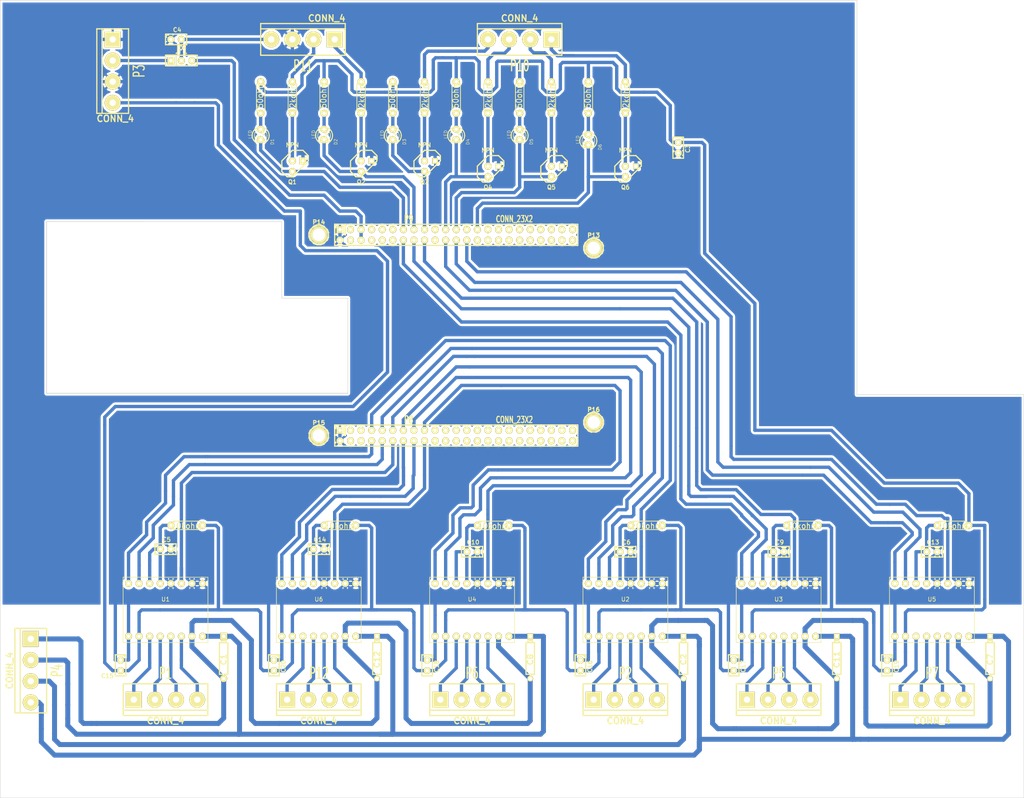
<source format=kicad_pcb>
(kicad_pcb (version 3) (host pcbnew "(2013-07-07 BZR 4022)-stable")
  (title_block (title "Carte Interface Beaglebone / Bras robotisé") (rev 1.0))
  (layers (15 Dessus.Cu signal) (0 Dessous.Cu signal))
  (net 0 "")
  (net 1 +12C)
  (net 2 +12V)
  (net 3 +5V)
  (net 4 /1A_M1)
  (net 5 /1A_M2)
  (net 6 /1A_M3)
  (net 7 /1A_M4)
  (net 8 /1A_M5)
  (net 9 /1A_M6)
  (net 10 /1B_M1)
  (net 11 /1B_M2)
  (net 12 /1B_M3)
  (net 13 /1B_M4)
  (net 14 /1B_M5)
  (net 15 /1B_M6)
  (net 16 /2A_M1)
  (net 17 /2A_M2)
  (net 18 /2A_M3)
  (net 19 /2A_M4)
  (net 20 /2A_M5)
  (net 21 /2A_M6)
  (net 22 /2B_M1)
  (net 23 /2B_M2)
  (net 24 /2B_M3)
  (net 25 /2B_M4)
  (net 26 /2B_M5)
  (net 27 /2B_M6)
  (net 28 /Beaglebone_5V)
  (net 29 /Direction_m2)
  (net 30 /Direction_m3)
  (net 31 /Direction_m4)
  (net 32 /Direction_m5)
  (net 33 /Direction_m6)
  (net 34 "/External 5V")
  (net 35 /Position_m1)
  (net 36 /Position_m2)
  (net 37 /Position_m3)
  (net 38 /Position_m4)
  (net 39 /Position_m5)
  (net 40 /Position_m6)
  (net 41 /Step_m1)
  (net 42 /Step_m2)
  (net 43 /Step_m3)
  (net 44 /Step_m4)
  (net 45 /Step_m5)
  (net 46 /Step_m6)
  (net 47 /direction_m1)
  (net 48 /ms2_m1)
  (net 49 /ms2_m2)
  (net 50 /ms2_m3)
  (net 51 /ms2_m4)
  (net 52 /ms2_m5)
  (net 53 /ms2_m6)
  (net 54 3V3)
  (net 55 AGND)
  (net 56 GND)
  (net 57 GNDA)
  (net 58 N-000001)
  (net 59 N-0000010)
  (net 60 N-0000011)
  (net 61 N-0000012)
  (net 62 N-0000013)
  (net 63 N-000002)
  (net 64 N-000003)
  (net 65 N-0000031)
  (net 66 N-0000032)
  (net 67 N-0000033)
  (net 68 N-0000034)
  (net 69 N-0000035)
  (net 70 N-0000037)
  (net 71 N-0000038)
  (net 72 N-0000039)
  (net 73 N-000004)
  (net 74 N-0000040)
  (net 75 N-0000041)
  (net 76 N-0000043)
  (net 77 N-000005)
  (net 78 N-000006)
  (net 79 N-000007)
  (net 80 N-000008)
  (net 81 N-000009)
  (module TO92 (layer Dessus.Cu) (at 164.465 53.975)
    (fp_text reference Q6)
    (fp_text value NPN)
    (pad 1 thru_hole rect (at 1.27 -1.27) (size 1.397 1.397) (drill 0.8128) (layers *.Cu *.Mask Dessus.SilkS) (net 56 GND))
    (pad 2 thru_hole circle (at -1.27 -1.27) (size 1.7 1.7) (drill 0.8128) (layers *.Cu *.Mask Dessus.SilkS) (net 60 N-0000011))
    (pad 3 thru_hole circle (at -1.27 1.27) (size 1.7 1.7) (drill 0.8128) (layers *.Cu *.Mask Dessus.SilkS) (net 40 /Position_m6))
  )
  (module TO92 (layer Dessus.Cu) (at 146.685 53.975)
    (fp_text reference Q5)
    (fp_text value NPN)
    (pad 1 thru_hole rect (at 1.27 -1.27) (size 1.397 1.397) (drill 0.8128) (layers *.Cu *.Mask Dessus.SilkS) (net 56 GND))
    (pad 2 thru_hole circle (at -1.27 -1.27) (size 1.7 1.7) (drill 0.8128) (layers *.Cu *.Mask Dessus.SilkS) (net 81 N-000009))
    (pad 3 thru_hole circle (at -1.27 1.27) (size 1.7 1.7) (drill 0.8128) (layers *.Cu *.Mask Dessus.SilkS) (net 39 /Position_m5))
  )
  (module TO92 (layer Dessus.Cu) (at 84.455 52.705)
    (fp_text reference Q1)
    (fp_text value NPN)
    (pad 1 thru_hole rect (at 1.27 -1.27) (size 1.7 1.7) (drill 0.8128) (layers *.Cu *.Mask Dessus.SilkS) (net 56 GND))
    (pad 2 thru_hole circle (at -1.27 -1.27) (size 1.7 1.7) (drill 0.8128) (layers *.Cu *.Mask Dessus.SilkS) (net 65 N-0000031))
    (pad 3 thru_hole circle (at -1.27 1.27) (size 1.7 1.7) (drill 0.8128) (layers *.Cu *.Mask Dessus.SilkS) (net 35 /Position_m1))
  )
  (module TO92 (layer Dessus.Cu) (at 131.445 53.975)
    (fp_text reference Q4)
    (fp_text value NPN)
    (pad 1 thru_hole rect (at 1.27 -1.27) (size 1.397 1.397) (drill 0.8128) (layers *.Cu *.Mask Dessus.SilkS) (net 56 GND))
    (pad 2 thru_hole circle (at -1.27 -1.27) (size 1.7 1.7) (drill 0.8128) (layers *.Cu *.Mask Dessus.SilkS) (net 79 N-000007))
    (pad 3 thru_hole circle (at -1.27 1.27) (size 1.7 1.7) (drill 0.8128) (layers *.Cu *.Mask Dessus.SilkS) (net 38 /Position_m4))
  )
  (module TO92 (layer Dessus.Cu) (at 100.965 52.705)
    (fp_text reference Q2)
    (fp_text value NPN)
    (pad 1 thru_hole rect (at 1.27 -1.27) (size 1.397 1.397) (drill 0.8128) (layers *.Cu *.Mask Dessus.SilkS) (net 56 GND))
    (pad 2 thru_hole circle (at -1.27 -1.27) (size 1.7 1.7) (drill 0.8128) (layers *.Cu *.Mask Dessus.SilkS) (net 67 N-0000033))
    (pad 3 thru_hole circle (at -1.27 1.27) (size 1.7 1.7) (drill 0.8128) (layers *.Cu *.Mask Dessus.SilkS) (net 36 /Position_m2))
  )
  (module TO92 (layer Dessus.Cu) (at 116.205 52.705)
    (fp_text reference Q3)
    (fp_text value NPN)
    (pad 1 thru_hole rect (at 1.27 -1.27) (size 1.397 1.397) (drill 0.8128) (layers *.Cu *.Mask Dessus.SilkS) (net 56 GND))
    (pad 2 thru_hole circle (at -1.27 -1.27) (size 1.7 1.7) (drill 0.8128) (layers *.Cu *.Mask Dessus.SilkS) (net 61 N-0000012))
    (pad 3 thru_hole circle (at -1.27 1.27) (size 1.7 1.7) (drill 0.8128) (layers *.Cu *.Mask Dessus.SilkS) (net 37 /Position_m3))
  )
  (module SIL-3 (layer Dessus.Cu) (at 56.515 27.305)
    (fp_text reference JP1)
    (fp_text value JUMPER3 hide)
    (pad 1 thru_hole rect (at -2.54 0) (size 1.7 1.7) (drill 0.8128) (layers *.Cu *.Mask Dessus.SilkS) (net 34 "/External 5V"))
    (pad 2 thru_hole circle (at 0 0) (size 1.7 1.7) (drill 0.8128) (layers *.Cu *.Mask Dessus.SilkS) (net 3 +5V))
    (pad 3 thru_hole circle (at 2.54 0) (size 1.7 1.7) (drill 0.8128) (layers *.Cu *.Mask Dessus.SilkS) (net 28 /Beaglebone_5V))
  )
  (module R3 (layer Dessus.Cu) (at 241.935 139.065)
    (fp_text reference R10 hide)
    (fp_text value 10kohm)
    (pad 1 thru_hole circle (at -3.81 0) (size 1.7 1.7) (drill 0.8128) (layers *.Cu *.Mask Dessus.SilkS) (net 73 N-000004))
    (pad 2 thru_hole circle (at 3.81 0) (size 1.7 1.7) (drill 0.8128) (layers *.Cu *.Mask Dessus.SilkS) (net 54 3V3))
  )
  (module R3 (layer Dessus.Cu) (at 94.615 139.065)
    (fp_text reference R12 hide)
    (fp_text value 10kohm)
    (pad 1 thru_hole circle (at -3.81 0) (size 1.7 1.7) (drill 0.8128) (layers *.Cu *.Mask Dessus.SilkS) (net 58 N-000001))
    (pad 2 thru_hole circle (at 3.81 0) (size 1.7 1.7) (drill 0.8128) (layers *.Cu *.Mask Dessus.SilkS) (net 54 3V3))
  )
  (module R3 (layer Dessus.Cu) (at 107.315 36.195 270)
    (fp_text reference R9 hide)
    (fp_text value 150ohm)
    (pad 1 thru_hole circle (at -3.81 0 270) (size 1.7 1.7) (drill 0.8128) (layers *.Cu *.Mask Dessus.SilkS) (net 54 3V3))
    (pad 2 thru_hole circle (at 3.81 0 270) (size 1.7 1.7) (drill 0.8128) (layers *.Cu *.Mask Dessus.SilkS) (net 78 N-000006))
  )
  (module R3 (layer Dessus.Cu) (at 114.935 36.195 90)
    (fp_text reference R11 hide)
    (fp_text value 82kohm)
    (pad 1 thru_hole circle (at -3.81 0 90) (size 1.7 1.7) (drill 0.8128) (layers *.Cu *.Mask Dessus.SilkS) (net 61 N-0000012))
    (pad 2 thru_hole circle (at 3.81 0 90) (size 1.7 1.7) (drill 0.8128) (layers *.Cu *.Mask Dessus.SilkS) (net 69 N-0000035))
  )
  (module R3 (layer Dessus.Cu) (at 57.785 139.065)
    (fp_text reference R1 hide)
    (fp_text value 10kohm)
    (pad 1 thru_hole circle (at -3.81 0) (size 1.7 1.7) (drill 0.8128) (layers *.Cu *.Mask Dessus.SilkS) (net 77 N-000005))
    (pad 2 thru_hole circle (at 3.81 0) (size 1.7 1.7) (drill 0.8128) (layers *.Cu *.Mask Dessus.SilkS) (net 54 3V3))
  )
  (module R3 (layer Dessus.Cu) (at 130.175 36.195 90)
    (fp_text reference R14 hide)
    (fp_text value 82kohm)
    (pad 1 thru_hole circle (at -3.81 0 90) (size 1.7 1.7) (drill 0.8128) (layers *.Cu *.Mask Dessus.SilkS) (net 79 N-000007))
    (pad 2 thru_hole circle (at 3.81 0 90) (size 1.7 1.7) (drill 0.8128) (layers *.Cu *.Mask Dessus.SilkS) (net 72 N-0000039))
  )
  (module R3 (layer Dessus.Cu) (at 131.445 139.065)
    (fp_text reference R4 hide)
    (fp_text value 10kohm)
    (pad 1 thru_hole circle (at -3.81 0) (size 1.7 1.7) (drill 0.8128) (layers *.Cu *.Mask Dessus.SilkS) (net 63 N-000002))
    (pad 2 thru_hole circle (at 3.81 0) (size 1.7 1.7) (drill 0.8128) (layers *.Cu *.Mask Dessus.SilkS) (net 54 3V3))
  )
  (module R3 (layer Dessus.Cu) (at 90.805 36.195 270)
    (fp_text reference R7 hide)
    (fp_text value 150ohm)
    (pad 1 thru_hole circle (at -3.81 0 270) (size 1.7 1.7) (drill 0.8128) (layers *.Cu *.Mask Dessus.SilkS) (net 54 3V3))
    (pad 2 thru_hole circle (at 3.81 0 270) (size 1.7 1.7) (drill 0.8128) (layers *.Cu *.Mask Dessus.SilkS) (net 68 N-0000034))
  )
  (module R3 (layer Dessus.Cu) (at 205.74 139.065)
    (fp_text reference R3 hide)
    (fp_text value 10kohm)
    (pad 1 thru_hole circle (at -3.81 0) (size 1.7 1.7) (drill 0.8128) (layers *.Cu *.Mask Dessus.SilkS) (net 64 N-000003))
    (pad 2 thru_hole circle (at 3.81 0) (size 1.7 1.7) (drill 0.8128) (layers *.Cu *.Mask Dessus.SilkS) (net 54 3V3))
  )
  (module R3 (layer Dessus.Cu) (at 122.555 36.195 270)
    (fp_text reference R13 hide)
    (fp_text value 150ohm)
    (pad 1 thru_hole circle (at -3.81 0 270) (size 1.7 1.7) (drill 0.8128) (layers *.Cu *.Mask Dessus.SilkS) (net 54 3V3))
    (pad 2 thru_hole circle (at 3.81 0 270) (size 1.7 1.7) (drill 0.8128) (layers *.Cu *.Mask Dessus.SilkS) (net 80 N-000008))
  )
  (module R3 (layer Dessus.Cu) (at 99.695 36.195 90)
    (fp_text reference R8 hide)
    (fp_text value 82kohm)
    (pad 1 thru_hole circle (at -3.81 0 90) (size 1.7 1.7) (drill 0.8128) (layers *.Cu *.Mask Dessus.SilkS) (net 67 N-0000033))
    (pad 2 thru_hole circle (at 3.81 0 90) (size 1.7 1.7) (drill 0.8128) (layers *.Cu *.Mask Dessus.SilkS) (net 76 N-0000043))
  )
  (module R3 (layer Dessus.Cu) (at 168.275 139.065)
    (fp_text reference R2 hide)
    (fp_text value 10kohm)
    (pad 1 thru_hole circle (at -3.81 0) (size 1.7 1.7) (drill 0.8128) (layers *.Cu *.Mask Dessus.SilkS) (net 75 N-0000041))
    (pad 2 thru_hole circle (at 3.81 0) (size 1.7 1.7) (drill 0.8128) (layers *.Cu *.Mask Dessus.SilkS) (net 54 3V3))
  )
  (module R3 (layer Dessus.Cu) (at 75.565 36.195 270)
    (fp_text reference R5 hide)
    (fp_text value 150ohm)
    (pad 1 thru_hole circle (at -3.81 0 270) (size 1.7 1.7) (drill 0.8128) (layers *.Cu *.Mask Dessus.SilkS) (net 54 3V3))
    (pad 2 thru_hole circle (at 3.81 0 270) (size 1.7 1.7) (drill 0.8128) (layers *.Cu *.Mask Dessus.SilkS) (net 66 N-0000032))
  )
  (module R3 (layer Dessus.Cu) (at 83.185 36.195 90)
    (fp_text reference R6 hide)
    (fp_text value 82kohm)
    (pad 1 thru_hole circle (at -3.81 0 90) (size 1.7 1.7) (drill 0.8128) (layers *.Cu *.Mask Dessus.SilkS) (net 65 N-0000031))
    (pad 2 thru_hole circle (at 3.81 0 90) (size 1.7 1.7) (drill 0.8128) (layers *.Cu *.Mask Dessus.SilkS) (net 74 N-0000040))
  )
  (module R3 (layer Dessus.Cu) (at 145.415 36.195 90)
    (fp_text reference R16 hide)
    (fp_text value 82kohm)
    (pad 1 thru_hole circle (at -3.81 0 90) (size 1.7 1.7) (drill 0.8128) (layers *.Cu *.Mask Dessus.SilkS) (net 81 N-000009))
    (pad 2 thru_hole circle (at 3.81 0 90) (size 1.7 1.7) (drill 0.8128) (layers *.Cu *.Mask Dessus.SilkS) (net 71 N-0000038))
  )
  (module R3 (layer Dessus.Cu) (at 154.305 36.195 270)
    (fp_text reference R17 hide)
    (fp_text value 150ohm)
    (pad 1 thru_hole circle (at -3.81 0 270) (size 1.7 1.7) (drill 0.8128) (layers *.Cu *.Mask Dessus.SilkS) (net 54 3V3))
    (pad 2 thru_hole circle (at 3.81 0 270) (size 1.7 1.7) (drill 0.8128) (layers *.Cu *.Mask Dessus.SilkS) (net 62 N-0000013))
  )
  (module R3 (layer Dessus.Cu) (at 137.795 36.195 270)
    (fp_text reference R15 hide)
    (fp_text value 150ohm)
    (pad 1 thru_hole circle (at -3.81 0 270) (size 1.7 1.7) (drill 0.8128) (layers *.Cu *.Mask Dessus.SilkS) (net 54 3V3))
    (pad 2 thru_hole circle (at 3.81 0 270) (size 1.7 1.7) (drill 0.8128) (layers *.Cu *.Mask Dessus.SilkS) (net 59 N-0000010))
  )
  (module R3 (layer Dessus.Cu) (at 163.195 36.195 90)
    (fp_text reference R18 hide)
    (fp_text value 82kohm)
    (pad 1 thru_hole circle (at -3.81 0 90) (size 1.7 1.7) (drill 0.8128) (layers *.Cu *.Mask Dessus.SilkS) (net 60 N-0000011))
    (pad 2 thru_hole circle (at 3.81 0 90) (size 1.7 1.7) (drill 0.8128) (layers *.Cu *.Mask Dessus.SilkS) (net 70 N-0000037))
  )
  (module LED-3MM (layer Dessus.Cu) (at 137.795 45.085 270)
    (fp_text reference D5)
    (fp_text value LED)
    (pad 1 thru_hole circle (at -1.27 0 270) (size 1.7 1.7) (drill 0.8128) (layers *.Cu *.Mask Dessus.SilkS) (net 59 N-0000010))
    (pad 2 thru_hole circle (at 1.27 0 270) (size 1.7 1.7) (drill 0.8128) (layers *.Cu *.Mask Dessus.SilkS) (net 39 /Position_m5))
  )
  (module LED-3MM (layer Dessus.Cu) (at 75.565 45.085 270)
    (fp_text reference D1)
    (fp_text value LED)
    (pad 1 thru_hole circle (at -1.27 0 270) (size 1.7 1.7) (drill 0.8128) (layers *.Cu *.Mask Dessus.SilkS) (net 66 N-0000032))
    (pad 2 thru_hole circle (at 1.27 0 270) (size 1.7 1.7) (drill 0.8128) (layers *.Cu *.Mask Dessus.SilkS) (net 35 /Position_m1))
  )
  (module LED-3MM (layer Dessus.Cu) (at 90.805 45.085 270)
    (fp_text reference D2)
    (fp_text value LED)
    (pad 1 thru_hole circle (at -1.27 0 270) (size 1.7 1.7) (drill 0.8128) (layers *.Cu *.Mask Dessus.SilkS) (net 68 N-0000034))
    (pad 2 thru_hole circle (at 1.27 0 270) (size 1.7 1.7) (drill 0.8128) (layers *.Cu *.Mask Dessus.SilkS) (net 36 /Position_m2))
  )
  (module LED-3MM (layer Dessus.Cu) (at 122.555 45.085 270)
    (fp_text reference D4)
    (fp_text value LED)
    (pad 1 thru_hole circle (at -1.27 0 270) (size 1.7 1.7) (drill 0.8128) (layers *.Cu *.Mask Dessus.SilkS) (net 80 N-000008))
    (pad 2 thru_hole circle (at 1.27 0 270) (size 1.7 1.7) (drill 0.8128) (layers *.Cu *.Mask Dessus.SilkS) (net 38 /Position_m4))
  )
  (module LED-3MM (layer Dessus.Cu) (at 154.305 46.355 270)
    (fp_text reference D6)
    (fp_text value LED)
    (pad 1 thru_hole circle (at -1.27 0 270) (size 1.7 1.7) (drill 0.8128) (layers *.Cu *.Mask Dessus.SilkS) (net 62 N-0000013))
    (pad 2 thru_hole circle (at 1.27 0 270) (size 1.7 1.7) (drill 0.8128) (layers *.Cu *.Mask Dessus.SilkS) (net 40 /Position_m6))
  )
  (module LED-3MM (layer Dessus.Cu) (at 107.315 45.085 270)
    (fp_text reference D3)
    (fp_text value LED)
    (pad 1 thru_hole circle (at -1.27 0 270) (size 1.7 1.7) (drill 0.8128) (layers *.Cu *.Mask Dessus.SilkS) (net 78 N-000006))
    (pad 2 thru_hole circle (at 1.27 0 270) (size 1.7 1.7) (drill 0.8128) (layers *.Cu *.Mask Dessus.SilkS) (net 37 /Position_m3))
  )
  (module CP4 (layer Dessus.Cu) (at 66.675 170.815 270)
    (fp_text reference C1)
    (fp_text value 100uF hide)
    (pad 1 thru_hole rect (at -5.08 0 270) (size 1.7 1.7) (drill 0.8128) (layers *.Cu *.Mask Dessus.SilkS) (net 2 +12V))
    (pad 2 thru_hole circle (at 5.08 0 270) (size 1.7 1.7) (drill 0.8128) (layers *.Cu *.Mask Dessus.SilkS) (net 55 AGND))
  )
  (module CP4 (layer Dessus.Cu) (at 140.335 170.815 270)
    (fp_text reference C8)
    (fp_text value 100uF hide)
    (pad 1 thru_hole rect (at -5.08 0 270) (size 1.397 1.397) (drill 0.8128) (layers *.Cu *.Mask Dessus.SilkS) (net 2 +12V))
    (pad 2 thru_hole circle (at 5.08 0 270) (size 1.397 1.397) (drill 0.8128) (layers *.Cu *.Mask Dessus.SilkS) (net 55 AGND))
  )
  (module CP4 (layer Dessus.Cu) (at 213.995 170.815 270)
    (fp_text reference C11)
    (fp_text value 100uF hide)
    (pad 1 thru_hole rect (at -5.08 0 270) (size 1.397 1.397) (drill 0.8128) (layers *.Cu *.Mask Dessus.SilkS) (net 1 +12C))
    (pad 2 thru_hole circle (at 5.08 0 270) (size 1.397 1.397) (drill 0.8128) (layers *.Cu *.Mask Dessus.SilkS) (net 57 GNDA))
  )
  (module CP4 (layer Dessus.Cu) (at 177.165 170.815 270)
    (fp_text reference C2)
    (fp_text value 100uF hide)
    (pad 1 thru_hole rect (at -5.08 0 270) (size 1.397 1.397) (drill 0.8128) (layers *.Cu *.Mask Dessus.SilkS) (net 1 +12C))
    (pad 2 thru_hole circle (at 5.08 0 270) (size 1.397 1.397) (drill 0.8128) (layers *.Cu *.Mask Dessus.SilkS) (net 57 GNDA))
  )
  (module CP4 (layer Dessus.Cu) (at 250.825 170.815 270)
    (fp_text reference C7)
    (fp_text value 100uF hide)
    (pad 1 thru_hole rect (at -5.08 0 270) (size 1.397 1.397) (drill 0.8128) (layers *.Cu *.Mask Dessus.SilkS) (net 1 +12C))
    (pad 2 thru_hole circle (at 5.08 0 270) (size 1.397 1.397) (drill 0.8128) (layers *.Cu *.Mask Dessus.SilkS) (net 57 GNDA))
  )
  (module CP4 (layer Dessus.Cu) (at 103.505 170.815 270)
    (fp_text reference C12)
    (fp_text value 100uF hide)
    (pad 1 thru_hole rect (at -5.08 0 270) (size 1.397 1.397) (drill 0.8128) (layers *.Cu *.Mask Dessus.SilkS) (net 2 +12V))
    (pad 2 thru_hole circle (at 5.08 0 270) (size 1.397 1.397) (drill 0.8128) (layers *.Cu *.Mask Dessus.SilkS) (net 55 AGND))
  )
  (module C1 (layer Dessus.Cu) (at 52.705 144.78)
    (fp_text reference C5)
    (fp_text value 100nF hide)
    (pad 1 thru_hole circle (at -1.27 0) (size 1.7 1.7) (drill 0.8128) (layers *.Cu *.Mask Dessus.SilkS) (net 77 N-000005))
    (pad 2 thru_hole circle (at 1.27 0) (size 1.7 1.7) (drill 0.8128) (layers *.Cu *.Mask Dessus.SilkS) (net 56 GND))
  )
  (module C1 (layer Dessus.Cu) (at 175.895 48.26 270)
    (fp_text reference C3)
    (fp_text value 10uF hide)
    (pad 1 thru_hole circle (at -1.27 0 270) (size 1.7 1.7) (drill 0.8128) (layers *.Cu *.Mask Dessus.SilkS) (net 54 3V3))
    (pad 2 thru_hole circle (at 1.27 0 270) (size 1.7 1.7) (drill 0.8128) (layers *.Cu *.Mask Dessus.SilkS) (net 56 GND))
  )
  (module C1 (layer Dessus.Cu) (at 55.245 22.225)
    (fp_text reference C4)
    (fp_text value 10uF hide)
    (pad 1 thru_hole circle (at -1.27 0) (size 1.7 1.7) (drill 0.8128) (layers *.Cu *.Mask Dessus.SilkS) (net 56 GND))
    (pad 2 thru_hole circle (at 1.27 0) (size 1.7 1.7) (drill 0.8128) (layers *.Cu *.Mask Dessus.SilkS) (net 3 +5V))
  )
  (module C1 (layer Dessus.Cu) (at 163.195 145.415)
    (fp_text reference C6)
    (fp_text value 100nF hide)
    (pad 1 thru_hole circle (at -1.27 0) (size 1.7 1.7) (drill 0.8128) (layers *.Cu *.Mask Dessus.SilkS) (net 75 N-0000041))
    (pad 2 thru_hole circle (at 1.27 0) (size 1.7 1.7) (drill 0.8128) (layers *.Cu *.Mask Dessus.SilkS) (net 56 GND))
  )
  (module C1 (layer Dessus.Cu) (at 236.855 145.415)
    (fp_text reference C13)
    (fp_text value 100nF hide)
    (pad 1 thru_hole circle (at -1.27 0) (size 1.7 1.7) (drill 0.8128) (layers *.Cu *.Mask Dessus.SilkS) (net 73 N-000004))
    (pad 2 thru_hole circle (at 1.27 0) (size 1.7 1.7) (drill 0.8128) (layers *.Cu *.Mask Dessus.SilkS) (net 56 GND))
  )
  (module C1 (layer Dessus.Cu) (at 126.365 145.415)
    (fp_text reference C10)
    (fp_text value 100nF hide)
    (pad 1 thru_hole circle (at -1.27 0) (size 1.7 1.7) (drill 0.8128) (layers *.Cu *.Mask Dessus.SilkS) (net 63 N-000002))
    (pad 2 thru_hole circle (at 1.27 0) (size 1.7 1.7) (drill 0.8128) (layers *.Cu *.Mask Dessus.SilkS) (net 56 GND))
  )
  (module C1 (layer Dessus.Cu) (at 200.025 145.415)
    (fp_text reference C9)
    (fp_text value 100nF hide)
    (pad 1 thru_hole circle (at -1.27 0) (size 1.7 1.7) (drill 0.8128) (layers *.Cu *.Mask Dessus.SilkS) (net 64 N-000003))
    (pad 2 thru_hole circle (at 1.27 0) (size 1.7 1.7) (drill 0.8128) (layers *.Cu *.Mask Dessus.SilkS) (net 56 GND))
  )
  (module C1 (layer Dessus.Cu) (at 89.535 144.78)
    (fp_text reference C14)
    (fp_text value 100nF hide)
    (pad 1 thru_hole circle (at -1.27 0) (size 1.7 1.7) (drill 0.8128) (layers *.Cu *.Mask Dessus.SilkS) (net 58 N-000001))
    (pad 2 thru_hole circle (at 1.27 0) (size 1.7 1.7) (drill 0.8128) (layers *.Cu *.Mask Dessus.SilkS) (net 56 GND))
  )
  (module bornier4 (layer Dessus.Cu) (at 200.025 180.975)
    (fp_text reference P5)
    (fp_text value CONN_4)
    (pad 2 thru_hole circle (at -2.54 0) (size 3.81 3.81) (drill 1.524) (layers *.Cu *.Mask Dessus.SilkS) (net 8 /1A_M5))
    (pad 3 thru_hole circle (at 2.54 0) (size 3.81 3.81) (drill 1.524) (layers *.Cu *.Mask Dessus.SilkS) (net 20 /2A_M5))
    (pad 1 thru_hole rect (at -7.62 0) (size 3.81 3.81) (drill 1.524) (layers *.Cu *.Mask Dessus.SilkS) (net 14 /1B_M5))
    (pad 4 thru_hole circle (at 7.62 0) (size 3.81 3.81) (drill 1.524) (layers *.Cu *.Mask Dessus.SilkS) (net 26 /2B_M5))
  )
  (module bornier4 (layer Dessus.Cu) (at 236.855 180.975)
    (fp_text reference P7)
    (fp_text value CONN_4)
    (pad 2 thru_hole circle (at -2.54 0) (size 3.81 3.81) (drill 1.524) (layers *.Cu *.Mask Dessus.SilkS) (net 9 /1A_M6))
    (pad 3 thru_hole circle (at 2.54 0) (size 3.81 3.81) (drill 1.524) (layers *.Cu *.Mask Dessus.SilkS) (net 21 /2A_M6))
    (pad 1 thru_hole rect (at -7.62 0) (size 3.81 3.81) (drill 1.524) (layers *.Cu *.Mask Dessus.SilkS) (net 15 /1B_M6))
    (pad 4 thru_hole circle (at 7.62 0) (size 3.81 3.81) (drill 1.524) (layers *.Cu *.Mask Dessus.SilkS) (net 27 /2B_M6))
  )
  (module bornier4 (layer Dessus.Cu) (at 163.195 180.975)
    (fp_text reference P2)
    (fp_text value CONN_4)
    (pad 2 thru_hole circle (at -2.54 0) (size 3.81 3.81) (drill 1.524) (layers *.Cu *.Mask Dessus.SilkS) (net 7 /1A_M4))
    (pad 3 thru_hole circle (at 2.54 0) (size 3.81 3.81) (drill 1.524) (layers *.Cu *.Mask Dessus.SilkS) (net 19 /2A_M4))
    (pad 1 thru_hole rect (at -7.62 0) (size 3.81 3.81) (drill 1.524) (layers *.Cu *.Mask Dessus.SilkS) (net 13 /1B_M4))
    (pad 4 thru_hole circle (at 7.62 0) (size 3.81 3.81) (drill 1.524) (layers *.Cu *.Mask Dessus.SilkS) (net 25 /2B_M4))
  )
  (module bornier4 (layer Dessus.Cu) (at 40.005 29.845 270)
    (fp_text reference P3)
    (fp_text value CONN_4)
    (pad 2 thru_hole circle (at -2.54 0 270) (size 3.81 3.81) (drill 1.524) (layers *.Cu *.Mask Dessus.SilkS) (net 34 "/External 5V"))
    (pad 3 thru_hole circle (at 2.54 0 270) (size 3.81 3.81) (drill 1.524) (layers *.Cu *.Mask Dessus.SilkS) (net 56 GND))
    (pad 1 thru_hole rect (at -7.62 0 270) (size 3.81 3.81) (drill 1.524) (layers *.Cu *.Mask Dessus.SilkS) (net 56 GND))
    (pad 4 thru_hole circle (at 7.62 0 270) (size 3.81 3.81) (drill 1.524) (layers *.Cu *.Mask Dessus.SilkS) (net 54 3V3))
  )
  (module bornier4 (layer Dessus.Cu) (at 20.32 173.99 270)
    (fp_text reference P4)
    (fp_text value CONN_4)
    (pad 2 thru_hole circle (at -2.54 0 270) (size 3.81 3.81) (drill 1.524) (layers *.Cu *.Mask Dessus.SilkS) (net 2 +12V))
    (pad 3 thru_hole circle (at 2.54 0 270) (size 3.81 3.81) (drill 1.524) (layers *.Cu *.Mask Dessus.SilkS) (net 57 GNDA))
    (pad 1 thru_hole rect (at -7.62 0 270) (size 3.81 3.81) (drill 1.524) (layers *.Cu *.Mask Dessus.SilkS) (net 55 AGND))
    (pad 4 thru_hole circle (at 7.62 0 270) (size 3.81 3.81) (drill 1.524) (layers *.Cu *.Mask Dessus.SilkS) (net 1 +12C))
  )
  (module bornier4 (layer Dessus.Cu) (at 85.725 22.225 180)
    (fp_text reference P11)
    (fp_text value CONN_4)
    (pad 2 thru_hole circle (at -2.54 0 180) (size 3.81 3.81) (drill 1.524) (layers *.Cu *.Mask Dessus.SilkS) (net 74 N-0000040))
    (pad 3 thru_hole circle (at 2.54 0 180) (size 3.81 3.81) (drill 1.524) (layers *.Cu *.Mask Dessus.SilkS) (net 56 GND))
    (pad 1 thru_hole rect (at -7.62 0 180) (size 3.81 3.81) (drill 1.524) (layers *.Cu *.Mask Dessus.SilkS) (net 76 N-0000043))
    (pad 4 thru_hole circle (at 7.62 0 180) (size 3.81 3.81) (drill 1.524) (layers *.Cu *.Mask Dessus.SilkS) (net 3 +5V))
  )
  (module bornier4 (layer Dessus.Cu) (at 137.795 22.225 180)
    (fp_text reference P10)
    (fp_text value CONN_4)
    (pad 2 thru_hole circle (at -2.54 0 180) (size 3.81 3.81) (drill 1.524) (layers *.Cu *.Mask Dessus.SilkS) (net 71 N-0000038))
    (pad 3 thru_hole circle (at 2.54 0 180) (size 3.81 3.81) (drill 1.524) (layers *.Cu *.Mask Dessus.SilkS) (net 72 N-0000039))
    (pad 1 thru_hole rect (at -7.62 0 180) (size 3.81 3.81) (drill 1.524) (layers *.Cu *.Mask Dessus.SilkS) (net 70 N-0000037))
    (pad 4 thru_hole circle (at 7.62 0 180) (size 3.81 3.81) (drill 1.524) (layers *.Cu *.Mask Dessus.SilkS) (net 69 N-0000035))
  )
  (module bornier4 (layer Dessus.Cu) (at 126.365 180.975)
    (fp_text reference P6)
    (fp_text value CONN_4)
    (pad 2 thru_hole circle (at -2.54 0) (size 3.81 3.81) (drill 1.524) (layers *.Cu *.Mask Dessus.SilkS) (net 6 /1A_M3))
    (pad 3 thru_hole circle (at 2.54 0) (size 3.81 3.81) (drill 1.524) (layers *.Cu *.Mask Dessus.SilkS) (net 18 /2A_M3))
    (pad 1 thru_hole rect (at -7.62 0) (size 3.81 3.81) (drill 1.524) (layers *.Cu *.Mask Dessus.SilkS) (net 12 /1B_M3))
    (pad 4 thru_hole circle (at 7.62 0) (size 3.81 3.81) (drill 1.524) (layers *.Cu *.Mask Dessus.SilkS) (net 24 /2B_M3))
  )
  (module bornier4 (layer Dessus.Cu) (at 52.705 180.975)
    (fp_text reference P1)
    (fp_text value CONN_4)
    (pad 2 thru_hole circle (at -2.54 0) (size 3.81 3.81) (drill 1.524) (layers *.Cu *.Mask Dessus.SilkS) (net 4 /1A_M1))
    (pad 3 thru_hole circle (at 2.54 0) (size 3.81 3.81) (drill 1.524) (layers *.Cu *.Mask Dessus.SilkS) (net 16 /2A_M1))
    (pad 1 thru_hole rect (at -7.62 0) (size 3.81 3.81) (drill 1.524) (layers *.Cu *.Mask Dessus.SilkS) (net 10 /1B_M1))
    (pad 4 thru_hole circle (at 7.62 0) (size 3.81 3.81) (drill 1.524) (layers *.Cu *.Mask Dessus.SilkS) (net 22 /2B_M1))
  )
  (module bornier4 (layer Dessus.Cu) (at 89.535 180.975)
    (fp_text reference P12)
    (fp_text value CONN_4)
    (pad 2 thru_hole circle (at -2.54 0) (size 3.81 3.81) (drill 1.524) (layers *.Cu *.Mask Dessus.SilkS) (net 5 /1A_M2))
    (pad 3 thru_hole circle (at 2.54 0) (size 3.81 3.81) (drill 1.524) (layers *.Cu *.Mask Dessus.SilkS) (net 17 /2A_M2))
    (pad 1 thru_hole rect (at -7.62 0) (size 3.81 3.81) (drill 1.524) (layers *.Cu *.Mask Dessus.SilkS) (net 11 /1B_M2))
    (pad 4 thru_hole circle (at 7.62 0) (size 3.81 3.81) (drill 1.524) (layers *.Cu *.Mask Dessus.SilkS) (net 23 /2B_M2))
  )
  (module 1pin (layer Dessus.Cu) (at 155.575 72.39)
    (fp_text reference P13)
    (fp_text value CONN_1 hide)
    (pad 1 thru_hole circle (at 0 0) (size 4.064 4.064) (drill 3.048) (layers *.Cu *.Mask Dessus.SilkS) (net 56 GND))
  )
  (module 1pin (layer Dessus.Cu) (at 89.535 69.215)
    (fp_text reference P14)
    (fp_text value CONN_1 hide)
    (pad 1 thru_hole circle (at 0 0) (size 4.064 4.064) (drill 3.048) (layers *.Cu *.Mask Dessus.SilkS) (net 56 GND))
  )
  (module 1pin (layer Dessus.Cu) (at 89.535 117.475)
    (fp_text reference P15)
    (fp_text value CONN_1 hide)
    (pad 1 thru_hole circle (at 0 0) (size 4.064 4.064) (drill 3.048) (layers *.Cu *.Mask Dessus.SilkS) (net 56 GND))
  )
  (module 1pin (layer Dessus.Cu) (at 155.575 114.3)
    (fp_text reference P16)
    (fp_text value CONN_1 hide)
    (pad 1 thru_hole circle (at 0 0) (size 4.064 4.064) (drill 3.048) (layers *.Cu *.Mask Dessus.SilkS) (net 56 GND))
  )
  (module C1 (layer Dessus.Cu) (at 41.91 172.72 270)
    (fp_text reference C15)
    (fp_text value 10uF hide)
    (pad 1 thru_hole circle (at -1.27 0 270) (size 1.7 1.7) (drill 0.8128) (layers *.Cu *.Mask Dessus.SilkS) (net 56 GND))
    (pad 2 thru_hole circle (at 1.27 0 270) (size 1.7 1.7) (drill 0.8128) (layers *.Cu *.Mask Dessus.SilkS) (net 54 3V3))
  )
  (module C1 (layer Dessus.Cu) (at 189.23 172.72 270)
    (fp_text reference C17)
    (fp_text value 10uF hide)
    (pad 1 thru_hole circle (at -1.27 0 270) (size 1.7 1.7) (drill 0.8128) (layers *.Cu *.Mask Dessus.SilkS) (net 56 GND))
    (pad 2 thru_hole circle (at 1.27 0 270) (size 1.7 1.7) (drill 0.8128) (layers *.Cu *.Mask Dessus.SilkS) (net 54 3V3))
  )
  (module C1 (layer Dessus.Cu) (at 226.06 172.72 270)
    (fp_text reference C19)
    (fp_text value 10uF hide)
    (pad 1 thru_hole circle (at -1.27 0 270) (size 1.7 1.7) (drill 0.8128) (layers *.Cu *.Mask Dessus.SilkS) (net 56 GND))
    (pad 2 thru_hole circle (at 1.27 0 270) (size 1.7 1.7) (drill 0.8128) (layers *.Cu *.Mask Dessus.SilkS) (net 54 3V3))
  )
  (module C1 (layer Dessus.Cu) (at 78.74 172.72 270)
    (fp_text reference C20)
    (fp_text value 10uF hide)
    (pad 1 thru_hole circle (at -1.27 0 270) (size 1.7 1.7) (drill 0.8128) (layers *.Cu *.Mask Dessus.SilkS) (net 56 GND))
    (pad 2 thru_hole circle (at 1.27 0 270) (size 1.7 1.7) (drill 0.8128) (layers *.Cu *.Mask Dessus.SilkS) (net 54 3V3))
  )
  (module C1 (layer Dessus.Cu) (at 115.57 172.72 270)
    (fp_text reference C18)
    (fp_text value 10uF hide)
    (pad 1 thru_hole circle (at -1.27 0 270) (size 1.7 1.7) (drill 0.8128) (layers *.Cu *.Mask Dessus.SilkS) (net 56 GND))
    (pad 2 thru_hole circle (at 1.27 0 270) (size 1.7 1.7) (drill 0.8128) (layers *.Cu *.Mask Dessus.SilkS) (net 54 3V3))
  )
  (module C1 (layer Dessus.Cu) (at 152.4 172.72 270)
    (fp_text reference C16)
    (fp_text value 10uF hide)
    (pad 1 thru_hole circle (at -1.27 0 270) (size 1.7 1.7) (drill 0.8128) (layers *.Cu *.Mask Dessus.SilkS) (net 56 GND))
    (pad 2 thru_hole circle (at 1.27 0 270) (size 1.7 1.7) (drill 0.8128) (layers *.Cu *.Mask Dessus.SilkS) (net 54 3V3))
  )
  (module SIL-2x23-v1 (layer Dessus.Cu) (at 121.285 69.215)
    (fp_text reference P9)
    (fp_text value CONN_23X2)
    (pad 1 thru_hole rect (at -26.67 -1.27) (size 1.7 1.7) (drill 0.8128) (layers *.Cu *.Mask Dessus.SilkS) (net 56 GND))
    (pad 3 thru_hole circle (at -24.13 -1.27) (size 1.7 1.7) (drill 0.8128) (layers *.Cu *.Mask Dessus.SilkS))
    (pad 5 thru_hole circle (at -21.59 -1.27) (size 1.7 1.7) (drill 0.8128) (layers *.Cu *.Mask Dessus.SilkS) (net 28 /Beaglebone_5V))
    (pad 7 thru_hole circle (at -19.05 -1.27) (size 1.7 1.7) (drill 0.8128) (layers *.Cu *.Mask Dessus.SilkS))
    (pad 9 thru_hole circle (at -16.51 -1.27) (size 1.7 1.7) (drill 0.8128) (layers *.Cu *.Mask Dessus.SilkS))
    (pad 11 thru_hole circle (at -13.97 -1.27) (size 1.7 1.7) (drill 0.8128) (layers *.Cu *.Mask Dessus.SilkS))
    (pad 13 thru_hole circle (at -11.43 -1.27) (size 1.7 1.7) (drill 0.8128) (layers *.Cu *.Mask Dessus.SilkS) (net 35 /Position_m1))
    (pad 15 thru_hole circle (at -8.89 -1.27) (size 1.7 1.7) (drill 0.8128) (layers *.Cu *.Mask Dessus.SilkS) (net 36 /Position_m2))
    (pad 17 thru_hole circle (at -6.35 -1.27) (size 1.7 1.7) (drill 0.8128) (layers *.Cu *.Mask Dessus.SilkS) (net 37 /Position_m3))
    (pad 19 thru_hole circle (at -3.81 -1.27) (size 1.7 1.7) (drill 0.8128) (layers *.Cu *.Mask Dessus.SilkS))
    (pad 21 thru_hole circle (at -1.27 -1.27) (size 1.7 1.7) (drill 0.8128) (layers *.Cu *.Mask Dessus.SilkS) (net 38 /Position_m4))
    (pad 23 thru_hole circle (at 1.27 -1.27) (size 1.7 1.7) (drill 0.8128) (layers *.Cu *.Mask Dessus.SilkS) (net 39 /Position_m5))
    (pad 25 thru_hole circle (at 3.81 -1.27) (size 1.7 1.7) (drill 0.8128) (layers *.Cu *.Mask Dessus.SilkS))
    (pad 27 thru_hole circle (at 6.35 -1.27) (size 1.7 1.7) (drill 0.8128) (layers *.Cu *.Mask Dessus.SilkS) (net 40 /Position_m6))
    (pad 29 thru_hole circle (at 8.89 -1.27) (size 1.7 1.7) (drill 0.8128) (layers *.Cu *.Mask Dessus.SilkS))
    (pad 31 thru_hole circle (at 11.43 -1.27) (size 1.7 1.7) (drill 0.8128) (layers *.Cu *.Mask Dessus.SilkS))
    (pad 33 thru_hole circle (at 13.97 -1.27) (size 1.7 1.7) (drill 0.8128) (layers *.Cu *.Mask Dessus.SilkS))
    (pad 35 thru_hole circle (at 16.51 -1.27) (size 1.7 1.7) (drill 0.8128) (layers *.Cu *.Mask Dessus.SilkS))
    (pad 37 thru_hole circle (at 19.05 -1.27) (size 1.7 1.7) (drill 0.8128) (layers *.Cu *.Mask Dessus.SilkS))
    (pad 39 thru_hole circle (at 21.59 -1.27) (size 1.7 1.7) (drill 0.8128) (layers *.Cu *.Mask Dessus.SilkS))
    (pad 41 thru_hole circle (at 24.13 -1.27) (size 1.7 1.7) (drill 0.8128) (layers *.Cu *.Mask Dessus.SilkS))
    (pad 43 thru_hole circle (at 26.67 -1.27) (size 1.7 1.7) (drill 0.8128) (layers *.Cu *.Mask Dessus.SilkS))
    (pad 45 thru_hole circle (at 29.21 -1.27) (size 1.7 1.7) (drill 0.8128) (layers *.Cu *.Mask Dessus.SilkS))
    (pad 2 thru_hole circle (at -26.67 1.27) (size 1.7 1.7) (drill 0.8128) (layers *.Cu *.Mask Dessus.SilkS) (net 56 GND))
    (pad 4 thru_hole circle (at -24.13 1.27) (size 1.7 1.7) (drill 0.8128) (layers *.Cu *.Mask Dessus.SilkS))
    (pad 6 thru_hole circle (at -21.59 1.27) (size 1.7 1.7) (drill 0.8128) (layers *.Cu *.Mask Dessus.SilkS) (net 28 /Beaglebone_5V))
    (pad 8 thru_hole circle (at -19.05 1.27) (size 1.7 1.7) (drill 0.8128) (layers *.Cu *.Mask Dessus.SilkS))
    (pad 10 thru_hole circle (at -16.51 1.27) (size 1.7 1.7) (drill 0.8128) (layers *.Cu *.Mask Dessus.SilkS))
    (pad 12 thru_hole circle (at -13.97 1.27) (size 1.7 1.7) (drill 0.8128) (layers *.Cu *.Mask Dessus.SilkS))
    (pad 14 thru_hole circle (at -11.43 1.27) (size 1.7 1.7) (drill 0.8128) (layers *.Cu *.Mask Dessus.SilkS) (net 32 /Direction_m5))
    (pad 16 thru_hole circle (at -8.89 1.27) (size 1.7 1.7) (drill 0.8128) (layers *.Cu *.Mask Dessus.SilkS) (net 45 /Step_m5))
    (pad 18 thru_hole circle (at -6.35 1.27) (size 1.7 1.7) (drill 0.8128) (layers *.Cu *.Mask Dessus.SilkS) (net 52 /ms2_m5))
    (pad 20 thru_hole circle (at -3.81 1.27) (size 1.7 1.7) (drill 0.8128) (layers *.Cu *.Mask Dessus.SilkS))
    (pad 22 thru_hole circle (at -1.27 1.27) (size 1.7 1.7) (drill 0.8128) (layers *.Cu *.Mask Dessus.SilkS) (net 33 /Direction_m6))
    (pad 24 thru_hole circle (at 1.27 1.27) (size 1.7 1.7) (drill 0.8128) (layers *.Cu *.Mask Dessus.SilkS) (net 46 /Step_m6))
    (pad 26 thru_hole circle (at 3.81 1.27) (size 1.7 1.7) (drill 0.8128) (layers *.Cu *.Mask Dessus.SilkS) (net 53 /ms2_m6))
    (pad 28 thru_hole circle (at 6.35 1.27) (size 1.7 1.7) (drill 0.8128) (layers *.Cu *.Mask Dessus.SilkS))
    (pad 30 thru_hole circle (at 8.89 1.27) (size 1.7 1.7) (drill 0.8128) (layers *.Cu *.Mask Dessus.SilkS))
    (pad 32 thru_hole circle (at 11.43 1.27) (size 1.7 1.7) (drill 0.8128) (layers *.Cu *.Mask Dessus.SilkS))
    (pad 34 thru_hole circle (at 13.97 1.27) (size 1.7 1.7) (drill 0.8128) (layers *.Cu *.Mask Dessus.SilkS))
    (pad 36 thru_hole circle (at 16.51 1.27) (size 1.7 1.7) (drill 0.8128) (layers *.Cu *.Mask Dessus.SilkS))
    (pad 38 thru_hole circle (at 19.05 1.27) (size 1.7 1.7) (drill 0.8128) (layers *.Cu *.Mask Dessus.SilkS))
    (pad 40 thru_hole circle (at 21.59 1.27) (size 1.7 1.7) (drill 0.8128) (layers *.Cu *.Mask Dessus.SilkS))
    (pad 42 thru_hole circle (at 24.13 1.27) (size 1.7 1.7) (drill 0.8128) (layers *.Cu *.Mask Dessus.SilkS))
    (pad 44 thru_hole circle (at 26.67 1.27) (size 1.7 1.7) (drill 0.8128) (layers *.Cu *.Mask Dessus.SilkS))
    (pad 46 thru_hole circle (at 29.21 1.27) (size 1.7 1.7) (drill 0.8128) (layers *.Cu *.Mask Dessus.SilkS))
  )
  (module SIL-2x23-v1 (layer Dessus.Cu) (at 121.285 117.475)
    (fp_text reference P8)
    (fp_text value CONN_23X2)
    (pad 1 thru_hole rect (at -26.67 -1.27) (size 1.7 1.7) (drill 0.8128) (layers *.Cu *.Mask Dessus.SilkS) (net 56 GND))
    (pad 3 thru_hole circle (at -24.13 -1.27) (size 1.7 1.7) (drill 0.8128) (layers *.Cu *.Mask Dessus.SilkS))
    (pad 5 thru_hole circle (at -21.59 -1.27) (size 1.7 1.7) (drill 0.8128) (layers *.Cu *.Mask Dessus.SilkS))
    (pad 7 thru_hole circle (at -19.05 -1.27) (size 1.7 1.7) (drill 0.8128) (layers *.Cu *.Mask Dessus.SilkS) (net 51 /ms2_m4))
    (pad 9 thru_hole circle (at -16.51 -1.27) (size 1.7 1.7) (drill 0.8128) (layers *.Cu *.Mask Dessus.SilkS) (net 44 /Step_m4))
    (pad 11 thru_hole circle (at -13.97 -1.27) (size 1.7 1.7) (drill 0.8128) (layers *.Cu *.Mask Dessus.SilkS) (net 31 /Direction_m4))
    (pad 13 thru_hole circle (at -11.43 -1.27) (size 1.7 1.7) (drill 0.8128) (layers *.Cu *.Mask Dessus.SilkS) (net 50 /ms2_m3))
    (pad 15 thru_hole circle (at -8.89 -1.27) (size 1.7 1.7) (drill 0.8128) (layers *.Cu *.Mask Dessus.SilkS) (net 43 /Step_m3))
    (pad 17 thru_hole circle (at -6.35 -1.27) (size 1.7 1.7) (drill 0.8128) (layers *.Cu *.Mask Dessus.SilkS) (net 30 /Direction_m3))
    (pad 19 thru_hole circle (at -3.81 -1.27) (size 1.7 1.7) (drill 0.8128) (layers *.Cu *.Mask Dessus.SilkS))
    (pad 21 thru_hole circle (at -1.27 -1.27) (size 1.7 1.7) (drill 0.8128) (layers *.Cu *.Mask Dessus.SilkS))
    (pad 23 thru_hole circle (at 1.27 -1.27) (size 1.7 1.7) (drill 0.8128) (layers *.Cu *.Mask Dessus.SilkS))
    (pad 25 thru_hole circle (at 3.81 -1.27) (size 1.7 1.7) (drill 0.8128) (layers *.Cu *.Mask Dessus.SilkS))
    (pad 27 thru_hole circle (at 6.35 -1.27) (size 1.7 1.7) (drill 0.8128) (layers *.Cu *.Mask Dessus.SilkS))
    (pad 29 thru_hole circle (at 8.89 -1.27) (size 1.7 1.7) (drill 0.8128) (layers *.Cu *.Mask Dessus.SilkS))
    (pad 31 thru_hole circle (at 11.43 -1.27) (size 1.7 1.7) (drill 0.8128) (layers *.Cu *.Mask Dessus.SilkS))
    (pad 33 thru_hole circle (at 13.97 -1.27) (size 1.7 1.7) (drill 0.8128) (layers *.Cu *.Mask Dessus.SilkS))
    (pad 35 thru_hole circle (at 16.51 -1.27) (size 1.7 1.7) (drill 0.8128) (layers *.Cu *.Mask Dessus.SilkS))
    (pad 37 thru_hole circle (at 19.05 -1.27) (size 1.7 1.7) (drill 0.8128) (layers *.Cu *.Mask Dessus.SilkS))
    (pad 39 thru_hole circle (at 21.59 -1.27) (size 1.7 1.7) (drill 0.8128) (layers *.Cu *.Mask Dessus.SilkS))
    (pad 41 thru_hole circle (at 24.13 -1.27) (size 1.7 1.7) (drill 0.8128) (layers *.Cu *.Mask Dessus.SilkS))
    (pad 43 thru_hole circle (at 26.67 -1.27) (size 1.7 1.7) (drill 0.8128) (layers *.Cu *.Mask Dessus.SilkS))
    (pad 45 thru_hole circle (at 29.21 -1.27) (size 1.7 1.7) (drill 0.8128) (layers *.Cu *.Mask Dessus.SilkS))
    (pad 2 thru_hole circle (at -26.67 1.27) (size 1.7 1.7) (drill 0.8128) (layers *.Cu *.Mask Dessus.SilkS) (net 56 GND))
    (pad 4 thru_hole circle (at -24.13 1.27) (size 1.7 1.7) (drill 0.8128) (layers *.Cu *.Mask Dessus.SilkS))
    (pad 6 thru_hole circle (at -21.59 1.27) (size 1.7 1.7) (drill 0.8128) (layers *.Cu *.Mask Dessus.SilkS))
    (pad 8 thru_hole circle (at -19.05 1.27) (size 1.7 1.7) (drill 0.8128) (layers *.Cu *.Mask Dessus.SilkS) (net 47 /direction_m1))
    (pad 10 thru_hole circle (at -16.51 1.27) (size 1.7 1.7) (drill 0.8128) (layers *.Cu *.Mask Dessus.SilkS) (net 41 /Step_m1))
    (pad 12 thru_hole circle (at -13.97 1.27) (size 1.7 1.7) (drill 0.8128) (layers *.Cu *.Mask Dessus.SilkS) (net 48 /ms2_m1))
    (pad 14 thru_hole circle (at -11.43 1.27) (size 1.7 1.7) (drill 0.8128) (layers *.Cu *.Mask Dessus.SilkS) (net 29 /Direction_m2))
    (pad 16 thru_hole circle (at -8.89 1.27) (size 1.7 1.7) (drill 0.8128) (layers *.Cu *.Mask Dessus.SilkS) (net 42 /Step_m2))
    (pad 18 thru_hole circle (at -6.35 1.27) (size 1.7 1.7) (drill 0.8128) (layers *.Cu *.Mask Dessus.SilkS) (net 49 /ms2_m2))
    (pad 20 thru_hole circle (at -3.81 1.27) (size 1.7 1.7) (drill 0.8128) (layers *.Cu *.Mask Dessus.SilkS))
    (pad 22 thru_hole circle (at -1.27 1.27) (size 1.7 1.7) (drill 0.8128) (layers *.Cu *.Mask Dessus.SilkS))
    (pad 24 thru_hole circle (at 1.27 1.27) (size 1.7 1.7) (drill 0.8128) (layers *.Cu *.Mask Dessus.SilkS))
    (pad 26 thru_hole circle (at 3.81 1.27) (size 1.7 1.7) (drill 0.8128) (layers *.Cu *.Mask Dessus.SilkS))
    (pad 28 thru_hole circle (at 6.35 1.27) (size 1.7 1.7) (drill 0.8128) (layers *.Cu *.Mask Dessus.SilkS))
    (pad 30 thru_hole circle (at 8.89 1.27) (size 1.7 1.7) (drill 0.8128) (layers *.Cu *.Mask Dessus.SilkS))
    (pad 32 thru_hole circle (at 11.43 1.27) (size 1.7 1.7) (drill 0.8128) (layers *.Cu *.Mask Dessus.SilkS))
    (pad 34 thru_hole circle (at 13.97 1.27) (size 1.7 1.7) (drill 0.8128) (layers *.Cu *.Mask Dessus.SilkS))
    (pad 36 thru_hole circle (at 16.51 1.27) (size 1.7 1.7) (drill 0.8128) (layers *.Cu *.Mask Dessus.SilkS))
    (pad 38 thru_hole circle (at 19.05 1.27) (size 1.7 1.7) (drill 0.8128) (layers *.Cu *.Mask Dessus.SilkS))
    (pad 40 thru_hole circle (at 21.59 1.27) (size 1.7 1.7) (drill 0.8128) (layers *.Cu *.Mask Dessus.SilkS))
    (pad 42 thru_hole circle (at 24.13 1.27) (size 1.7 1.7) (drill 0.8128) (layers *.Cu *.Mask Dessus.SilkS))
    (pad 44 thru_hole circle (at 26.67 1.27) (size 1.7 1.7) (drill 0.8128) (layers *.Cu *.Mask Dessus.SilkS))
    (pad 46 thru_hole circle (at 29.21 1.27) (size 1.7 1.7) (drill 0.8128) (layers *.Cu *.Mask Dessus.SilkS))
  )
  (module Stepstick_footprint (layer Dessus.Cu) (at 236.855 159.385)
    (fp_text reference U5)
    (fp_text value STEPSTICK hide)
    (pad 1 thru_hole circle (at 8.89 -6.35) (size 1.7 1.7) (drill 0.8128) (layers *.Cu *.Mask Dessus.SilkS) (net 56 GND))
    (pad 2 thru_hole circle (at 6.35 -6.35) (size 1.7 1.7) (drill 0.8128) (layers *.Cu *.Mask Dessus.SilkS) (net 56 GND))
    (pad 3 thru_hole circle (at 3.81 -6.35) (size 1.7 1.7) (drill 0.8128) (layers *.Cu *.Mask Dessus.SilkS) (net 53 /ms2_m6))
    (pad 4 thru_hole circle (at 1.27 -6.35) (size 1.7 1.7) (drill 0.8128) (layers *.Cu *.Mask Dessus.SilkS) (net 56 GND))
    (pad 5 thru_hole circle (at -1.27 -6.35) (size 1.7 1.7) (drill 0.8128) (layers *.Cu *.Mask Dessus.SilkS) (net 73 N-000004))
    (pad 6 thru_hole circle (at -3.81 -6.35) (size 1.7 1.7) (drill 0.8128) (layers *.Cu *.Mask Dessus.SilkS) (net 73 N-000004))
    (pad 7 thru_hole circle (at -6.35 -6.35) (size 1.7 1.7) (drill 0.8128) (layers *.Cu *.Mask Dessus.SilkS) (net 46 /Step_m6))
    (pad 8 thru_hole circle (at -8.89 -6.35) (size 1.7 1.7) (drill 0.8128) (layers *.Cu *.Mask Dessus.SilkS) (net 33 /Direction_m6))
    (pad 9 thru_hole circle (at -8.89 6.35) (size 1.7 1.7) (drill 0.8128) (layers *.Cu *.Mask Dessus.SilkS) (net 56 GND))
    (pad 10 thru_hole circle (at -6.35 6.35) (size 1.7 1.7) (drill 0.8128) (layers *.Cu *.Mask Dessus.SilkS) (net 54 3V3))
    (pad 11 thru_hole circle (at -3.81 6.35) (size 1.7 1.7) (drill 0.8128) (layers *.Cu *.Mask Dessus.SilkS) (net 15 /1B_M6))
    (pad 12 thru_hole circle (at -1.27 6.35) (size 1.7 1.7) (drill 0.8128) (layers *.Cu *.Mask Dessus.SilkS) (net 9 /1A_M6))
    (pad 13 thru_hole circle (at 1.27 6.35) (size 1.7 1.7) (drill 0.8128) (layers *.Cu *.Mask Dessus.SilkS) (net 21 /2A_M6))
    (pad 14 thru_hole circle (at 3.81 6.35) (size 1.7 1.7) (drill 0.8128) (layers *.Cu *.Mask Dessus.SilkS) (net 27 /2B_M6))
    (pad 15 thru_hole circle (at 6.35 6.35) (size 1.7 1.7) (drill 0.8128) (layers *.Cu *.Mask Dessus.SilkS) (net 57 GNDA))
    (pad 16 thru_hole circle (at 8.89 6.35) (size 1.7 1.7) (drill 0.8128) (layers *.Cu *.Mask Dessus.SilkS) (net 1 +12C))
  )
  (module Stepstick_footprint (layer Dessus.Cu) (at 200.025 159.385)
    (fp_text reference U3)
    (fp_text value STEPSTICK hide)
    (pad 1 thru_hole circle (at 8.89 -6.35) (size 1.7 1.7) (drill 0.8128) (layers *.Cu *.Mask Dessus.SilkS) (net 56 GND))
    (pad 2 thru_hole circle (at 6.35 -6.35) (size 1.7 1.7) (drill 0.8128) (layers *.Cu *.Mask Dessus.SilkS) (net 56 GND))
    (pad 3 thru_hole circle (at 3.81 -6.35) (size 1.7 1.7) (drill 0.8128) (layers *.Cu *.Mask Dessus.SilkS) (net 52 /ms2_m5))
    (pad 4 thru_hole circle (at 1.27 -6.35) (size 1.7 1.7) (drill 0.8128) (layers *.Cu *.Mask Dessus.SilkS) (net 56 GND))
    (pad 5 thru_hole circle (at -1.27 -6.35) (size 1.7 1.7) (drill 0.8128) (layers *.Cu *.Mask Dessus.SilkS) (net 64 N-000003))
    (pad 6 thru_hole circle (at -3.81 -6.35) (size 1.7 1.7) (drill 0.8128) (layers *.Cu *.Mask Dessus.SilkS) (net 64 N-000003))
    (pad 7 thru_hole circle (at -6.35 -6.35) (size 1.7 1.7) (drill 0.8128) (layers *.Cu *.Mask Dessus.SilkS) (net 45 /Step_m5))
    (pad 8 thru_hole circle (at -8.89 -6.35) (size 1.7 1.7) (drill 0.8128) (layers *.Cu *.Mask Dessus.SilkS) (net 32 /Direction_m5))
    (pad 9 thru_hole circle (at -8.89 6.35) (size 1.7 1.7) (drill 0.8128) (layers *.Cu *.Mask Dessus.SilkS) (net 56 GND))
    (pad 10 thru_hole circle (at -6.35 6.35) (size 1.7 1.7) (drill 0.8128) (layers *.Cu *.Mask Dessus.SilkS) (net 54 3V3))
    (pad 11 thru_hole circle (at -3.81 6.35) (size 1.7 1.7) (drill 0.8128) (layers *.Cu *.Mask Dessus.SilkS) (net 14 /1B_M5))
    (pad 12 thru_hole circle (at -1.27 6.35) (size 1.7 1.7) (drill 0.8128) (layers *.Cu *.Mask Dessus.SilkS) (net 8 /1A_M5))
    (pad 13 thru_hole circle (at 1.27 6.35) (size 1.7 1.7) (drill 0.8128) (layers *.Cu *.Mask Dessus.SilkS) (net 20 /2A_M5))
    (pad 14 thru_hole circle (at 3.81 6.35) (size 1.7 1.7) (drill 0.8128) (layers *.Cu *.Mask Dessus.SilkS) (net 26 /2B_M5))
    (pad 15 thru_hole circle (at 6.35 6.35) (size 1.7 1.7) (drill 0.8128) (layers *.Cu *.Mask Dessus.SilkS) (net 57 GNDA))
    (pad 16 thru_hole circle (at 8.89 6.35) (size 1.7 1.7) (drill 0.8128) (layers *.Cu *.Mask Dessus.SilkS) (net 1 +12C))
  )
  (module Stepstick_footprint (layer Dessus.Cu) (at 52.705 159.385)
    (fp_text reference U1)
    (fp_text value STEPSTICK hide)
    (pad 1 thru_hole circle (at 8.89 -6.35) (size 1.7 1.7) (drill 0.8128) (layers *.Cu *.Mask Dessus.SilkS) (net 56 GND))
    (pad 2 thru_hole circle (at 6.35 -6.35) (size 1.7 1.7) (drill 0.8128) (layers *.Cu *.Mask Dessus.SilkS) (net 56 GND))
    (pad 3 thru_hole circle (at 3.81 -6.35) (size 1.7 1.7) (drill 0.8128) (layers *.Cu *.Mask Dessus.SilkS) (net 48 /ms2_m1))
    (pad 4 thru_hole circle (at 1.27 -6.35) (size 1.7 1.7) (drill 0.8128) (layers *.Cu *.Mask Dessus.SilkS) (net 56 GND))
    (pad 5 thru_hole circle (at -1.27 -6.35) (size 1.7 1.7) (drill 0.8128) (layers *.Cu *.Mask Dessus.SilkS) (net 77 N-000005))
    (pad 6 thru_hole circle (at -3.81 -6.35) (size 1.7 1.7) (drill 0.8128) (layers *.Cu *.Mask Dessus.SilkS) (net 77 N-000005))
    (pad 7 thru_hole circle (at -6.35 -6.35) (size 1.7 1.7) (drill 0.8128) (layers *.Cu *.Mask Dessus.SilkS) (net 41 /Step_m1))
    (pad 8 thru_hole circle (at -8.89 -6.35) (size 1.7 1.7) (drill 0.8128) (layers *.Cu *.Mask Dessus.SilkS) (net 47 /direction_m1))
    (pad 9 thru_hole circle (at -8.89 6.35) (size 1.7 1.7) (drill 0.8128) (layers *.Cu *.Mask Dessus.SilkS) (net 56 GND))
    (pad 10 thru_hole circle (at -6.35 6.35) (size 1.7 1.7) (drill 0.8128) (layers *.Cu *.Mask Dessus.SilkS) (net 54 3V3))
    (pad 11 thru_hole circle (at -3.81 6.35) (size 1.7 1.7) (drill 0.8128) (layers *.Cu *.Mask Dessus.SilkS) (net 10 /1B_M1))
    (pad 12 thru_hole circle (at -1.27 6.35) (size 1.7 1.7) (drill 0.8128) (layers *.Cu *.Mask Dessus.SilkS) (net 4 /1A_M1))
    (pad 13 thru_hole circle (at 1.27 6.35) (size 1.7 1.7) (drill 0.8128) (layers *.Cu *.Mask Dessus.SilkS) (net 16 /2A_M1))
    (pad 14 thru_hole circle (at 3.81 6.35) (size 1.7 1.7) (drill 0.8128) (layers *.Cu *.Mask Dessus.SilkS) (net 22 /2B_M1))
    (pad 15 thru_hole circle (at 6.35 6.35) (size 1.7 1.7) (drill 0.8128) (layers *.Cu *.Mask Dessus.SilkS) (net 55 AGND))
    (pad 16 thru_hole circle (at 8.89 6.35) (size 1.7 1.7) (drill 0.8128) (layers *.Cu *.Mask Dessus.SilkS) (net 2 +12V))
  )
  (module Stepstick_footprint (layer Dessus.Cu) (at 89.535 159.385)
    (fp_text reference U6)
    (fp_text value STEPSTICK hide)
    (pad 1 thru_hole circle (at 8.89 -6.35) (size 1.7 1.7) (drill 0.8128) (layers *.Cu *.Mask Dessus.SilkS) (net 56 GND))
    (pad 2 thru_hole circle (at 6.35 -6.35) (size 1.7 1.7) (drill 0.8128) (layers *.Cu *.Mask Dessus.SilkS) (net 56 GND))
    (pad 3 thru_hole circle (at 3.81 -6.35) (size 1.7 1.7) (drill 0.8128) (layers *.Cu *.Mask Dessus.SilkS) (net 49 /ms2_m2))
    (pad 4 thru_hole circle (at 1.27 -6.35) (size 1.7 1.7) (drill 0.8128) (layers *.Cu *.Mask Dessus.SilkS) (net 56 GND))
    (pad 5 thru_hole circle (at -1.27 -6.35) (size 1.7 1.7) (drill 0.8128) (layers *.Cu *.Mask Dessus.SilkS) (net 58 N-000001))
    (pad 6 thru_hole circle (at -3.81 -6.35) (size 1.7 1.7) (drill 0.8128) (layers *.Cu *.Mask Dessus.SilkS) (net 58 N-000001))
    (pad 7 thru_hole circle (at -6.35 -6.35) (size 1.7 1.7) (drill 0.8128) (layers *.Cu *.Mask Dessus.SilkS) (net 42 /Step_m2))
    (pad 8 thru_hole circle (at -8.89 -6.35) (size 1.7 1.7) (drill 0.8128) (layers *.Cu *.Mask Dessus.SilkS) (net 29 /Direction_m2))
    (pad 9 thru_hole circle (at -8.89 6.35) (size 1.7 1.7) (drill 0.8128) (layers *.Cu *.Mask Dessus.SilkS) (net 56 GND))
    (pad 10 thru_hole circle (at -6.35 6.35) (size 1.7 1.7) (drill 0.8128) (layers *.Cu *.Mask Dessus.SilkS) (net 54 3V3))
    (pad 11 thru_hole circle (at -3.81 6.35) (size 1.7 1.7) (drill 0.8128) (layers *.Cu *.Mask Dessus.SilkS) (net 11 /1B_M2))
    (pad 12 thru_hole circle (at -1.27 6.35) (size 1.7 1.7) (drill 0.8128) (layers *.Cu *.Mask Dessus.SilkS) (net 5 /1A_M2))
    (pad 13 thru_hole circle (at 1.27 6.35) (size 1.7 1.7) (drill 0.8128) (layers *.Cu *.Mask Dessus.SilkS) (net 17 /2A_M2))
    (pad 14 thru_hole circle (at 3.81 6.35) (size 1.7 1.7) (drill 0.8128) (layers *.Cu *.Mask Dessus.SilkS) (net 23 /2B_M2))
    (pad 15 thru_hole circle (at 6.35 6.35) (size 1.7 1.7) (drill 0.8128) (layers *.Cu *.Mask Dessus.SilkS) (net 55 AGND))
    (pad 16 thru_hole circle (at 8.89 6.35) (size 1.7 1.7) (drill 0.8128) (layers *.Cu *.Mask Dessus.SilkS) (net 2 +12V))
  )
  (module Stepstick_footprint (layer Dessus.Cu) (at 126.365 159.385)
    (fp_text reference U4)
    (fp_text value STEPSTICK hide)
    (pad 1 thru_hole circle (at 8.89 -6.35) (size 1.7 1.7) (drill 0.8128) (layers *.Cu *.Mask Dessus.SilkS) (net 56 GND))
    (pad 2 thru_hole circle (at 6.35 -6.35) (size 1.7 1.7) (drill 0.8128) (layers *.Cu *.Mask Dessus.SilkS) (net 56 GND))
    (pad 3 thru_hole circle (at 3.81 -6.35) (size 1.7 1.7) (drill 0.8128) (layers *.Cu *.Mask Dessus.SilkS) (net 50 /ms2_m3))
    (pad 4 thru_hole circle (at 1.27 -6.35) (size 1.7 1.7) (drill 0.8128) (layers *.Cu *.Mask Dessus.SilkS) (net 56 GND))
    (pad 5 thru_hole circle (at -1.27 -6.35) (size 1.7 1.7) (drill 0.8128) (layers *.Cu *.Mask Dessus.SilkS) (net 63 N-000002))
    (pad 6 thru_hole circle (at -3.81 -6.35) (size 1.7 1.7) (drill 0.8128) (layers *.Cu *.Mask Dessus.SilkS) (net 63 N-000002))
    (pad 7 thru_hole circle (at -6.35 -6.35) (size 1.7 1.7) (drill 0.8128) (layers *.Cu *.Mask Dessus.SilkS) (net 43 /Step_m3))
    (pad 8 thru_hole circle (at -8.89 -6.35) (size 1.7 1.7) (drill 0.8128) (layers *.Cu *.Mask Dessus.SilkS) (net 30 /Direction_m3))
    (pad 9 thru_hole circle (at -8.89 6.35) (size 1.7 1.7) (drill 0.8128) (layers *.Cu *.Mask Dessus.SilkS) (net 56 GND))
    (pad 10 thru_hole circle (at -6.35 6.35) (size 1.7 1.7) (drill 0.8128) (layers *.Cu *.Mask Dessus.SilkS) (net 54 3V3))
    (pad 11 thru_hole circle (at -3.81 6.35) (size 1.7 1.7) (drill 0.8128) (layers *.Cu *.Mask Dessus.SilkS) (net 12 /1B_M3))
    (pad 12 thru_hole circle (at -1.27 6.35) (size 1.7 1.7) (drill 0.8128) (layers *.Cu *.Mask Dessus.SilkS) (net 6 /1A_M3))
    (pad 13 thru_hole circle (at 1.27 6.35) (size 1.7 1.7) (drill 0.8128) (layers *.Cu *.Mask Dessus.SilkS) (net 18 /2A_M3))
    (pad 14 thru_hole circle (at 3.81 6.35) (size 1.7 1.7) (drill 0.8128) (layers *.Cu *.Mask Dessus.SilkS) (net 24 /2B_M3))
    (pad 15 thru_hole circle (at 6.35 6.35) (size 1.7 1.7) (drill 0.8128) (layers *.Cu *.Mask Dessus.SilkS) (net 55 AGND))
    (pad 16 thru_hole circle (at 8.89 6.35) (size 1.7 1.7) (drill 0.8128) (layers *.Cu *.Mask Dessus.SilkS) (net 2 +12V))
  )
  (module Stepstick_footprint (layer Dessus.Cu) (at 163.195 159.385)
    (fp_text reference U2)
    (fp_text value STEPSTICK hide)
    (pad 1 thru_hole circle (at 8.89 -6.35) (size 1.7 1.7) (drill 0.8128) (layers *.Cu *.Mask Dessus.SilkS) (net 56 GND))
    (pad 2 thru_hole circle (at 6.35 -6.35) (size 1.7 1.7) (drill 0.8128) (layers *.Cu *.Mask Dessus.SilkS) (net 56 GND))
    (pad 3 thru_hole circle (at 3.81 -6.35) (size 1.7 1.7) (drill 0.8128) (layers *.Cu *.Mask Dessus.SilkS) (net 51 /ms2_m4))
    (pad 4 thru_hole circle (at 1.27 -6.35) (size 1.7 1.7) (drill 0.8128) (layers *.Cu *.Mask Dessus.SilkS) (net 56 GND))
    (pad 5 thru_hole circle (at -1.27 -6.35) (size 1.7 1.7) (drill 0.8128) (layers *.Cu *.Mask Dessus.SilkS) (net 75 N-0000041))
    (pad 6 thru_hole circle (at -3.81 -6.35) (size 1.7 1.7) (drill 0.8128) (layers *.Cu *.Mask Dessus.SilkS) (net 75 N-0000041))
    (pad 7 thru_hole circle (at -6.35 -6.35) (size 1.7 1.7) (drill 0.8128) (layers *.Cu *.Mask Dessus.SilkS) (net 44 /Step_m4))
    (pad 8 thru_hole circle (at -8.89 -6.35) (size 1.7 1.7) (drill 0.8128) (layers *.Cu *.Mask Dessus.SilkS) (net 31 /Direction_m4))
    (pad 9 thru_hole circle (at -8.89 6.35) (size 1.7 1.7) (drill 0.8128) (layers *.Cu *.Mask Dessus.SilkS) (net 56 GND))
    (pad 10 thru_hole circle (at -6.35 6.35) (size 1.7 1.7) (drill 0.8128) (layers *.Cu *.Mask Dessus.SilkS) (net 54 3V3))
    (pad 11 thru_hole circle (at -3.81 6.35) (size 1.7 1.7) (drill 0.8128) (layers *.Cu *.Mask Dessus.SilkS) (net 13 /1B_M4))
    (pad 12 thru_hole circle (at -1.27 6.35) (size 1.7 1.7) (drill 0.8128) (layers *.Cu *.Mask Dessus.SilkS) (net 7 /1A_M4))
    (pad 13 thru_hole circle (at 1.27 6.35) (size 1.7 1.7) (drill 0.8128) (layers *.Cu *.Mask Dessus.SilkS) (net 19 /2A_M4))
    (pad 14 thru_hole circle (at 3.81 6.35) (size 1.7 1.7) (drill 0.8128) (layers *.Cu *.Mask Dessus.SilkS) (net 25 /2B_M4))
    (pad 15 thru_hole circle (at 6.35 6.35) (size 1.7 1.7) (drill 0.8128) (layers *.Cu *.Mask Dessus.SilkS) (net 57 GNDA))
    (pad 16 thru_hole circle (at 8.89 6.35) (size 1.7 1.7) (drill 0.8128) (layers *.Cu *.Mask Dessus.SilkS) (net 1 +12C))
  )
  (segment (start 22.86 187.96) (end 22.86 191.135) (width 1.2) (layer Dessous.Cu) (net 1))
  (segment (start 179.705 194.31) (end 180.975 193.04) (width 1.2) (layer Dessous.Cu) (net 1))
  (segment (start 26.035 194.31) (end 179.705 194.31) (width 1.2) (layer Dessous.Cu) (net 1))
  (segment (start 22.86 191.135) (end 26.035 194.31) (width 1.2) (layer Dessous.Cu) (net 1))
  (segment (start 180.975 193.04) (end 180.975 191.135) (width 1.2) (layer Dessous.Cu) (net 1))
  (segment (start 20.32 181.61) (end 22.225 181.61) (width 1.2) (layer Dessous.Cu) (net 1))
  (segment (start 22.225 181.61) (end 22.86 182.245) (width 1.2) (layer Dessous.Cu) (net 1))
  (segment (start 22.86 182.245) (end 22.86 184.785) (width 1.2) (layer Dessous.Cu) (net 1))
  (segment (start 208.915 165.735) (end 213.995 165.735) (width 1.2) (layer Dessous.Cu) (net 1))
  (segment (start 250.825 165.735) (end 254 165.735) (width 1.2) (layer Dessous.Cu) (net 1))
  (segment (start 254 165.735) (end 255.27 167.005) (width 1.2) (layer Dessous.Cu) (net 1))
  (segment (start 255.27 167.005) (end 255.27 189.23) (width 1.2) (layer Dessous.Cu) (net 1))
  (segment (start 255.27 189.23) (end 254 190.5) (width 1.2) (layer Dessous.Cu) (net 1))
  (segment (start 245.745 165.735) (end 252.73 165.735) (width 1.2) (layer Dessous.Cu) (net 1))
  (segment (start 215.9 165.735) (end 216.535 165.735) (width 1.2) (layer Dessous.Cu) (net 1))
  (segment (start 217.805 166.37) (end 217.805 167.005) (width 1.2) (layer Dessous.Cu) (net 1))
  (segment (start 217.17 165.735) (end 217.805 166.37) (width 1.2) (layer Dessous.Cu) (net 1))
  (segment (start 216.535 165.735) (end 217.17 165.735) (width 1.2) (layer Dessous.Cu) (net 1))
  (segment (start 215.9 165.735) (end 213.995 165.735) (width 1.2) (layer Dessous.Cu) (net 1))
  (segment (start 217.805 167.005) (end 217.805 190.5) (width 1.2) (layer Dessous.Cu) (net 1))
  (segment (start 219.71 190.5) (end 218.44 190.5) (width 1.2) (layer Dessous.Cu) (net 1))
  (segment (start 218.44 190.5) (end 217.805 190.5) (width 1.2) (layer Dessous.Cu) (net 1))
  (segment (start 217.805 190.5) (end 180.975 190.5) (width 1.2) (layer Dessous.Cu) (net 1))
  (segment (start 177.165 165.735) (end 180.34 165.735) (width 1.2) (layer Dessous.Cu) (net 1))
  (segment (start 180.975 166.37) (end 180.975 167.005) (width 1.2) (layer Dessous.Cu) (net 1))
  (segment (start 180.34 165.735) (end 180.975 166.37) (width 1.2) (layer Dessous.Cu) (net 1))
  (segment (start 180.975 193.04) (end 180.975 191.135) (width 1.2) (layer Dessous.Cu) (net 1))
  (segment (start 180.975 191.135) (end 180.975 190.5) (width 1.2) (layer Dessous.Cu) (net 1))
  (segment (start 180.975 190.5) (end 180.975 167.64) (width 1.2) (layer Dessous.Cu) (net 1))
  (segment (start 172.085 165.735) (end 177.165 165.735) (width 1.2) (layer Dessous.Cu) (net 1))
  (segment (start 180.975 167.005) (end 180.975 167.64) (width 1.2) (layer Dessous.Cu) (net 1))
  (segment (start 180.975 167.64) (end 180.975 168.275) (width 1.2) (layer Dessous.Cu) (net 1))
  (segment (start 22.86 184.785) (end 22.86 187.96) (width 1.2) (layer Dessous.Cu) (net 1))
  (segment (start 219.71 190.5) (end 221.615 190.5) (width 1.2) (layer Dessous.Cu) (net 1))
  (segment (start 221.615 190.5) (end 254 190.5) (width 1.2) (layer Dessous.Cu) (net 1))
  (segment (start 245.745 165.735) (end 254 165.735) (width 1.2) (layer Dessous.Cu) (net 1))
  (segment (start 104.14 189.2808) (end 142.8242 189.2808) (width 1.2) (layer Dessous.Cu) (net 2))
  (segment (start 143.51 188.595) (end 143.51 186.055) (width 1.2) (layer Dessous.Cu) (net 2))
  (segment (start 142.8242 189.2808) (end 143.51 188.595) (width 1.2) (layer Dessous.Cu) (net 2))
  (segment (start 140.335 165.735) (end 143.51 165.735) (width 1.2) (layer Dessous.Cu) (net 2))
  (segment (start 143.51 165.735) (end 143.51 186.055) (width 1.2) (layer Dessous.Cu) (net 2))
  (segment (start 70.0786 189.2808) (end 104.14 189.2808) (width 1.2) (layer Dessous.Cu) (net 2))
  (segment (start 104.14 189.2808) (end 107.2896 189.2808) (width 1.2) (layer Dessous.Cu) (net 2))
  (segment (start 107.2896 189.2808) (end 107.315 189.2554) (width 1.2) (layer Dessous.Cu) (net 2))
  (segment (start 29.21 185.547) (end 29.21 187.198) (width 1.2) (layer Dessous.Cu) (net 2))
  (segment (start 31.2928 189.2808) (end 70.0786 189.2808) (width 1.2) (layer Dessous.Cu) (net 2))
  (segment (start 70.0786 189.2808) (end 70.485 189.2808) (width 1.2) (layer Dessous.Cu) (net 2))
  (segment (start 29.21 187.198) (end 31.2928 189.2808) (width 1.2) (layer Dessous.Cu) (net 2))
  (segment (start 29.21 177.165) (end 29.21 172.085) (width 1.2) (layer Dessous.Cu) (net 2))
  (segment (start 29.21 172.085) (end 28.575 171.45) (width 1.2) (layer Dessous.Cu) (net 2))
  (segment (start 28.575 171.45) (end 20.32 171.45) (width 1.2) (layer Dessous.Cu) (net 2))
  (segment (start 98.425 165.735) (end 103.505 165.735) (width 1.2) (layer Dessous.Cu) (net 2))
  (segment (start 135.255 165.735) (end 140.335 165.735) (width 1.2) (layer Dessous.Cu) (net 2))
  (segment (start 103.505 165.735) (end 106.045 165.735) (width 1.2) (layer Dessous.Cu) (net 2))
  (segment (start 106.045 165.735) (end 107.315 167.005) (width 1.2) (layer Dessous.Cu) (net 2))
  (segment (start 107.315 167.005) (end 107.315 189.2554) (width 1.2) (layer Dessous.Cu) (net 2))
  (segment (start 66.675 165.735) (end 61.595 165.735) (width 1.2) (layer Dessous.Cu) (net 2))
  (segment (start 70.485 189.2808) (end 70.485 167.64) (width 1.2) (layer Dessous.Cu) (net 2))
  (segment (start 70.485 167.64) (end 68.58 165.735) (width 1.2) (layer Dessous.Cu) (net 2))
  (segment (start 68.58 165.735) (end 66.675 165.735) (width 1.2) (layer Dessous.Cu) (net 2))
  (segment (start 29.21 182.245) (end 29.21 185.547) (width 1.2) (layer Dessous.Cu) (net 2))
  (segment (start 28.575 171.45) (end 29.21 172.085) (width 1.2) (layer Dessous.Cu) (net 2))
  (segment (start 29.21 177.165) (end 29.21 182.245) (width 1.2) (layer Dessous.Cu) (net 2))
  (segment (start 56.515 27.305) (end 56.515 22.225) (width 0.8) (layer Dessous.Cu) (net 3))
  (segment (start 56.515 22.225) (end 78.105 22.225) (width 0.8) (layer Dessous.Cu) (net 3))
  (segment (start 50.165 180.975) (end 50.165 177.165) (width 0.8) (layer Dessous.Cu) (net 4))
  (segment (start 50.165 177.165) (end 50.8 176.53) (width 0.8) (layer Dessous.Cu) (net 4))
  (segment (start 50.8 176.53) (end 51.435 175.895) (width 0.8) (layer Dessous.Cu) (net 4))
  (segment (start 51.435 175.895) (end 51.435 173.355) (width 0.8) (layer Dessous.Cu) (net 4))
  (segment (start 50.165 177.165) (end 50.8 176.53) (width 0.8) (layer Dessous.Cu) (net 4))
  (segment (start 51.435 165.735) (end 51.435 173.355) (width 0.8) (layer Dessous.Cu) (net 4))
  (segment (start 86.995 180.975) (end 86.995 177.165) (width 0.8) (layer Dessous.Cu) (net 5))
  (segment (start 88.265 175.895) (end 88.265 173.99) (width 0.8) (layer Dessous.Cu) (net 5))
  (segment (start 87.63 176.53) (end 88.265 175.895) (width 0.8) (layer Dessous.Cu) (net 5))
  (segment (start 86.995 177.165) (end 87.63 176.53) (width 0.8) (layer Dessous.Cu) (net 5))
  (segment (start 88.265 165.735) (end 88.265 173.99) (width 0.8) (layer Dessous.Cu) (net 5))
  (segment (start 123.825 180.975) (end 123.825 177.165) (width 0.8) (layer Dessous.Cu) (net 6))
  (segment (start 123.825 177.165) (end 125.095 175.895) (width 0.8) (layer Dessous.Cu) (net 6))
  (segment (start 125.095 175.895) (end 125.095 173.99) (width 0.8) (layer Dessous.Cu) (net 6))
  (segment (start 125.095 165.735) (end 125.095 173.99) (width 0.8) (layer Dessous.Cu) (net 6))
  (segment (start 160.655 180.975) (end 160.655 177.165) (width 0.8) (layer Dessous.Cu) (net 7))
  (segment (start 161.925 175.895) (end 161.925 165.735) (width 0.8) (layer Dessous.Cu) (net 7))
  (segment (start 160.655 177.165) (end 161.925 175.895) (width 0.8) (layer Dessous.Cu) (net 7))
  (segment (start 197.485 180.975) (end 197.485 177.165) (width 0.8) (layer Dessous.Cu) (net 8))
  (segment (start 198.755 175.895) (end 198.755 172.085) (width 0.8) (layer Dessous.Cu) (net 8))
  (segment (start 197.485 177.165) (end 198.755 175.895) (width 0.8) (layer Dessous.Cu) (net 8))
  (segment (start 198.755 172.085) (end 198.755 165.735) (width 0.8) (layer Dessous.Cu) (net 8))
  (segment (start 235.585 165.735) (end 235.585 175.895) (width 0.8) (layer Dessous.Cu) (net 9))
  (segment (start 234.315 177.165) (end 234.315 180.975) (width 0.8) (layer Dessous.Cu) (net 9))
  (segment (start 235.585 175.895) (end 234.315 177.165) (width 0.8) (layer Dessous.Cu) (net 9))
  (segment (start 45.085 178.435) (end 45.085 177.165) (width 0.8) (layer Dessous.Cu) (net 10))
  (segment (start 45.085 177.165) (end 48.895 173.355) (width 0.8) (layer Dessous.Cu) (net 10))
  (segment (start 45.085 180.975) (end 45.085 178.435) (width 0.8) (layer Dessous.Cu) (net 10))
  (segment (start 48.895 173.355) (end 48.895 172.085) (width 0.8) (layer Dessous.Cu) (net 10))
  (segment (start 48.895 165.735) (end 48.895 172.085) (width 0.8) (layer Dessous.Cu) (net 10))
  (segment (start 85.725 165.735) (end 85.725 173.355) (width 0.8) (layer Dessous.Cu) (net 11))
  (segment (start 85.725 173.355) (end 81.915 177.165) (width 0.8) (layer Dessous.Cu) (net 11))
  (segment (start 81.915 177.165) (end 81.915 180.975) (width 0.8) (layer Dessous.Cu) (net 11))
  (segment (start 122.555 165.735) (end 122.555 173.355) (width 0.8) (layer Dessous.Cu) (net 12))
  (segment (start 122.555 173.355) (end 118.745 177.165) (width 0.8) (layer Dessous.Cu) (net 12))
  (segment (start 118.745 177.165) (end 118.745 180.975) (width 0.8) (layer Dessous.Cu) (net 12))
  (segment (start 159.385 165.735) (end 159.385 173.355) (width 0.8) (layer Dessous.Cu) (net 13))
  (segment (start 159.385 173.355) (end 155.575 177.165) (width 0.8) (layer Dessous.Cu) (net 13))
  (segment (start 155.575 177.165) (end 155.575 180.975) (width 0.8) (layer Dessous.Cu) (net 13))
  (segment (start 196.215 165.735) (end 196.215 173.355) (width 0.8) (layer Dessous.Cu) (net 14))
  (segment (start 192.405 177.165) (end 192.405 180.975) (width 0.8) (layer Dessous.Cu) (net 14))
  (segment (start 196.215 173.355) (end 192.405 177.165) (width 0.8) (layer Dessous.Cu) (net 14))
  (segment (start 233.045 165.735) (end 233.045 173.99) (width 0.8) (layer Dessous.Cu) (net 15))
  (segment (start 229.235 177.8) (end 229.235 180.975) (width 0.8) (layer Dessous.Cu) (net 15))
  (segment (start 233.045 173.99) (end 229.235 177.8) (width 0.8) (layer Dessous.Cu) (net 15))
  (segment (start 55.245 180.975) (end 55.245 177.165) (width 0.8) (layer Dessous.Cu) (net 16))
  (segment (start 53.975 175.895) (end 53.975 172.085) (width 0.8) (layer Dessous.Cu) (net 16))
  (segment (start 55.245 177.165) (end 53.975 175.895) (width 0.8) (layer Dessous.Cu) (net 16))
  (segment (start 53.975 165.735) (end 53.975 172.085) (width 0.8) (layer Dessous.Cu) (net 16))
  (segment (start 92.075 180.975) (end 92.075 177.165) (width 0.8) (layer Dessous.Cu) (net 17))
  (segment (start 90.805 175.895) (end 90.805 173.355) (width 0.8) (layer Dessous.Cu) (net 17))
  (segment (start 92.075 177.165) (end 90.805 175.895) (width 0.8) (layer Dessous.Cu) (net 17))
  (segment (start 90.805 165.735) (end 90.805 173.355) (width 0.8) (layer Dessous.Cu) (net 17))
  (segment (start 128.905 180.975) (end 128.905 177.165) (width 0.8) (layer Dessous.Cu) (net 18))
  (segment (start 127.635 175.895) (end 127.635 173.355) (width 0.8) (layer Dessous.Cu) (net 18))
  (segment (start 128.905 177.165) (end 127.635 175.895) (width 0.8) (layer Dessous.Cu) (net 18))
  (segment (start 127.635 165.735) (end 127.635 173.355) (width 0.8) (layer Dessous.Cu) (net 18))
  (segment (start 165.735 180.975) (end 165.735 177.165) (width 0.8) (layer Dessous.Cu) (net 19))
  (segment (start 164.465 175.895) (end 164.465 165.735) (width 0.8) (layer Dessous.Cu) (net 19))
  (segment (start 165.735 177.165) (end 164.465 175.895) (width 0.8) (layer Dessous.Cu) (net 19))
  (segment (start 202.565 180.975) (end 202.565 177.165) (width 0.8) (layer Dessous.Cu) (net 20))
  (segment (start 201.295 175.895) (end 201.295 173.355) (width 0.8) (layer Dessous.Cu) (net 20))
  (segment (start 202.565 177.165) (end 201.295 175.895) (width 0.8) (layer Dessous.Cu) (net 20))
  (segment (start 201.295 173.355) (end 201.295 165.735) (width 0.8) (layer Dessous.Cu) (net 20))
  (segment (start 238.125 165.735) (end 238.125 175.895) (width 0.8) (layer Dessous.Cu) (net 21))
  (segment (start 239.395 177.165) (end 239.395 180.975) (width 0.8) (layer Dessous.Cu) (net 21))
  (segment (start 238.125 175.895) (end 239.395 177.165) (width 0.8) (layer Dessous.Cu) (net 21))
  (segment (start 60.325 180.975) (end 60.325 177.165) (width 0.8) (layer Dessous.Cu) (net 22))
  (segment (start 56.515 173.355) (end 56.515 171.45) (width 0.8) (layer Dessous.Cu) (net 22))
  (segment (start 60.325 177.165) (end 56.515 173.355) (width 0.8) (layer Dessous.Cu) (net 22))
  (segment (start 56.515 165.735) (end 56.515 171.45) (width 0.8) (layer Dessous.Cu) (net 22))
  (segment (start 97.155 180.975) (end 97.155 177.165) (width 0.8) (layer Dessous.Cu) (net 23))
  (segment (start 97.155 177.165) (end 93.345 173.355) (width 0.8) (layer Dessous.Cu) (net 23))
  (segment (start 93.345 173.355) (end 93.345 165.735) (width 0.8) (layer Dessous.Cu) (net 23))
  (segment (start 93.345 173.355) (end 97.155 177.165) (width 0.8) (layer Dessous.Cu) (net 23))
  (segment (start 93.345 165.735) (end 93.345 173.355) (width 0.8) (layer Dessous.Cu) (net 23))
  (segment (start 133.985 177.165) (end 133.985 180.975) (width 0.8) (layer Dessous.Cu) (net 24))
  (segment (start 130.175 173.355) (end 133.985 177.165) (width 0.8) (layer Dessous.Cu) (net 24))
  (segment (start 130.175 165.735) (end 130.175 173.355) (width 0.8) (layer Dessous.Cu) (net 24))
  (segment (start 170.815 177.165) (end 170.815 180.975) (width 0.8) (layer Dessous.Cu) (net 25))
  (segment (start 167.005 173.355) (end 170.815 177.165) (width 0.8) (layer Dessous.Cu) (net 25))
  (segment (start 167.005 165.735) (end 167.005 173.355) (width 0.8) (layer Dessous.Cu) (net 25))
  (segment (start 203.835 165.735) (end 203.835 172.085) (width 0.8) (layer Dessous.Cu) (net 26))
  (segment (start 207.645 177.165) (end 207.645 180.975) (width 0.8) (layer Dessous.Cu) (net 26))
  (segment (start 203.835 173.355) (end 207.645 177.165) (width 0.8) (layer Dessous.Cu) (net 26))
  (segment (start 203.835 172.085) (end 203.835 173.355) (width 0.8) (layer Dessous.Cu) (net 26))
  (segment (start 240.665 165.735) (end 240.665 173.99) (width 0.8) (layer Dessous.Cu) (net 27))
  (segment (start 244.475 177.8) (end 244.475 180.975) (width 0.8) (layer Dessous.Cu) (net 27))
  (segment (start 240.665 173.99) (end 244.475 177.8) (width 0.8) (layer Dessous.Cu) (net 27))
  (segment (start 87.63 59.69) (end 90.805 59.69) (width 0.8) (layer Dessous.Cu) (net 28))
  (segment (start 98.425 63.5) (end 99.695 64.77) (width 0.8) (layer Dessous.Cu) (net 28))
  (segment (start 94.615 63.5) (end 98.425 63.5) (width 0.8) (layer Dessous.Cu) (net 28))
  (segment (start 92.075 60.96) (end 94.615 63.5) (width 0.8) (layer Dessous.Cu) (net 28))
  (segment (start 90.805 59.69) (end 92.075 60.96) (width 0.8) (layer Dessous.Cu) (net 28))
  (segment (start 68.58 27.305) (end 59.055 27.305) (width 0.8) (layer Dessous.Cu) (net 28))
  (segment (start 69.215 27.94) (end 68.58 27.305) (width 0.8) (layer Dessous.Cu) (net 28))
  (segment (start 69.215 46.355) (end 69.215 27.94) (width 0.8) (layer Dessous.Cu) (net 28))
  (segment (start 82.55 59.69) (end 69.215 46.355) (width 0.8) (layer Dessous.Cu) (net 28))
  (segment (start 87.63 59.69) (end 82.55 59.69) (width 0.8) (layer Dessous.Cu) (net 28))
  (segment (start 99.695 67.945) (end 99.695 64.77) (width 0.8) (layer Dessous.Cu) (net 28))
  (segment (start 99.695 70.485) (end 99.695 67.945) (width 0.8) (layer Dessous.Cu) (net 28))
  (segment (start 102.6414 130.429) (end 108.813402 130.429) (width 0.8) (layer Dessous.Cu) (net 29))
  (segment (start 109.8804 129.362002) (end 109.8804 127.2286) (width 0.8) (layer Dessous.Cu) (net 29))
  (segment (start 108.813402 130.429) (end 109.8804 129.362002) (width 0.8) (layer Dessous.Cu) (net 29))
  (segment (start 80.645 147.9042) (end 80.645 146.1262) (width 0.8) (layer Dessous.Cu) (net 29))
  (segment (start 109.8804 125.1458) (end 109.855 125.1458) (width 0.8) (layer Dessous.Cu) (net 29))
  (segment (start 109.855 125.1458) (end 109.855 118.745) (width 0.8) (layer Dessous.Cu) (net 29))
  (segment (start 109.8804 127.2286) (end 109.8804 125.1458) (width 0.8) (layer Dessous.Cu) (net 29))
  (segment (start 92.7862 130.429) (end 102.6414 130.429) (width 0.8) (layer Dessous.Cu) (net 29))
  (segment (start 84.8868 138.3284) (end 92.7862 130.429) (width 0.8) (layer Dessous.Cu) (net 29))
  (segment (start 84.8868 141.8844) (end 84.8868 138.3284) (width 0.8) (layer Dessous.Cu) (net 29))
  (segment (start 80.645 146.1262) (end 84.8868 141.8844) (width 0.8) (layer Dessous.Cu) (net 29))
  (segment (start 80.645 153.035) (end 80.645 147.9042) (width 0.8) (layer Dessous.Cu) (net 29))
  (segment (start 117.475 146.1516) (end 117.475 145.2118) (width 0.8) (layer Dessous.Cu) (net 30))
  (segment (start 130.2766 125.73) (end 132.6134 125.73) (width 0.8) (layer Dessous.Cu) (net 30))
  (segment (start 126.619 129.3876) (end 130.2766 125.73) (width 0.8) (layer Dessous.Cu) (net 30))
  (segment (start 126.619 134.416998) (end 126.619 129.3876) (width 0.8) (layer Dessous.Cu) (net 30))
  (segment (start 126.187398 134.8486) (end 126.619 134.416998) (width 0.8) (layer Dessous.Cu) (net 30))
  (segment (start 123.5202 134.8486) (end 126.187398 134.8486) (width 0.8) (layer Dessous.Cu) (net 30))
  (segment (start 121.7676 136.6012) (end 123.5202 134.8486) (width 0.8) (layer Dessous.Cu) (net 30))
  (segment (start 121.7676 140.9192) (end 121.7676 136.6012) (width 0.8) (layer Dessous.Cu) (net 30))
  (segment (start 117.475 145.2118) (end 121.7676 140.9192) (width 0.8) (layer Dessous.Cu) (net 30))
  (segment (start 114.935 116.205) (end 114.935 114.3) (width 0.8) (layer Dessous.Cu) (net 30))
  (segment (start 114.935 114.3) (end 123.825 105.41) (width 0.8) (layer Dessous.Cu) (net 30))
  (segment (start 123.825 105.41) (end 133.35 105.41) (width 0.8) (layer Dessous.Cu) (net 30))
  (segment (start 160.02 125.73) (end 132.6134 125.73) (width 0.8) (layer Dessous.Cu) (net 30))
  (segment (start 161.925 123.825) (end 160.02 125.73) (width 0.8) (layer Dessous.Cu) (net 30))
  (segment (start 161.925 106.68) (end 161.925 123.825) (width 0.8) (layer Dessous.Cu) (net 30))
  (segment (start 160.655 105.41) (end 161.925 106.68) (width 0.8) (layer Dessous.Cu) (net 30))
  (segment (start 133.35 105.41) (end 160.655 105.41) (width 0.8) (layer Dessous.Cu) (net 30))
  (segment (start 117.475 153.035) (end 117.475 146.1516) (width 0.8) (layer Dessous.Cu) (net 30))
  (segment (start 154.305 149.1234) (end 154.305 147.1168) (width 0.8) (layer Dessous.Cu) (net 31))
  (segment (start 163.576 132.969) (end 165.1 131.445) (width 0.8) (layer Dessous.Cu) (net 31))
  (segment (start 163.576 135.026598) (end 163.576 132.969) (width 0.8) (layer Dessous.Cu) (net 31))
  (segment (start 163.296798 135.3058) (end 163.576 135.026598) (width 0.8) (layer Dessous.Cu) (net 31))
  (segment (start 161.417 135.3058) (end 163.296798 135.3058) (width 0.8) (layer Dessous.Cu) (net 31))
  (segment (start 158.496 138.2268) (end 161.417 135.3058) (width 0.8) (layer Dessous.Cu) (net 31))
  (segment (start 158.496 142.9258) (end 158.496 138.2268) (width 0.8) (layer Dessous.Cu) (net 31))
  (segment (start 154.305 147.1168) (end 158.496 142.9258) (width 0.8) (layer Dessous.Cu) (net 31))
  (segment (start 107.315 116.205) (end 107.315 113.03) (width 0.8) (layer Dessous.Cu) (net 31))
  (segment (start 127 98.425) (end 168.275 98.425) (width 0.8) (layer Dessous.Cu) (net 31))
  (segment (start 168.275 98.425) (end 170.18 100.33) (width 0.8) (layer Dessous.Cu) (net 31))
  (segment (start 170.18 100.33) (end 170.18 126.365) (width 0.8) (layer Dessous.Cu) (net 31))
  (segment (start 170.18 126.365) (end 165.1 131.445) (width 0.8) (layer Dessous.Cu) (net 31))
  (segment (start 125.095 98.425) (end 127 98.425) (width 0.8) (layer Dessous.Cu) (net 31))
  (segment (start 107.315 113.03) (end 121.92 98.425) (width 0.8) (layer Dessous.Cu) (net 31))
  (segment (start 121.92 98.425) (end 125.095 98.425) (width 0.8) (layer Dessous.Cu) (net 31))
  (segment (start 154.305 149.1234) (end 154.305 153.035) (width 0.8) (layer Dessous.Cu) (net 31))
  (segment (start 191.135 148.4884) (end 191.135 145.796) (width 0.8) (layer Dessous.Cu) (net 32))
  (segment (start 195.171456 140.764656) (end 191.135 136.7282) (width 0.8) (layer Dessous.Cu) (net 32))
  (segment (start 195.171456 141.759544) (end 195.171456 140.764656) (width 0.8) (layer Dessous.Cu) (net 32))
  (segment (start 191.135 145.796) (end 195.171456 141.759544) (width 0.8) (layer Dessous.Cu) (net 32))
  (segment (start 191.135 153.035) (end 191.135 148.4884) (width 0.8) (layer Dessous.Cu) (net 32))
  (segment (start 191.135 136.7282) (end 191.135 136.525) (width 0.8) (layer Dessous.Cu) (net 32))
  (segment (start 176.53 132.715) (end 176.53 120.015) (width 0.8) (layer Dessous.Cu) (net 32))
  (segment (start 177.8 133.985) (end 176.53 132.715) (width 0.8) (layer Dessous.Cu) (net 32))
  (segment (start 188.595 133.985) (end 177.8 133.985) (width 0.8) (layer Dessous.Cu) (net 32))
  (segment (start 191.135 136.525) (end 188.595 133.985) (width 0.8) (layer Dessous.Cu) (net 32))
  (segment (start 109.855 76.2) (end 109.855 70.485) (width 0.8) (layer Dessous.Cu) (net 32))
  (segment (start 123.825 90.17) (end 109.855 76.2) (width 0.8) (layer Dessous.Cu) (net 32))
  (segment (start 173.355 90.17) (end 123.825 90.17) (width 0.8) (layer Dessous.Cu) (net 32))
  (segment (start 176.53 93.345) (end 173.355 90.17) (width 0.8) (layer Dessous.Cu) (net 32))
  (segment (start 176.53 120.015) (end 176.53 93.345) (width 0.8) (layer Dessous.Cu) (net 32))
  (segment (start 227.965 145.8976) (end 227.965 145.4912) (width 0.8) (layer Dessous.Cu) (net 33))
  (segment (start 229.7938 138.43) (end 226.2886 138.43) (width 0.8) (layer Dessous.Cu) (net 33))
  (segment (start 232.1052 140.7414) (end 229.7938 138.43) (width 0.8) (layer Dessous.Cu) (net 33))
  (segment (start 232.1052 141.351) (end 232.1052 140.7414) (width 0.8) (layer Dessous.Cu) (net 33))
  (segment (start 227.965 145.4912) (end 232.1052 141.351) (width 0.8) (layer Dessous.Cu) (net 33))
  (segment (start 205.74 127) (end 210.82 127) (width 0.8) (layer Dessous.Cu) (net 33))
  (segment (start 222.25 138.43) (end 226.2886 138.43) (width 0.8) (layer Dessous.Cu) (net 33))
  (segment (start 210.82 127) (end 222.25 138.43) (width 0.8) (layer Dessous.Cu) (net 33))
  (segment (start 120.015 76.835) (end 120.015 70.485) (width 0.8) (layer Dessous.Cu) (net 33))
  (segment (start 125.73 82.55) (end 120.015 76.835) (width 0.8) (layer Dessous.Cu) (net 33))
  (segment (start 175.26 82.55) (end 125.73 82.55) (width 0.8) (layer Dessous.Cu) (net 33))
  (segment (start 182.88 90.17) (end 175.26 82.55) (width 0.8) (layer Dessous.Cu) (net 33))
  (segment (start 182.88 125.73) (end 182.88 90.17) (width 0.8) (layer Dessous.Cu) (net 33))
  (segment (start 184.15 127) (end 182.88 125.73) (width 0.8) (layer Dessous.Cu) (net 33))
  (segment (start 205.74 127) (end 184.15 127) (width 0.8) (layer Dessous.Cu) (net 33))
  (segment (start 227.965 145.8976) (end 227.965 147.955) (width 0.8) (layer Dessous.Cu) (net 33))
  (segment (start 227.965 153.035) (end 227.965 147.955) (width 0.8) (layer Dessous.Cu) (net 33))
  (segment (start 40.005 27.305) (end 53.975 27.305) (width 0.8) (layer Dessous.Cu) (net 34))
  (segment (start 83.185 53.975) (end 80.645 53.975) (width 0.8) (layer Dessous.Cu) (net 35))
  (segment (start 80.645 53.975) (end 75.565 48.895) (width 0.8) (layer Dessous.Cu) (net 35))
  (segment (start 75.565 48.895) (end 75.565 46.355) (width 0.8) (layer Dessous.Cu) (net 35))
  (segment (start 83.185 53.975) (end 90.805 53.975) (width 0.8) (layer Dessous.Cu) (net 35))
  (segment (start 109.855 60.325) (end 109.855 67.945) (width 0.8) (layer Dessous.Cu) (net 35))
  (segment (start 107.315 57.785) (end 109.855 60.325) (width 0.8) (layer Dessous.Cu) (net 35))
  (segment (start 94.615 57.785) (end 107.315 57.785) (width 0.8) (layer Dessous.Cu) (net 35))
  (segment (start 90.805 53.975) (end 94.615 57.785) (width 0.8) (layer Dessous.Cu) (net 35))
  (segment (start 99.695 53.975) (end 100.965 55.245) (width 0.8) (layer Dessous.Cu) (net 36))
  (segment (start 112.395 57.785) (end 112.395 67.945) (width 0.8) (layer Dessous.Cu) (net 36))
  (segment (start 109.855 55.245) (end 112.395 57.785) (width 0.8) (layer Dessous.Cu) (net 36))
  (segment (start 100.965 55.245) (end 109.855 55.245) (width 0.8) (layer Dessous.Cu) (net 36))
  (segment (start 90.805 46.355) (end 90.805 50.165) (width 0.8) (layer Dessous.Cu) (net 36))
  (segment (start 94.615 53.975) (end 99.695 53.975) (width 0.8) (layer Dessous.Cu) (net 36))
  (segment (start 90.805 50.165) (end 94.615 53.975) (width 0.8) (layer Dessous.Cu) (net 36))
  (segment (start 114.935 67.945) (end 114.935 53.975) (width 0.8) (layer Dessous.Cu) (net 37))
  (segment (start 107.315 46.355) (end 107.315 50.165) (width 0.8) (layer Dessous.Cu) (net 37))
  (segment (start 111.125 53.975) (end 114.935 53.975) (width 0.8) (layer Dessous.Cu) (net 37))
  (segment (start 107.315 50.165) (end 111.125 53.975) (width 0.8) (layer Dessous.Cu) (net 37))
  (segment (start 130.175 55.245) (end 122.555 55.245) (width 0.8) (layer Dessous.Cu) (net 38))
  (segment (start 122.555 55.245) (end 121.285 55.245) (width 0.8) (layer Dessous.Cu) (net 38))
  (segment (start 120.015 56.515) (end 120.015 67.945) (width 0.8) (layer Dessous.Cu) (net 38))
  (segment (start 121.285 55.245) (end 120.015 56.515) (width 0.8) (layer Dessous.Cu) (net 38))
  (segment (start 122.555 46.355) (end 122.555 55.245) (width 0.8) (layer Dessous.Cu) (net 38))
  (segment (start 145.415 55.245) (end 137.795 55.245) (width 0.8) (layer Dessous.Cu) (net 39))
  (segment (start 122.555 67.945) (end 122.555 60.325) (width 0.8) (layer Dessous.Cu) (net 39))
  (segment (start 122.555 60.325) (end 123.825 59.055) (width 0.8) (layer Dessous.Cu) (net 39))
  (segment (start 123.825 59.055) (end 136.525 59.055) (width 0.8) (layer Dessous.Cu) (net 39))
  (segment (start 136.525 59.055) (end 137.795 57.785) (width 0.8) (layer Dessous.Cu) (net 39))
  (segment (start 137.795 57.785) (end 137.795 55.245) (width 0.8) (layer Dessous.Cu) (net 39))
  (segment (start 137.795 55.245) (end 137.795 46.355) (width 0.8) (layer Dessous.Cu) (net 39))
  (segment (start 127.635 67.945) (end 127.635 62.865) (width 0.8) (layer Dessous.Cu) (net 40))
  (segment (start 128.905 61.595) (end 130.175 61.595) (width 0.8) (layer Dessous.Cu) (net 40))
  (segment (start 127.635 62.865) (end 128.905 61.595) (width 0.8) (layer Dessous.Cu) (net 40))
  (segment (start 163.195 55.245) (end 154.305 55.245) (width 0.8) (layer Dessous.Cu) (net 40))
  (segment (start 130.175 61.595) (end 151.765 61.595) (width 0.8) (layer Dessous.Cu) (net 40))
  (segment (start 151.765 61.595) (end 154.305 59.055) (width 0.8) (layer Dessous.Cu) (net 40))
  (segment (start 154.305 59.055) (end 154.305 55.245) (width 0.8) (layer Dessous.Cu) (net 40))
  (segment (start 154.305 55.245) (end 154.305 47.625) (width 0.8) (layer Dessous.Cu) (net 40))
  (segment (start 46.355 148.6662) (end 46.355 145.516798) (width 0.8) (layer Dessous.Cu) (net 41))
  (segment (start 54.61 134.1882) (end 54.61 132.1054) (width 0.8) (layer Dessous.Cu) (net 41))
  (segment (start 49.7586 139.0396) (end 54.61 134.1882) (width 0.8) (layer Dessous.Cu) (net 41))
  (segment (start 49.7586 142.113198) (end 49.7586 139.0396) (width 0.8) (layer Dessous.Cu) (net 41))
  (segment (start 46.355 145.516798) (end 49.7586 142.113198) (width 0.8) (layer Dessous.Cu) (net 41))
  (segment (start 54.61 132.1054) (end 54.61 128.27) (width 0.8) (layer Dessous.Cu) (net 41))
  (segment (start 58.42 124.46) (end 62.23 124.46) (width 0.8) (layer Dessous.Cu) (net 41))
  (segment (start 54.61 128.27) (end 58.42 124.46) (width 0.8) (layer Dessous.Cu) (net 41))
  (segment (start 103.505 124.46) (end 104.775 123.19) (width 0.8) (layer Dessous.Cu) (net 41))
  (segment (start 62.23 124.46) (end 103.505 124.46) (width 0.8) (layer Dessous.Cu) (net 41))
  (segment (start 104.775 121.92) (end 104.775 123.19) (width 0.8) (layer Dessous.Cu) (net 41))
  (segment (start 104.775 121.92) (end 104.775 118.745) (width 0.8) (layer Dessous.Cu) (net 41))
  (segment (start 46.355 153.035) (end 46.355 148.6662) (width 0.8) (layer Dessous.Cu) (net 41))
  (segment (start 104.4448 132.08) (end 110.3122 132.08) (width 0.8) (layer Dessous.Cu) (net 42))
  (segment (start 112.2172 130.175) (end 112.2172 127.1778) (width 0.8) (layer Dessous.Cu) (net 42))
  (segment (start 110.3122 132.08) (end 112.2172 130.175) (width 0.8) (layer Dessous.Cu) (net 42))
  (segment (start 86.614 141.097) (end 86.614 138.9634) (width 0.8) (layer Dessous.Cu) (net 42))
  (segment (start 93.4974 132.08) (end 94.9198 132.08) (width 0.8) (layer Dessous.Cu) (net 42))
  (segment (start 86.614 138.9634) (end 93.4974 132.08) (width 0.8) (layer Dessous.Cu) (net 42))
  (segment (start 83.185 147.5486) (end 83.185 146.126398) (width 0.8) (layer Dessous.Cu) (net 42))
  (segment (start 83.185 146.126398) (end 86.614 142.697398) (width 0.8) (layer Dessous.Cu) (net 42))
  (segment (start 83.185 153.035) (end 83.185 147.5486) (width 0.8) (layer Dessous.Cu) (net 42))
  (segment (start 86.614 142.697398) (end 86.614 141.097) (width 0.8) (layer Dessous.Cu) (net 42))
  (segment (start 97.155 132.08) (end 94.9198 132.08) (width 0.8) (layer Dessous.Cu) (net 42))
  (segment (start 112.2172 127.1778) (end 112.395 127) (width 0.8) (layer Dessous.Cu) (net 42))
  (segment (start 97.155 132.08) (end 104.4448 132.08) (width 0.8) (layer Dessous.Cu) (net 42))
  (segment (start 112.395 127) (end 112.395 118.745) (width 0.8) (layer Dessous.Cu) (net 42))
  (segment (start 125.6284 136.525) (end 127.0762 136.525) (width 0.8) (layer Dessous.Cu) (net 43))
  (segment (start 130.8354 127.635) (end 132.1308 127.635) (width 0.8) (layer Dessous.Cu) (net 43))
  (segment (start 128.3716 130.0988) (end 130.8354 127.635) (width 0.8) (layer Dessous.Cu) (net 43))
  (segment (start 128.3716 135.2296) (end 128.3716 130.0988) (width 0.8) (layer Dessous.Cu) (net 43))
  (segment (start 127.0762 136.525) (end 128.3716 135.2296) (width 0.8) (layer Dessous.Cu) (net 43))
  (segment (start 120.015 146.0754) (end 120.015 145.2372) (width 0.8) (layer Dessous.Cu) (net 43))
  (segment (start 123.444 137.3886) (end 124.3076 136.525) (width 0.8) (layer Dessous.Cu) (net 43))
  (segment (start 123.444 141.8082) (end 123.444 137.3886) (width 0.8) (layer Dessous.Cu) (net 43))
  (segment (start 120.015 145.2372) (end 123.444 141.8082) (width 0.8) (layer Dessous.Cu) (net 43))
  (segment (start 124.3076 136.525) (end 125.6284 136.525) (width 0.8) (layer Dessous.Cu) (net 43))
  (segment (start 112.395 116.205) (end 112.395 113.665) (width 0.8) (layer Dessous.Cu) (net 43))
  (segment (start 122.555 103.505) (end 126.365 103.505) (width 0.8) (layer Dessous.Cu) (net 43))
  (segment (start 112.395 113.665) (end 122.555 103.505) (width 0.8) (layer Dessous.Cu) (net 43))
  (segment (start 163.195 127.635) (end 132.1308 127.635) (width 0.8) (layer Dessous.Cu) (net 43))
  (segment (start 164.465 126.365) (end 163.195 127.635) (width 0.8) (layer Dessous.Cu) (net 43))
  (segment (start 164.465 104.14) (end 164.465 126.365) (width 0.8) (layer Dessous.Cu) (net 43))
  (segment (start 163.83 103.505) (end 164.465 104.14) (width 0.8) (layer Dessous.Cu) (net 43))
  (segment (start 126.365 103.505) (end 163.83 103.505) (width 0.8) (layer Dessous.Cu) (net 43))
  (segment (start 120.015 153.035) (end 120.015 146.0754) (width 0.8) (layer Dessous.Cu) (net 43))
  (segment (start 166.8653 132.8547) (end 165.2016 134.5184) (width 0.8) (layer Dessous.Cu) (net 44))
  (segment (start 165.2016 134.5184) (end 165.2016 134.62) (width 0.8) (layer Dessous.Cu) (net 44))
  (segment (start 165.2016 134.62) (end 165.2016 136.5504) (width 0.8) (layer Dessous.Cu) (net 44))
  (segment (start 156.845 146.939) (end 156.845 148.2344) (width 0.8) (layer Dessous.Cu) (net 44))
  (segment (start 160.147 143.637) (end 156.845 146.939) (width 0.8) (layer Dessous.Cu) (net 44))
  (segment (start 160.147 139.1158) (end 160.147 143.637) (width 0.8) (layer Dessous.Cu) (net 44))
  (segment (start 162.2806 136.9822) (end 160.147 139.1158) (width 0.8) (layer Dessous.Cu) (net 44))
  (segment (start 164.7698 136.9822) (end 162.2806 136.9822) (width 0.8) (layer Dessous.Cu) (net 44))
  (segment (start 165.2016 136.5504) (end 164.7698 136.9822) (width 0.8) (layer Dessous.Cu) (net 44))
  (segment (start 104.775 116.205) (end 104.775 113.03) (width 0.8) (layer Dessous.Cu) (net 44))
  (segment (start 121.285 96.52) (end 126.365 96.52) (width 0.8) (layer Dessous.Cu) (net 44))
  (segment (start 104.775 113.03) (end 121.285 96.52) (width 0.8) (layer Dessous.Cu) (net 44))
  (segment (start 172.085 127.635) (end 166.8653 132.8547) (width 0.8) (layer Dessous.Cu) (net 44))
  (segment (start 156.845 153.035) (end 156.845 148.2344) (width 0.8) (layer Dessous.Cu) (net 44))
  (segment (start 126.365 96.52) (end 170.815 96.52) (width 0.8) (layer Dessous.Cu) (net 44))
  (segment (start 170.815 96.52) (end 172.085 97.79) (width 0.8) (layer Dessous.Cu) (net 44))
  (segment (start 172.085 97.79) (end 172.085 127.635) (width 0.8) (layer Dessous.Cu) (net 44))
  (segment (start 193.675 150.241) (end 193.675 145.821598) (width 0.8) (layer Dessous.Cu) (net 45))
  (segment (start 193.788228 136.716572) (end 193.675 136.716572) (width 0.8) (layer Dessous.Cu) (net 45))
  (segment (start 197.0278 139.956144) (end 193.788228 136.716572) (width 0.8) (layer Dessous.Cu) (net 45))
  (segment (start 197.0278 142.468798) (end 197.0278 139.956144) (width 0.8) (layer Dessous.Cu) (net 45))
  (segment (start 193.675 145.821598) (end 197.0278 142.468798) (width 0.8) (layer Dessous.Cu) (net 45))
  (segment (start 188.3156 132.08) (end 189.1538 132.08) (width 0.8) (layer Dessous.Cu) (net 45))
  (segment (start 193.675 136.6012) (end 193.675 136.716572) (width 0.8) (layer Dessous.Cu) (net 45))
  (segment (start 189.1538 132.08) (end 193.675 136.6012) (width 0.8) (layer Dessous.Cu) (net 45))
  (segment (start 178.435 129.667) (end 178.435 131.5974) (width 0.8) (layer Dessous.Cu) (net 45))
  (segment (start 182.7022 132.1054) (end 182.7022 132.08) (width 0.8) (layer Dessous.Cu) (net 45))
  (segment (start 178.943 132.1054) (end 182.7022 132.1054) (width 0.8) (layer Dessous.Cu) (net 45))
  (segment (start 178.435 131.5974) (end 178.943 132.1054) (width 0.8) (layer Dessous.Cu) (net 45))
  (segment (start 188.3156 132.08) (end 182.7022 132.08) (width 0.8) (layer Dessous.Cu) (net 45))
  (segment (start 173.99 86.995) (end 161.925 86.995) (width 0.8) (layer Dessous.Cu) (net 45))
  (segment (start 178.435 91.44) (end 173.99 86.995) (width 0.8) (layer Dessous.Cu) (net 45))
  (segment (start 178.435 129.667) (end 178.435 91.44) (width 0.8) (layer Dessous.Cu) (net 45))
  (segment (start 112.395 75.565) (end 112.395 70.485) (width 0.8) (layer Dessous.Cu) (net 45))
  (segment (start 123.825 86.995) (end 112.395 75.565) (width 0.8) (layer Dessous.Cu) (net 45))
  (segment (start 161.925 86.995) (end 123.825 86.995) (width 0.8) (layer Dessous.Cu) (net 45))
  (segment (start 193.675 153.035) (end 193.675 150.241) (width 0.8) (layer Dessous.Cu) (net 45))
  (segment (start 230.505 150.495) (end 230.505 145.3896) (width 0.8) (layer Dessous.Cu) (net 46))
  (segment (start 233.984998 140.004998) (end 230.505 136.525) (width 0.8) (layer Dessous.Cu) (net 46))
  (segment (start 233.984998 141.859) (end 233.984998 140.004998) (width 0.8) (layer Dessous.Cu) (net 46))
  (segment (start 233.0196 142.824398) (end 233.984998 141.859) (width 0.8) (layer Dessous.Cu) (net 46))
  (segment (start 233.0196 142.875) (end 233.0196 142.824398) (width 0.8) (layer Dessous.Cu) (net 46))
  (segment (start 230.505 145.3896) (end 233.0196 142.875) (width 0.8) (layer Dessous.Cu) (net 46))
  (segment (start 212.09 125.095) (end 207.645 125.095) (width 0.8) (layer Dessous.Cu) (net 46))
  (segment (start 222.885 135.89) (end 212.09 125.095) (width 0.8) (layer Dessous.Cu) (net 46))
  (segment (start 229.87 135.89) (end 222.885 135.89) (width 0.8) (layer Dessous.Cu) (net 46))
  (segment (start 230.505 136.525) (end 229.87 135.89) (width 0.8) (layer Dessous.Cu) (net 46))
  (segment (start 230.505 153.035) (end 230.505 150.495) (width 0.8) (layer Dessous.Cu) (net 46))
  (segment (start 122.555 76.2) (end 122.555 70.485) (width 0.8) (layer Dessous.Cu) (net 46))
  (segment (start 127 80.645) (end 122.555 76.2) (width 0.8) (layer Dessous.Cu) (net 46))
  (segment (start 176.53 80.645) (end 127 80.645) (width 0.8) (layer Dessous.Cu) (net 46))
  (segment (start 185.42 89.535) (end 176.53 80.645) (width 0.8) (layer Dessous.Cu) (net 46))
  (segment (start 185.42 123.825) (end 185.42 89.535) (width 0.8) (layer Dessous.Cu) (net 46))
  (segment (start 186.69 125.095) (end 185.42 123.825) (width 0.8) (layer Dessous.Cu) (net 46))
  (segment (start 207.645 125.095) (end 186.69 125.095) (width 0.8) (layer Dessous.Cu) (net 46))
  (segment (start 43.815 146.3548) (end 43.815 145.694598) (width 0.8) (layer Dessous.Cu) (net 47))
  (segment (start 52.705 133.731) (end 52.705 130.81) (width 0.8) (layer Dessous.Cu) (net 47))
  (segment (start 48.158598 138.277402) (end 52.705 133.731) (width 0.8) (layer Dessous.Cu) (net 47))
  (segment (start 48.158598 141.351) (end 48.158598 138.277402) (width 0.8) (layer Dessous.Cu) (net 47))
  (segment (start 43.815 145.694598) (end 48.158598 141.351) (width 0.8) (layer Dessous.Cu) (net 47))
  (segment (start 57.15 122.555) (end 62.23 122.555) (width 0.8) (layer Dessous.Cu) (net 47))
  (segment (start 52.705 127) (end 57.15 122.555) (width 0.8) (layer Dessous.Cu) (net 47))
  (segment (start 52.705 130.81) (end 52.705 127) (width 0.8) (layer Dessous.Cu) (net 47))
  (segment (start 62.23 122.555) (end 62.865 122.555) (width 0.8) (layer Dessous.Cu) (net 47))
  (segment (start 100.33 122.555) (end 101.6 122.555) (width 0.8) (layer Dessous.Cu) (net 47))
  (segment (start 102.235 121.92) (end 102.235 120.65) (width 0.8) (layer Dessous.Cu) (net 47))
  (segment (start 101.6 122.555) (end 102.235 121.92) (width 0.8) (layer Dessous.Cu) (net 47))
  (segment (start 102.235 118.745) (end 102.235 120.65) (width 0.8) (layer Dessous.Cu) (net 47))
  (segment (start 100.33 122.555) (end 62.865 122.555) (width 0.8) (layer Dessous.Cu) (net 47))
  (segment (start 43.815 146.3548) (end 43.815 153.035) (width 0.8) (layer Dessous.Cu) (net 47))
  (segment (start 56.515 132.715) (end 56.515 128.905) (width 0.8) (layer Dessous.Cu) (net 48))
  (segment (start 107.315 124.46) (end 107.315 122.555) (width 0.8) (layer Dessous.Cu) (net 48))
  (segment (start 105.41 126.365) (end 107.315 124.46) (width 0.8) (layer Dessous.Cu) (net 48))
  (segment (start 59.055 126.365) (end 105.41 126.365) (width 0.8) (layer Dessous.Cu) (net 48))
  (segment (start 56.515 128.905) (end 59.055 126.365) (width 0.8) (layer Dessous.Cu) (net 48))
  (segment (start 56.515 153.035) (end 56.515 132.715) (width 0.8) (layer Dessous.Cu) (net 48))
  (segment (start 56.515 153.035) (end 56.515 149.225) (width 0.8) (layer Dessous.Cu) (net 48))
  (segment (start 107.315 118.745) (end 107.315 122.555) (width 0.8) (layer Dessous.Cu) (net 48))
  (segment (start 56.515 153.035) (end 56.515 149.86) (width 0.8) (layer Dessous.Cu) (net 48))
  (segment (start 56.515 149.86) (end 56.515 149.225) (width 0.8) (layer Dessous.Cu) (net 48))
  (segment (start 93.345 137.16) (end 93.345 135.89) (width 0.8) (layer Dessous.Cu) (net 49))
  (segment (start 114.935 130.175) (end 114.935 127) (width 0.8) (layer Dessous.Cu) (net 49))
  (segment (start 111.125 133.985) (end 114.935 130.175) (width 0.8) (layer Dessous.Cu) (net 49))
  (segment (start 95.25 133.985) (end 111.125 133.985) (width 0.8) (layer Dessous.Cu) (net 49))
  (segment (start 93.345 135.89) (end 95.25 133.985) (width 0.8) (layer Dessous.Cu) (net 49))
  (segment (start 93.345 153.035) (end 93.345 137.16) (width 0.8) (layer Dessous.Cu) (net 49))
  (segment (start 114.935 127) (end 114.935 118.745) (width 0.8) (layer Dessous.Cu) (net 49))
  (segment (start 109.855 116.205) (end 109.855 113.665) (width 0.8) (layer Dessous.Cu) (net 50))
  (segment (start 122.555 100.965) (end 125.73 100.965) (width 0.8) (layer Dessous.Cu) (net 50))
  (segment (start 109.855 113.665) (end 122.555 100.965) (width 0.8) (layer Dessous.Cu) (net 50))
  (segment (start 131.445 129.54) (end 130.175 130.81) (width 0.8) (layer Dessous.Cu) (net 50))
  (segment (start 164.465 129.54) (end 131.445 129.54) (width 0.8) (layer Dessous.Cu) (net 50))
  (segment (start 167.005 127) (end 164.465 129.54) (width 0.8) (layer Dessous.Cu) (net 50))
  (segment (start 167.005 102.235) (end 167.005 127) (width 0.8) (layer Dessous.Cu) (net 50))
  (segment (start 165.735 100.965) (end 167.005 102.235) (width 0.8) (layer Dessous.Cu) (net 50))
  (segment (start 125.73 100.965) (end 165.735 100.965) (width 0.8) (layer Dessous.Cu) (net 50))
  (segment (start 130.175 136.525) (end 130.175 135.255) (width 0.8) (layer Dessous.Cu) (net 50))
  (segment (start 130.175 135.255) (end 130.175 130.81) (width 0.8) (layer Dessous.Cu) (net 50))
  (segment (start 130.175 153.035) (end 130.175 136.525) (width 0.8) (layer Dessous.Cu) (net 50))
  (segment (start 102.235 116.205) (end 102.235 113.03) (width 0.8) (layer Dessous.Cu) (net 51))
  (segment (start 120.015 94.615) (end 127.635 94.615) (width 0.8) (layer Dessous.Cu) (net 51))
  (segment (start 102.235 112.395) (end 120.015 94.615) (width 0.8) (layer Dessous.Cu) (net 51))
  (segment (start 102.235 113.03) (end 102.235 112.395) (width 0.8) (layer Dessous.Cu) (net 51))
  (segment (start 167.005 144.145) (end 167.005 135.255) (width 0.8) (layer Dessous.Cu) (net 51))
  (segment (start 167.005 135.255) (end 173.99 128.27) (width 0.8) (layer Dessous.Cu) (net 51))
  (segment (start 172.72 94.615) (end 127.635 94.615) (width 0.8) (layer Dessous.Cu) (net 51))
  (segment (start 173.99 95.885) (end 172.72 94.615) (width 0.8) (layer Dessous.Cu) (net 51))
  (segment (start 173.99 128.27) (end 173.99 95.885) (width 0.8) (layer Dessous.Cu) (net 51))
  (segment (start 167.005 153.035) (end 167.005 144.145) (width 0.8) (layer Dessous.Cu) (net 51))
  (segment (start 199.39 136.4488) (end 195.7832 136.4488) (width 0.8) (layer Dessous.Cu) (net 52))
  (segment (start 194.9196 135.5852) (end 194.9196 135.583056) (width 0.8) (layer Dessous.Cu) (net 52))
  (segment (start 195.7832 136.4488) (end 194.9196 135.5852) (width 0.8) (layer Dessous.Cu) (net 52))
  (segment (start 180.34 126.111) (end 180.34 129.4892) (width 0.8) (layer Dessous.Cu) (net 52))
  (segment (start 189.816344 130.4798) (end 194.9196 135.583056) (width 0.8) (layer Dessous.Cu) (net 52))
  (segment (start 181.3306 130.4798) (end 189.816344 130.4798) (width 0.8) (layer Dessous.Cu) (net 52))
  (segment (start 180.34 129.4892) (end 181.3306 130.4798) (width 0.8) (layer Dessous.Cu) (net 52))
  (segment (start 180.34 115.57) (end 180.34 126.111) (width 0.8) (layer Dessous.Cu) (net 52))
  (segment (start 114.935 75.565) (end 114.935 70.485) (width 0.8) (layer Dessous.Cu) (net 52))
  (segment (start 123.825 84.455) (end 114.935 75.565) (width 0.8) (layer Dessous.Cu) (net 52))
  (segment (start 174.625 84.455) (end 123.825 84.455) (width 0.8) (layer Dessous.Cu) (net 52))
  (segment (start 180.34 90.17) (end 174.625 84.455) (width 0.8) (layer Dessous.Cu) (net 52))
  (segment (start 180.34 115.57) (end 180.34 90.17) (width 0.8) (layer Dessous.Cu) (net 52))
  (segment (start 202.8952 136.4488) (end 203.835 137.3886) (width 0.8) (layer Dessous.Cu) (net 52))
  (segment (start 199.39 136.4488) (end 202.8952 136.4488) (width 0.8) (layer Dessous.Cu) (net 52))
  (segment (start 203.835 137.3886) (end 203.835 153.035) (width 0.8) (layer Dessous.Cu) (net 52))
  (segment (start 226.695 133.985) (end 230.4542 133.985) (width 0.8) (layer Dessous.Cu) (net 53))
  (segment (start 239.8522 137.3632) (end 240.665 137.3632) (width 0.8) (layer Dessous.Cu) (net 53))
  (segment (start 239.2172 136.7282) (end 239.8522 137.3632) (width 0.8) (layer Dessous.Cu) (net 53))
  (segment (start 233.1974 136.7282) (end 239.2172 136.7282) (width 0.8) (layer Dessous.Cu) (net 53))
  (segment (start 230.4542 133.985) (end 233.1974 136.7282) (width 0.8) (layer Dessous.Cu) (net 53))
  (segment (start 188.595 120.015) (end 188.595 122.555) (width 0.8) (layer Dessous.Cu) (net 53))
  (segment (start 212.725 123.19) (end 213.995 124.46) (width 0.8) (layer Dessous.Cu) (net 53))
  (segment (start 189.23 123.19) (end 212.725 123.19) (width 0.8) (layer Dessous.Cu) (net 53))
  (segment (start 188.595 122.555) (end 189.23 123.19) (width 0.8) (layer Dessous.Cu) (net 53))
  (segment (start 240.665 153.035) (end 240.665 137.3632) (width 0.8) (layer Dessous.Cu) (net 53))
  (segment (start 223.52 133.985) (end 213.995 124.46) (width 0.8) (layer Dessous.Cu) (net 53))
  (segment (start 226.695 133.985) (end 223.52 133.985) (width 0.8) (layer Dessous.Cu) (net 53))
  (segment (start 125.095 75.565) (end 125.095 70.485) (width 0.8) (layer Dessous.Cu) (net 53))
  (segment (start 127.635 78.105) (end 125.095 75.565) (width 0.8) (layer Dessous.Cu) (net 53))
  (segment (start 177.8 78.105) (end 127.635 78.105) (width 0.8) (layer Dessous.Cu) (net 53))
  (segment (start 188.595 88.9) (end 177.8 78.105) (width 0.8) (layer Dessous.Cu) (net 53))
  (segment (start 188.595 120.015) (end 188.595 88.9) (width 0.8) (layer Dessous.Cu) (net 53))
  (segment (start 154.305 32.385) (end 154.305 27.889002) (width 0.8) (layer Dessous.Cu) (net 54))
  (segment (start 154.305 27.889002) (end 154.432 27.762002) (width 0.8) (layer Dessous.Cu) (net 54))
  (segment (start 144.7546 34.925) (end 146.7866 34.925) (width 0.8) (layer Dessous.Cu) (net 54))
  (segment (start 146.7866 34.925) (end 147.574 34.1376) (width 0.8) (layer Dessous.Cu) (net 54))
  (segment (start 147.574 34.1376) (end 147.574 28.2956) (width 0.8) (layer Dessous.Cu) (net 54))
  (segment (start 147.574 28.2956) (end 148.107598 27.762002) (width 0.8) (layer Dessous.Cu) (net 54))
  (segment (start 148.107598 27.762002) (end 154.432 27.762002) (width 0.8) (layer Dessous.Cu) (net 54))
  (segment (start 161.1122 34.0106) (end 162.0266 34.925) (width 0.8) (layer Dessous.Cu) (net 54))
  (segment (start 154.432 27.762002) (end 160.197602 27.762002) (width 0.8) (layer Dessous.Cu) (net 54))
  (segment (start 160.197602 27.762002) (end 161.1122 28.6766) (width 0.8) (layer Dessous.Cu) (net 54))
  (segment (start 161.1122 28.6766) (end 161.1122 34.0106) (width 0.8) (layer Dessous.Cu) (net 54))
  (segment (start 137.795 32.385) (end 137.795 27.5844) (width 0.8) (layer Dessous.Cu) (net 54))
  (segment (start 137.795 27.5844) (end 137.920928 27.458472) (width 0.8) (layer Dessous.Cu) (net 54))
  (segment (start 140.1572 27.458472) (end 143.051728 27.458472) (width 0.8) (layer Dessous.Cu) (net 54))
  (segment (start 143.3322 33.9852) (end 144.272 34.925) (width 0.8) (layer Dessous.Cu) (net 54))
  (segment (start 143.3322 27.738944) (end 143.3322 33.9852) (width 0.8) (layer Dessous.Cu) (net 54))
  (segment (start 143.051728 27.458472) (end 143.3322 27.738944) (width 0.8) (layer Dessous.Cu) (net 54))
  (segment (start 129.7432 34.925) (end 130.9624 34.925) (width 0.8) (layer Dessous.Cu) (net 54))
  (segment (start 130.9624 34.925) (end 132.2832 33.6042) (width 0.8) (layer Dessous.Cu) (net 54))
  (segment (start 132.2832 33.6042) (end 132.2832 27.711202) (width 0.8) (layer Dessous.Cu) (net 54))
  (segment (start 132.2832 27.711202) (end 132.53593 27.458472) (width 0.8) (layer Dessous.Cu) (net 54))
  (segment (start 132.53593 27.458472) (end 137.920928 27.458472) (width 0.8) (layer Dessous.Cu) (net 54))
  (segment (start 137.920928 27.458472) (end 140.1572 27.458472) (width 0.8) (layer Dessous.Cu) (net 54))
  (segment (start 140.1572 27.458472) (end 140.308528 27.458472) (width 0.8) (layer Dessous.Cu) (net 54))
  (segment (start 122.555 32.385) (end 122.555 26.695202) (width 0.8) (layer Dessous.Cu) (net 54))
  (segment (start 122.555 26.695202) (end 122.5042 26.644402) (width 0.8) (layer Dessous.Cu) (net 54))
  (segment (start 117.0432 29.5656) (end 117.0432 27.178) (width 0.8) (layer Dessous.Cu) (net 54))
  (segment (start 116.2812 34.925) (end 117.0432 34.163) (width 0.8) (layer Dessous.Cu) (net 54))
  (segment (start 117.0432 34.163) (end 117.0432 29.5656) (width 0.8) (layer Dessous.Cu) (net 54))
  (segment (start 119.303998 26.644402) (end 122.5042 26.644402) (width 0.8) (layer Dessous.Cu) (net 54))
  (segment (start 114.0206 34.925) (end 116.2812 34.925) (width 0.8) (layer Dessous.Cu) (net 54))
  (segment (start 117.0432 27.178) (end 117.576798 26.644402) (width 0.8) (layer Dessous.Cu) (net 54))
  (segment (start 117.576798 26.644402) (end 119.303998 26.644402) (width 0.8) (layer Dessous.Cu) (net 54))
  (segment (start 128.0414 34.0106) (end 128.9558 34.925) (width 0.8) (layer Dessous.Cu) (net 54))
  (segment (start 128.0414 27.6098) (end 128.0414 34.0106) (width 0.8) (layer Dessous.Cu) (net 54))
  (segment (start 127.076002 26.644402) (end 128.0414 27.6098) (width 0.8) (layer Dessous.Cu) (net 54))
  (segment (start 122.5042 26.644402) (end 127.076002 26.644402) (width 0.8) (layer Dessous.Cu) (net 54))
  (segment (start 90.805 32.385) (end 90.805 27.432) (width 0.8) (layer Dessous.Cu) (net 54))
  (segment (start 90.805 27.432) (end 90.7288 27.3558) (width 0.8) (layer Dessous.Cu) (net 54))
  (segment (start 82.3214 34.925) (end 83.7946 34.925) (width 0.8) (layer Dessous.Cu) (net 54))
  (segment (start 83.7946 34.925) (end 85.4964 33.2232) (width 0.8) (layer Dessous.Cu) (net 54))
  (segment (start 88.851344 27.3558) (end 90.7288 27.3558) (width 0.8) (layer Dessous.Cu) (net 54))
  (segment (start 85.4964 30.710744) (end 88.851344 27.3558) (width 0.8) (layer Dessous.Cu) (net 54))
  (segment (start 85.4964 33.2232) (end 85.4964 30.710744) (width 0.8) (layer Dessous.Cu) (net 54))
  (segment (start 75.565 32.385) (end 75.565 33.655) (width 0.8) (layer Dessous.Cu) (net 54))
  (segment (start 76.835 34.925) (end 82.3214 34.925) (width 0.8) (layer Dessous.Cu) (net 54))
  (segment (start 75.565 33.655) (end 76.835 34.925) (width 0.8) (layer Dessous.Cu) (net 54))
  (segment (start 97.5106 34.3916) (end 98.044 34.925) (width 0.8) (layer Dessous.Cu) (net 54))
  (segment (start 97.5106 30.5816) (end 97.5106 34.3916) (width 0.8) (layer Dessous.Cu) (net 54))
  (segment (start 94.2848 27.3558) (end 97.5106 30.5816) (width 0.8) (layer Dessous.Cu) (net 54))
  (segment (start 90.7288 27.3558) (end 94.2848 27.3558) (width 0.8) (layer Dessous.Cu) (net 54))
  (segment (start 98.044 34.925) (end 105.41 34.925) (width 0.8) (layer Dessous.Cu) (net 54))
  (segment (start 105.41 34.925) (end 107.315 34.925) (width 0.8) (layer Dessous.Cu) (net 54))
  (segment (start 128.9558 34.925) (end 129.7432 34.925) (width 0.8) (layer Dessous.Cu) (net 54))
  (segment (start 249.555 156.845) (end 249.555 158.75) (width 0.8) (layer Dessous.Cu) (net 54))
  (segment (start 230.505 160.02) (end 230.505 165.735) (width 0.8) (layer Dessous.Cu) (net 54))
  (segment (start 231.14 159.385) (end 230.505 160.02) (width 0.8) (layer Dessous.Cu) (net 54))
  (segment (start 248.92 159.385) (end 231.14 159.385) (width 0.8) (layer Dessous.Cu) (net 54))
  (segment (start 249.555 158.75) (end 248.92 159.385) (width 0.8) (layer Dessous.Cu) (net 54))
  (segment (start 227.965 173.99) (end 229.235 173.99) (width 0.8) (layer Dessous.Cu) (net 54))
  (segment (start 230.505 169.545) (end 230.505 165.735) (width 0.8) (layer Dessous.Cu) (net 54))
  (segment (start 226.06 173.99) (end 227.965 173.99) (width 0.8) (layer Dessous.Cu) (net 54))
  (segment (start 229.235 173.99) (end 230.505 172.72) (width 0.8) (layer Dessous.Cu) (net 54))
  (segment (start 230.505 172.72) (end 230.505 169.545) (width 0.8) (layer Dessous.Cu) (net 54))
  (segment (start 191.135 173.99) (end 192.405 173.99) (width 0.8) (layer Dessous.Cu) (net 54))
  (segment (start 193.675 172.72) (end 193.675 169.545) (width 0.8) (layer Dessous.Cu) (net 54))
  (segment (start 192.405 173.99) (end 193.675 172.72) (width 0.8) (layer Dessous.Cu) (net 54))
  (segment (start 152.4 173.99) (end 154.94 173.99) (width 0.8) (layer Dessous.Cu) (net 54))
  (segment (start 156.845 172.085) (end 156.845 165.735) (width 0.8) (layer Dessous.Cu) (net 54))
  (segment (start 154.94 173.99) (end 156.845 172.085) (width 0.8) (layer Dessous.Cu) (net 54))
  (segment (start 80.645 173.99) (end 81.28 173.99) (width 0.8) (layer Dessous.Cu) (net 54))
  (segment (start 83.185 172.085) (end 83.185 170.815) (width 0.8) (layer Dessous.Cu) (net 54))
  (segment (start 81.28 173.99) (end 83.185 172.085) (width 0.8) (layer Dessous.Cu) (net 54))
  (segment (start 85.09 67.31) (end 85.09 64.135) (width 0.8) (layer Dessous.Cu) (net 54))
  (segment (start 64.77 37.465) (end 59.69 37.465) (width 0.8) (layer Dessous.Cu) (net 54))
  (segment (start 65.405 38.1) (end 64.77 37.465) (width 0.8) (layer Dessous.Cu) (net 54))
  (segment (start 65.405 47.625) (end 65.405 38.1) (width 0.8) (layer Dessous.Cu) (net 54))
  (segment (start 81.28 63.5) (end 65.405 47.625) (width 0.8) (layer Dessous.Cu) (net 54))
  (segment (start 85.09 63.5) (end 81.28 63.5) (width 0.8) (layer Dessous.Cu) (net 54))
  (segment (start 85.09 64.135) (end 85.09 63.5) (width 0.8) (layer Dessous.Cu) (net 54))
  (segment (start 99.06 73.025) (end 86.36 73.025) (width 0.8) (layer Dessous.Cu) (net 54))
  (segment (start 86.36 73.025) (end 85.09 71.755) (width 0.8) (layer Dessous.Cu) (net 54))
  (segment (start 85.09 71.755) (end 85.09 67.31) (width 0.8) (layer Dessous.Cu) (net 54))
  (segment (start 55.245 37.465) (end 59.69 37.465) (width 0.8) (layer Dessous.Cu) (net 54))
  (segment (start 40.005 37.465) (end 55.245 37.465) (width 0.8) (layer Dessous.Cu) (net 54))
  (segment (start 40.64 110.49) (end 40.005 111.125) (width 0.8) (layer Dessous.Cu) (net 54))
  (segment (start 97.79 110.49) (end 40.64 110.49) (width 0.8) (layer Dessous.Cu) (net 54))
  (segment (start 104.14 104.14) (end 97.79 110.49) (width 0.8) (layer Dessous.Cu) (net 54))
  (segment (start 41.91 173.99) (end 40.005 173.99) (width 0.8) (layer Dessous.Cu) (net 54))
  (segment (start 38.1 172.085) (end 40.005 173.99) (width 0.8) (layer Dessous.Cu) (net 54))
  (segment (start 38.1 114.935) (end 38.1 172.085) (width 0.8) (layer Dessous.Cu) (net 54))
  (segment (start 38.1 113.03) (end 40.005 111.125) (width 0.8) (layer Dessous.Cu) (net 54))
  (segment (start 38.1 114.935) (end 38.1 113.03) (width 0.8) (layer Dessous.Cu) (net 54))
  (segment (start 99.06 73.025) (end 103.505 73.025) (width 0.8) (layer Dessous.Cu) (net 54))
  (segment (start 103.505 73.025) (end 106.045 75.565) (width 0.8) (layer Dessous.Cu) (net 54))
  (segment (start 106.045 75.565) (end 106.045 102.235) (width 0.8) (layer Dessous.Cu) (net 54))
  (segment (start 106.045 102.235) (end 104.14 104.14) (width 0.8) (layer Dessous.Cu) (net 54))
  (segment (start 144.272 34.925) (end 144.7546 34.925) (width 0.8) (layer Dessous.Cu) (net 54))
  (segment (start 162.0266 34.925) (end 167.64 34.925) (width 0.8) (layer Dessous.Cu) (net 54))
  (segment (start 173.99 46.355) (end 174.625 46.99) (width 0.8) (layer Dessous.Cu) (net 54))
  (segment (start 173.99 38.1) (end 173.99 46.355) (width 0.8) (layer Dessous.Cu) (net 54))
  (segment (start 170.815 34.925) (end 173.99 38.1) (width 0.8) (layer Dessous.Cu) (net 54))
  (segment (start 167.64 34.925) (end 170.815 34.925) (width 0.8) (layer Dessous.Cu) (net 54))
  (segment (start 174.625 46.99) (end 175.895 46.99) (width 0.8) (layer Dessous.Cu) (net 54))
  (segment (start 107.315 33.655) (end 107.315 34.925) (width 0.8) (layer Dessous.Cu) (net 54))
  (segment (start 107.315 34.925) (end 108.585 34.925) (width 0.8) (layer Dessous.Cu) (net 54))
  (segment (start 245.745 139.065) (end 245.745 132.715) (width 0.8) (layer Dessous.Cu) (net 54))
  (segment (start 181.61 46.99) (end 175.895 46.99) (width 0.8) (layer Dessous.Cu) (net 54))
  (segment (start 182.245 47.625) (end 181.61 46.99) (width 0.8) (layer Dessous.Cu) (net 54))
  (segment (start 182.245 73.66) (end 182.245 47.625) (width 0.8) (layer Dessous.Cu) (net 54))
  (segment (start 194.31 85.725) (end 182.245 73.66) (width 0.8) (layer Dessous.Cu) (net 54))
  (segment (start 194.31 116.205) (end 194.31 85.725) (width 0.8) (layer Dessous.Cu) (net 54))
  (segment (start 212.725 116.205) (end 194.31 116.205) (width 0.8) (layer Dessous.Cu) (net 54))
  (segment (start 225.425 128.905) (end 212.725 116.205) (width 0.8) (layer Dessous.Cu) (net 54))
  (segment (start 243.205 128.905) (end 225.425 128.905) (width 0.8) (layer Dessous.Cu) (net 54))
  (segment (start 245.745 131.445) (end 243.205 128.905) (width 0.8) (layer Dessous.Cu) (net 54))
  (segment (start 245.745 132.715) (end 245.745 131.445) (width 0.8) (layer Dessous.Cu) (net 54))
  (segment (start 245.745 139.065) (end 249.555 139.065) (width 0.8) (layer Dessous.Cu) (net 54))
  (segment (start 209.55 139.065) (end 212.09 139.065) (width 0.8) (layer Dessous.Cu) (net 54))
  (segment (start 212.725 139.7) (end 212.725 159.385) (width 0.8) (layer Dessous.Cu) (net 54))
  (segment (start 212.09 139.065) (end 212.725 139.7) (width 0.8) (layer Dessous.Cu) (net 54))
  (segment (start 193.675 165.735) (end 193.675 160.02) (width 0.8) (layer Dessous.Cu) (net 54))
  (segment (start 193.675 160.02) (end 194.31 159.385) (width 0.8) (layer Dessous.Cu) (net 54))
  (segment (start 194.31 159.385) (end 212.09 159.385) (width 0.8) (layer Dessous.Cu) (net 54))
  (segment (start 222.25 159.385) (end 222.885 160.02) (width 0.8) (layer Dessous.Cu) (net 54))
  (segment (start 212.725 159.385) (end 222.25 159.385) (width 0.8) (layer Dessous.Cu) (net 54))
  (segment (start 212.09 159.385) (end 212.725 159.385) (width 0.8) (layer Dessous.Cu) (net 54))
  (segment (start 222.885 160.02) (end 222.885 162.56) (width 0.8) (layer Dessous.Cu) (net 54))
  (segment (start 176.53 159.385) (end 176.53 139.7) (width 0.8) (layer Dessous.Cu) (net 54))
  (segment (start 175.895 139.065) (end 172.085 139.065) (width 0.8) (layer Dessous.Cu) (net 54))
  (segment (start 176.53 139.7) (end 175.895 139.065) (width 0.8) (layer Dessous.Cu) (net 54))
  (segment (start 139.065 159.385) (end 139.065 140.335) (width 0.8) (layer Dessous.Cu) (net 54))
  (segment (start 138.43 139.065) (end 135.255 139.065) (width 0.8) (layer Dessous.Cu) (net 54))
  (segment (start 139.065 139.7) (end 138.43 139.065) (width 0.8) (layer Dessous.Cu) (net 54))
  (segment (start 139.065 140.335) (end 139.065 139.7) (width 0.8) (layer Dessous.Cu) (net 54))
  (segment (start 98.425 139.065) (end 101.6 139.065) (width 0.8) (layer Dessous.Cu) (net 54))
  (segment (start 102.235 139.7) (end 102.235 159.385) (width 0.8) (layer Dessous.Cu) (net 54))
  (segment (start 101.6 139.065) (end 102.235 139.7) (width 0.8) (layer Dessous.Cu) (net 54))
  (segment (start 167.005 159.385) (end 175.26 159.385) (width 0.8) (layer Dessous.Cu) (net 54))
  (segment (start 175.26 159.385) (end 176.53 159.385) (width 0.8) (layer Dessous.Cu) (net 54))
  (segment (start 176.53 159.385) (end 184.785 159.385) (width 0.8) (layer Dessous.Cu) (net 54))
  (segment (start 186.055 173.355) (end 186.055 160.02) (width 0.8) (layer Dessous.Cu) (net 54))
  (segment (start 186.69 173.99) (end 186.055 173.355) (width 0.8) (layer Dessous.Cu) (net 54))
  (segment (start 189.23 173.99) (end 186.69 173.99) (width 0.8) (layer Dessous.Cu) (net 54))
  (segment (start 184.785 159.385) (end 185.42 159.385) (width 0.8) (layer Dessous.Cu) (net 54))
  (segment (start 185.42 159.385) (end 186.055 160.02) (width 0.8) (layer Dessous.Cu) (net 54))
  (segment (start 161.925 159.385) (end 157.48 159.385) (width 0.8) (layer Dessous.Cu) (net 54))
  (segment (start 156.845 160.02) (end 156.845 161.925) (width 0.8) (layer Dessous.Cu) (net 54))
  (segment (start 157.48 159.385) (end 156.845 160.02) (width 0.8) (layer Dessous.Cu) (net 54))
  (segment (start 152.4 173.99) (end 149.86 173.99) (width 0.8) (layer Dessous.Cu) (net 54))
  (segment (start 148.59 159.385) (end 139.7 159.385) (width 0.8) (layer Dessous.Cu) (net 54))
  (segment (start 149.225 160.02) (end 148.59 159.385) (width 0.8) (layer Dessous.Cu) (net 54))
  (segment (start 149.225 173.355) (end 149.225 160.02) (width 0.8) (layer Dessous.Cu) (net 54))
  (segment (start 149.86 173.99) (end 149.225 173.355) (width 0.8) (layer Dessous.Cu) (net 54))
  (segment (start 139.7 159.385) (end 139.065 159.385) (width 0.8) (layer Dessous.Cu) (net 54))
  (segment (start 139.065 159.385) (end 138.43 159.385) (width 0.8) (layer Dessous.Cu) (net 54))
  (segment (start 120.015 165.735) (end 120.015 161.925) (width 0.8) (layer Dessous.Cu) (net 54))
  (segment (start 120.015 160.655) (end 120.015 161.925) (width 0.8) (layer Dessous.Cu) (net 54))
  (segment (start 120.65 159.385) (end 138.43 159.385) (width 0.8) (layer Dessous.Cu) (net 54))
  (segment (start 120.015 160.02) (end 120.65 159.385) (width 0.8) (layer Dessous.Cu) (net 54))
  (segment (start 120.015 160.655) (end 120.015 160.02) (width 0.8) (layer Dessous.Cu) (net 54))
  (segment (start 222.885 172.72) (end 224.155 173.99) (width 0.8) (layer Dessous.Cu) (net 54))
  (segment (start 222.885 160.02) (end 222.885 162.56) (width 0.8) (layer Dessous.Cu) (net 54))
  (segment (start 222.885 162.56) (end 222.885 172.72) (width 0.8) (layer Dessous.Cu) (net 54))
  (segment (start 224.155 173.99) (end 226.06 173.99) (width 0.8) (layer Dessous.Cu) (net 54))
  (segment (start 226.06 173.99) (end 224.155 173.99) (width 0.8) (layer Dessous.Cu) (net 54))
  (segment (start 189.23 173.99) (end 191.135 173.99) (width 0.8) (layer Dessous.Cu) (net 54))
  (segment (start 193.675 169.545) (end 193.675 165.735) (width 0.8) (layer Dessous.Cu) (net 54))
  (segment (start 112.395 160.655) (end 112.395 160.02) (width 0.8) (layer Dessous.Cu) (net 54))
  (segment (start 111.76 159.385) (end 111.125 159.385) (width 0.8) (layer Dessous.Cu) (net 54))
  (segment (start 112.395 160.02) (end 111.76 159.385) (width 0.8) (layer Dessous.Cu) (net 54))
  (segment (start 112.395 160.655) (end 112.395 162.56) (width 0.8) (layer Dessous.Cu) (net 54))
  (segment (start 115.57 173.99) (end 117.475 173.99) (width 0.8) (layer Dessous.Cu) (net 54))
  (segment (start 120.015 171.45) (end 120.015 165.735) (width 0.8) (layer Dessous.Cu) (net 54))
  (segment (start 117.475 173.99) (end 120.015 171.45) (width 0.8) (layer Dessous.Cu) (net 54))
  (segment (start 115.57 173.99) (end 113.03 173.99) (width 0.8) (layer Dessous.Cu) (net 54))
  (segment (start 113.03 173.99) (end 112.395 173.355) (width 0.8) (layer Dessous.Cu) (net 54))
  (segment (start 112.395 173.355) (end 112.395 162.56) (width 0.8) (layer Dessous.Cu) (net 54))
  (segment (start 78.74 173.99) (end 76.2 173.99) (width 0.8) (layer Dessous.Cu) (net 54))
  (segment (start 75.565 160.02) (end 74.93 159.385) (width 0.8) (layer Dessous.Cu) (net 54))
  (segment (start 75.565 173.355) (end 75.565 160.02) (width 0.8) (layer Dessous.Cu) (net 54))
  (segment (start 76.2 173.99) (end 75.565 173.355) (width 0.8) (layer Dessous.Cu) (net 54))
  (segment (start 74.295 159.385) (end 74.93 159.385) (width 0.8) (layer Dessous.Cu) (net 54))
  (segment (start 66.04 159.385) (end 65.405 159.385) (width 0.8) (layer Dessous.Cu) (net 54))
  (segment (start 66.04 159.385) (end 74.295 159.385) (width 0.8) (layer Dessous.Cu) (net 54))
  (segment (start 78.74 173.99) (end 80.645 173.99) (width 0.8) (layer Dessous.Cu) (net 54))
  (segment (start 83.185 170.815) (end 83.185 165.735) (width 0.8) (layer Dessous.Cu) (net 54))
  (segment (start 41.91 173.99) (end 43.815 173.99) (width 0.8) (layer Dessous.Cu) (net 54))
  (segment (start 43.815 173.99) (end 46.355 171.45) (width 0.8) (layer Dessous.Cu) (net 54))
  (segment (start 46.355 165.735) (end 46.355 171.45) (width 0.8) (layer Dessous.Cu) (net 54))
  (segment (start 175.895 46.99) (end 174.625 46.99) (width 0.8) (layer Dessous.Cu) (net 54))
  (segment (start 249.555 140.335) (end 249.555 139.065) (width 0.8) (layer Dessous.Cu) (net 54))
  (segment (start 249.555 140.335) (end 249.555 156.845) (width 0.8) (layer Dessous.Cu) (net 54))
  (segment (start 161.925 159.385) (end 167.005 159.385) (width 0.8) (layer Dessous.Cu) (net 54))
  (segment (start 156.845 165.735) (end 156.845 161.925) (width 0.8) (layer Dessous.Cu) (net 54))
  (segment (start 156.845 169.545) (end 156.845 165.735) (width 0.8) (layer Dessous.Cu) (net 54))
  (segment (start 61.595 139.065) (end 64.77 139.065) (width 0.8) (layer Dessous.Cu) (net 54))
  (segment (start 65.405 139.7) (end 65.405 140.335) (width 0.8) (layer Dessous.Cu) (net 54))
  (segment (start 64.77 139.065) (end 65.405 139.7) (width 0.8) (layer Dessous.Cu) (net 54))
  (segment (start 65.405 140.335) (end 65.405 159.385) (width 0.8) (layer Dessous.Cu) (net 54))
  (segment (start 156.845 169.545) (end 156.845 165.735) (width 0.8) (layer Dessous.Cu) (net 54))
  (segment (start 83.185 165.735) (end 83.185 160.655) (width 0.8) (layer Dessous.Cu) (net 54))
  (segment (start 101.6 159.385) (end 102.235 159.385) (width 0.8) (layer Dessous.Cu) (net 54))
  (segment (start 83.185 160.655) (end 84.455 159.385) (width 0.8) (layer Dessous.Cu) (net 54))
  (segment (start 84.455 159.385) (end 101.6 159.385) (width 0.8) (layer Dessous.Cu) (net 54))
  (segment (start 102.235 159.385) (end 102.87 159.385) (width 0.8) (layer Dessous.Cu) (net 54))
  (segment (start 102.87 159.385) (end 103.505 159.385) (width 0.8) (layer Dessous.Cu) (net 54))
  (segment (start 103.505 159.385) (end 111.125 159.385) (width 0.8) (layer Dessous.Cu) (net 54))
  (segment (start 65.405 159.385) (end 51.435 159.385) (width 0.8) (layer Dessous.Cu) (net 54))
  (segment (start 46.355 165.735) (end 46.355 160.655) (width 0.8) (layer Dessous.Cu) (net 54))
  (segment (start 46.99 159.385) (end 51.435 159.385) (width 0.8) (layer Dessous.Cu) (net 54))
  (segment (start 46.355 160.02) (end 46.99 159.385) (width 0.8) (layer Dessous.Cu) (net 54))
  (segment (start 46.355 160.655) (end 46.355 160.02) (width 0.8) (layer Dessous.Cu) (net 54))
  (segment (start 108.585 34.925) (end 114.0206 34.925) (width 0.8) (layer Dessous.Cu) (net 54))
  (segment (start 107.315 32.385) (end 107.315 33.655) (width 0.8) (layer Dessous.Cu) (net 54))
  (segment (start 32.385 170.18) (end 32.385 167.005) (width 1.2) (layer Dessous.Cu) (net 55))
  (segment (start 32.385 167.005) (end 31.75 166.37) (width 1.2) (layer Dessous.Cu) (net 55))
  (segment (start 31.75 166.37) (end 20.32 166.37) (width 1.2) (layer Dessous.Cu) (net 55))
  (segment (start 32.385 185.42) (end 32.385 186.055) (width 1.2) (layer Dessous.Cu) (net 55))
  (segment (start 32.385 184.785) (end 32.385 185.42) (width 1.2) (layer Dessous.Cu) (net 55))
  (segment (start 31.75 166.37) (end 32.385 167.005) (width 1.2) (layer Dessous.Cu) (net 55))
  (segment (start 32.385 170.18) (end 32.385 184.785) (width 1.2) (layer Dessous.Cu) (net 55))
  (segment (start 36.195 186.69) (end 65.405 186.69) (width 1.2) (layer Dessous.Cu) (net 55))
  (segment (start 66.675 185.42) (end 65.405 186.69) (width 1.2) (layer Dessous.Cu) (net 55))
  (segment (start 66.675 175.895) (end 66.675 185.42) (width 1.2) (layer Dessous.Cu) (net 55))
  (segment (start 36.195 186.69) (end 34.925 186.69) (width 1.2) (layer Dessous.Cu) (net 55))
  (segment (start 32.385 186.055) (end 33.02 186.69) (width 1.2) (layer Dessous.Cu) (net 55))
  (segment (start 33.02 186.69) (end 34.925 186.69) (width 1.2) (layer Dessous.Cu) (net 55))
  (segment (start 132.715 165.735) (end 132.715 168.275) (width 1.2) (layer Dessous.Cu) (net 55))
  (segment (start 132.715 168.275) (end 140.335 175.895) (width 1.2) (layer Dessous.Cu) (net 55))
  (segment (start 140.335 175.895) (end 140.335 186.055) (width 1.2) (layer Dessous.Cu) (net 55))
  (segment (start 139.7 186.69) (end 139.065 186.69) (width 1.2) (layer Dessous.Cu) (net 55))
  (segment (start 140.335 186.055) (end 139.7 186.69) (width 1.2) (layer Dessous.Cu) (net 55))
  (segment (start 110.49 184.785) (end 110.49 185.42) (width 1.2) (layer Dessous.Cu) (net 55))
  (segment (start 102.235 162.56) (end 106.045 162.56) (width 1.2) (layer Dessous.Cu) (net 55))
  (segment (start 95.885 163.195) (end 96.52 162.56) (width 1.2) (layer Dessous.Cu) (net 55))
  (segment (start 96.52 162.56) (end 102.235 162.56) (width 1.2) (layer Dessous.Cu) (net 55))
  (segment (start 95.885 165.735) (end 95.885 163.195) (width 1.2) (layer Dessous.Cu) (net 55))
  (segment (start 108.585 162.56) (end 110.49 164.465) (width 1.2) (layer Dessous.Cu) (net 55))
  (segment (start 110.49 164.465) (end 110.49 184.785) (width 1.2) (layer Dessous.Cu) (net 55))
  (segment (start 106.045 162.56) (end 108.585 162.56) (width 1.2) (layer Dessous.Cu) (net 55))
  (segment (start 110.49 185.42) (end 111.76 186.69) (width 1.2) (layer Dessous.Cu) (net 55))
  (segment (start 111.76 186.69) (end 138.43 186.69) (width 1.2) (layer Dessous.Cu) (net 55))
  (segment (start 138.43 186.69) (end 139.065 186.69) (width 1.2) (layer Dessous.Cu) (net 55))
  (segment (start 73.3425 185.42) (end 73.3425 185.7375) (width 1.2) (layer Dessous.Cu) (net 55))
  (segment (start 73.3425 185.7375) (end 74.295 186.69) (width 1.2) (layer Dessous.Cu) (net 55))
  (segment (start 95.885 165.735) (end 95.885 168.275) (width 1.2) (layer Dessous.Cu) (net 55))
  (segment (start 95.885 168.275) (end 103.505 175.895) (width 1.2) (layer Dessous.Cu) (net 55))
  (segment (start 103.505 175.895) (end 103.505 185.42) (width 1.2) (layer Dessous.Cu) (net 55))
  (segment (start 59.055 162.56) (end 59.055 165.735) (width 1.2) (layer Dessous.Cu) (net 55))
  (segment (start 59.055 162.56) (end 59.69 161.925) (width 1.2) (layer Dessous.Cu) (net 55))
  (segment (start 68.58 161.925) (end 73.3425 166.6875) (width 1.2) (layer Dessous.Cu) (net 55))
  (segment (start 59.69 161.925) (end 68.58 161.925) (width 1.2) (layer Dessous.Cu) (net 55))
  (segment (start 80.01 186.69) (end 102.235 186.69) (width 1.2) (layer Dessous.Cu) (net 55))
  (segment (start 74.295 186.69) (end 80.01 186.69) (width 1.2) (layer Dessous.Cu) (net 55))
  (segment (start 73.3425 166.6875) (end 73.3425 185.42) (width 1.2) (layer Dessous.Cu) (net 55))
  (segment (start 103.505 185.42) (end 102.235 186.69) (width 1.2) (layer Dessous.Cu) (net 55))
  (segment (start 66.675 175.895) (end 59.055 168.275) (width 1.2) (layer Dessous.Cu) (net 55))
  (segment (start 59.055 168.275) (end 59.055 165.735) (width 1.2) (layer Dessous.Cu) (net 55))
  (segment (start 226.06 171.45) (end 227.965 171.45) (width 0.8) (layer Dessous.Cu) (net 56))
  (segment (start 227.965 171.45) (end 227.965 165.735) (width 0.8) (layer Dessous.Cu) (net 56))
  (segment (start 226.06 171.45) (end 224.79 171.45) (width 0.8) (layer Dessous.Cu) (net 56))
  (segment (start 224.79 171.45) (end 224.79 156.21) (width 0.8) (layer Dessous.Cu) (net 56))
  (segment (start 224.79 156.21) (end 224.155 155.575) (width 0.8) (layer Dessous.Cu) (net 56))
  (segment (start 224.155 155.575) (end 222.885 155.575) (width 0.8) (layer Dessous.Cu) (net 56))
  (segment (start 189.23 171.45) (end 191.135 171.45) (width 0.8) (layer Dessous.Cu) (net 56))
  (segment (start 191.135 171.45) (end 191.135 165.735) (width 0.8) (layer Dessous.Cu) (net 56))
  (segment (start 189.23 171.45) (end 187.96 171.45) (width 0.8) (layer Dessous.Cu) (net 56))
  (segment (start 187.96 171.45) (end 187.96 136.525) (width 0.8) (layer Dessous.Cu) (net 56))
  (segment (start 187.325 135.89) (end 185.42 135.89) (width 0.8) (layer Dessous.Cu) (net 56))
  (segment (start 187.96 136.525) (end 187.325 135.89) (width 0.8) (layer Dessous.Cu) (net 56))
  (segment (start 152.4 171.45) (end 154.305 171.45) (width 0.8) (layer Dessous.Cu) (net 56))
  (segment (start 154.305 171.45) (end 154.305 165.735) (width 0.8) (layer Dessous.Cu) (net 56))
  (segment (start 149.225 135.89) (end 150.495 135.89) (width 0.8) (layer Dessous.Cu) (net 56))
  (segment (start 151.13 136.525) (end 151.13 171.45) (width 0.8) (layer Dessous.Cu) (net 56))
  (segment (start 150.495 135.89) (end 151.13 136.525) (width 0.8) (layer Dessous.Cu) (net 56))
  (segment (start 151.13 171.45) (end 152.4 171.45) (width 0.8) (layer Dessous.Cu) (net 56))
  (segment (start 89.535 117.475) (end 41.91 117.475) (width 0.8) (layer Dessous.Cu) (net 56))
  (segment (start 40.64 118.745) (end 40.64 119.38) (width 0.8) (layer Dessous.Cu) (net 56))
  (segment (start 41.91 117.475) (end 40.64 118.745) (width 0.8) (layer Dessous.Cu) (net 56))
  (segment (start 115.57 171.45) (end 114.3 171.45) (width 0.8) (layer Dessous.Cu) (net 56))
  (segment (start 114.3 171.45) (end 114.3 135.89) (width 0.8) (layer Dessous.Cu) (net 56))
  (segment (start 114.3 135.89) (end 112.395 135.89) (width 0.8) (layer Dessous.Cu) (net 56))
  (segment (start 41.91 171.45) (end 40.64 171.45) (width 0.8) (layer Dessous.Cu) (net 56))
  (segment (start 40.64 171.45) (end 40.64 119.38) (width 0.8) (layer Dessous.Cu) (net 56))
  (segment (start 41.91 171.45) (end 43.815 171.45) (width 0.8) (layer Dessous.Cu) (net 56))
  (segment (start 43.815 171.45) (end 43.815 165.735) (width 0.8) (layer Dessous.Cu) (net 56))
  (segment (start 115.57 171.45) (end 117.475 171.45) (width 0.8) (layer Dessous.Cu) (net 56))
  (segment (start 117.475 171.45) (end 117.475 165.735) (width 0.8) (layer Dessous.Cu) (net 56))
  (segment (start 78.74 171.45) (end 80.645 171.45) (width 0.8) (layer Dessous.Cu) (net 56))
  (segment (start 80.645 171.45) (end 80.645 170.18) (width 0.8) (layer Dessous.Cu) (net 56))
  (segment (start 77.47 170.18) (end 77.47 171.45) (width 0.8) (layer Dessous.Cu) (net 56))
  (segment (start 77.47 171.45) (end 78.74 171.45) (width 0.8) (layer Dessous.Cu) (net 56))
  (segment (start 80.645 170.18) (end 80.645 165.735) (width 0.8) (layer Dessous.Cu) (net 56))
  (segment (start 76.835 135.89) (end 74.295 135.89) (width 0.8) (layer Dessous.Cu) (net 56))
  (segment (start 77.47 136.525) (end 76.835 135.89) (width 0.8) (layer Dessous.Cu) (net 56))
  (segment (start 77.47 137.16) (end 77.47 136.525) (width 0.8) (layer Dessous.Cu) (net 56))
  (segment (start 77.47 170.18) (end 77.47 137.16) (width 0.8) (layer Dessous.Cu) (net 56))
  (segment (start 111.76 135.89) (end 112.395 135.89) (width 0.8) (layer Dessous.Cu) (net 56))
  (segment (start 112.395 135.89) (end 113.665 135.89) (width 0.8) (layer Dessous.Cu) (net 56))
  (segment (start 113.665 135.89) (end 118.11 131.445) (width 0.8) (layer Dessous.Cu) (net 56))
  (segment (start 121.92 125.095) (end 124.46 122.555) (width 0.8) (layer Dessous.Cu) (net 56))
  (segment (start 121.92 130.81) (end 121.92 125.095) (width 0.8) (layer Dessous.Cu) (net 56))
  (segment (start 121.285 131.445) (end 121.92 130.81) (width 0.8) (layer Dessous.Cu) (net 56))
  (segment (start 118.11 131.445) (end 121.285 131.445) (width 0.8) (layer Dessous.Cu) (net 56))
  (segment (start 110.49 135.89) (end 111.76 135.89) (width 0.8) (layer Dessous.Cu) (net 56))
  (segment (start 89.535 69.215) (end 89.535 61.595) (width 0.8) (layer Dessous.Cu) (net 56))
  (segment (start 67.31 32.385) (end 61.595 32.385) (width 0.8) (layer Dessous.Cu) (net 56))
  (segment (start 67.614998 32.689998) (end 67.31 32.385) (width 0.8) (layer Dessous.Cu) (net 56))
  (segment (start 67.614998 47.294998) (end 67.614998 32.689998) (width 0.8) (layer Dessous.Cu) (net 56))
  (segment (start 81.610002 61.290002) (end 67.614998 47.294998) (width 0.8) (layer Dessous.Cu) (net 56))
  (segment (start 89.230002 61.290002) (end 81.610002 61.290002) (width 0.8) (layer Dessous.Cu) (net 56))
  (segment (start 89.535 61.595) (end 89.230002 61.290002) (width 0.8) (layer Dessous.Cu) (net 56))
  (segment (start 40.005 32.385) (end 61.595 32.385) (width 0.8) (layer Dessous.Cu) (net 56))
  (segment (start 53.975 22.225) (end 53.975 19.05) (width 0.8) (layer Dessous.Cu) (net 56))
  (segment (start 83.185 17.78) (end 83.185 22.225) (width 0.8) (layer Dessous.Cu) (net 56))
  (segment (start 82.55 17.145) (end 83.185 17.78) (width 0.8) (layer Dessous.Cu) (net 56))
  (segment (start 81.915 17.145) (end 82.55 17.145) (width 0.8) (layer Dessous.Cu) (net 56))
  (segment (start 54.61 17.145) (end 81.915 17.145) (width 0.8) (layer Dessous.Cu) (net 56))
  (segment (start 53.975 17.78) (end 54.61 17.145) (width 0.8) (layer Dessous.Cu) (net 56))
  (segment (start 53.975 19.05) (end 53.975 17.78) (width 0.8) (layer Dessous.Cu) (net 56))
  (segment (start 40.005 22.225) (end 53.975 22.225) (width 0.8) (layer Dessous.Cu) (net 56))
  (segment (start 85.725 38.1) (end 85.725 37.465) (width 0.8) (layer Dessous.Cu) (net 56))
  (segment (start 85.725 37.465) (end 71.755 37.465) (width 0.8) (layer Dessous.Cu) (net 56))
  (segment (start 71.755 37.465) (end 71.755 30.48) (width 0.8) (layer Dessous.Cu) (net 56))
  (segment (start 71.755 30.48) (end 78.105 30.48) (width 0.8) (layer Dessous.Cu) (net 56))
  (segment (start 78.105 30.48) (end 83.185 25.4) (width 0.8) (layer Dessous.Cu) (net 56))
  (segment (start 83.185 25.4) (end 83.185 22.225) (width 0.8) (layer Dessous.Cu) (net 56))
  (segment (start 175.895 49.53) (end 177.165 49.53) (width 0.8) (layer Dessous.Cu) (net 56))
  (segment (start 178.435 75.565) (end 180.975 78.105) (width 0.8) (layer Dessous.Cu) (net 56))
  (segment (start 178.435 50.8) (end 178.435 75.565) (width 0.8) (layer Dessous.Cu) (net 56))
  (segment (start 177.165 49.53) (end 178.435 50.8) (width 0.8) (layer Dessous.Cu) (net 56))
  (segment (start 243.205 153.035) (end 243.205 132.715) (width 0.8) (layer Dessous.Cu) (net 56))
  (segment (start 243.205 132.715) (end 241.935 131.445) (width 0.8) (layer Dessous.Cu) (net 56))
  (segment (start 241.935 131.445) (end 224.155 131.445) (width 0.8) (layer Dessous.Cu) (net 56))
  (segment (start 224.155 131.445) (end 212.09 119.38) (width 0.8) (layer Dessous.Cu) (net 56))
  (segment (start 212.09 119.38) (end 193.04 119.38) (width 0.8) (layer Dessous.Cu) (net 56))
  (segment (start 193.04 119.38) (end 191.135 117.475) (width 0.8) (layer Dessous.Cu) (net 56))
  (segment (start 191.135 117.475) (end 191.135 88.265) (width 0.8) (layer Dessous.Cu) (net 56))
  (segment (start 191.135 88.265) (end 180.975 78.105) (width 0.8) (layer Dessous.Cu) (net 56))
  (segment (start 85.725 51.435) (end 85.725 38.1) (width 0.8) (layer Dessous.Cu) (net 56))
  (segment (start 117.475 37.465) (end 118.11 37.465) (width 0.8) (layer Dessous.Cu) (net 56))
  (segment (start 185.42 135.89) (end 183.515 135.89) (width 0.8) (layer Dessous.Cu) (net 56))
  (segment (start 238.125 156.21) (end 228.6 156.21) (width 0.8) (layer Dessous.Cu) (net 56))
  (segment (start 228.6 156.21) (end 227.965 156.845) (width 0.8) (layer Dessous.Cu) (net 56))
  (segment (start 227.965 156.845) (end 227.965 165.735) (width 0.8) (layer Dessous.Cu) (net 56))
  (segment (start 243.205 153.035) (end 243.205 155.575) (width 0.8) (layer Dessous.Cu) (net 56))
  (segment (start 238.125 156.21) (end 238.125 153.035) (width 0.8) (layer Dessous.Cu) (net 56))
  (segment (start 242.57 156.21) (end 238.125 156.21) (width 0.8) (layer Dessous.Cu) (net 56))
  (segment (start 243.205 155.575) (end 242.57 156.21) (width 0.8) (layer Dessous.Cu) (net 56))
  (segment (start 243.205 153.035) (end 245.745 153.035) (width 0.8) (layer Dessous.Cu) (net 56))
  (segment (start 201.295 156.21) (end 191.77 156.21) (width 0.8) (layer Dessous.Cu) (net 56))
  (segment (start 191.77 156.21) (end 191.135 156.845) (width 0.8) (layer Dessous.Cu) (net 56))
  (segment (start 191.135 156.845) (end 191.135 165.735) (width 0.8) (layer Dessous.Cu) (net 56))
  (segment (start 206.375 153.035) (end 206.375 155.575) (width 0.8) (layer Dessous.Cu) (net 56))
  (segment (start 201.295 156.21) (end 201.295 154.305) (width 0.8) (layer Dessous.Cu) (net 56))
  (segment (start 205.74 156.21) (end 201.295 156.21) (width 0.8) (layer Dessous.Cu) (net 56))
  (segment (start 206.375 155.575) (end 205.74 156.21) (width 0.8) (layer Dessous.Cu) (net 56))
  (segment (start 206.375 153.035) (end 208.915 153.035) (width 0.8) (layer Dessous.Cu) (net 56))
  (segment (start 169.545 153.035) (end 172.085 153.035) (width 0.8) (layer Dessous.Cu) (net 56))
  (segment (start 164.465 153.035) (end 164.465 156.21) (width 0.8) (layer Dessous.Cu) (net 56))
  (segment (start 154.305 157.48) (end 154.305 156.845) (width 0.8) (layer Dessous.Cu) (net 56))
  (segment (start 154.305 156.845) (end 154.94 156.21) (width 0.8) (layer Dessous.Cu) (net 56))
  (segment (start 154.94 156.21) (end 164.465 156.21) (width 0.8) (layer Dessous.Cu) (net 56))
  (segment (start 168.91 156.21) (end 169.545 155.575) (width 0.8) (layer Dessous.Cu) (net 56))
  (segment (start 164.465 156.21) (end 168.91 156.21) (width 0.8) (layer Dessous.Cu) (net 56))
  (segment (start 132.715 153.035) (end 132.715 154.94) (width 0.8) (layer Dessous.Cu) (net 56))
  (segment (start 132.715 155.575) (end 132.08 156.21) (width 0.8) (layer Dessous.Cu) (net 56))
  (segment (start 132.715 154.94) (end 132.715 155.575) (width 0.8) (layer Dessous.Cu) (net 56))
  (segment (start 127.635 154.94) (end 127.635 156.21) (width 0.8) (layer Dessous.Cu) (net 56))
  (segment (start 117.475 160.655) (end 117.475 156.845) (width 0.8) (layer Dessous.Cu) (net 56))
  (segment (start 118.11 156.21) (end 127.635 156.21) (width 0.8) (layer Dessous.Cu) (net 56))
  (segment (start 117.475 156.845) (end 118.11 156.21) (width 0.8) (layer Dessous.Cu) (net 56))
  (segment (start 117.475 160.655) (end 117.475 165.735) (width 0.8) (layer Dessous.Cu) (net 56))
  (segment (start 127.635 156.21) (end 132.08 156.21) (width 0.8) (layer Dessous.Cu) (net 56))
  (segment (start 93.98 156.21) (end 95.25 156.21) (width 0.8) (layer Dessous.Cu) (net 56))
  (segment (start 95.885 153.67) (end 95.885 153.035) (width 0.8) (layer Dessous.Cu) (net 56))
  (segment (start 95.885 155.575) (end 95.885 153.67) (width 0.8) (layer Dessous.Cu) (net 56))
  (segment (start 95.25 156.21) (end 95.885 155.575) (width 0.8) (layer Dessous.Cu) (net 56))
  (segment (start 90.805 154.305) (end 90.805 156.21) (width 0.8) (layer Dessous.Cu) (net 56))
  (segment (start 80.645 158.115) (end 80.645 156.845) (width 0.8) (layer Dessous.Cu) (net 56))
  (segment (start 80.645 165.735) (end 80.645 158.115) (width 0.8) (layer Dessous.Cu) (net 56))
  (segment (start 80.645 156.845) (end 81.28 156.21) (width 0.8) (layer Dessous.Cu) (net 56))
  (segment (start 81.28 156.21) (end 86.995 156.21) (width 0.8) (layer Dessous.Cu) (net 56))
  (segment (start 80.645 156.845) (end 81.28 156.21) (width 0.8) (layer Dessous.Cu) (net 56))
  (segment (start 81.28 156.21) (end 83.82 156.21) (width 0.8) (layer Dessous.Cu) (net 56))
  (segment (start 43.815 165.735) (end 43.815 156.845) (width 0.8) (layer Dessous.Cu) (net 56))
  (segment (start 43.815 156.845) (end 44.45 156.21) (width 0.8) (layer Dessous.Cu) (net 56))
  (segment (start 45.72 156.21) (end 44.45 156.21) (width 0.8) (layer Dessous.Cu) (net 56))
  (segment (start 44.45 156.21) (end 43.815 156.845) (width 0.8) (layer Dessous.Cu) (net 56))
  (segment (start 43.815 156.845) (end 44.45 156.21) (width 0.8) (layer Dessous.Cu) (net 56))
  (segment (start 45.72 156.21) (end 53.975 156.21) (width 0.8) (layer Dessous.Cu) (net 56))
  (segment (start 53.975 154.94) (end 53.975 156.21) (width 0.8) (layer Dessous.Cu) (net 56))
  (segment (start 59.055 155.575) (end 59.055 153.035) (width 0.8) (layer Dessous.Cu) (net 56))
  (segment (start 53.975 156.21) (end 58.42 156.21) (width 0.8) (layer Dessous.Cu) (net 56))
  (segment (start 58.42 156.21) (end 59.055 155.575) (width 0.8) (layer Dessous.Cu) (net 56))
  (segment (start 181.61 135.89) (end 183.515 135.89) (width 0.8) (layer Dessous.Cu) (net 56))
  (segment (start 149.225 135.89) (end 146.685 135.89) (width 0.8) (layer Dessous.Cu) (net 56))
  (segment (start 152.4 171.45) (end 151.13 171.45) (width 0.8) (layer Dessous.Cu) (net 56))
  (segment (start 59.69 135.89) (end 74.295 135.89) (width 0.8) (layer Dessous.Cu) (net 56))
  (segment (start 59.055 139.065) (end 59.055 136.525) (width 0.8) (layer Dessous.Cu) (net 56))
  (segment (start 59.055 153.035) (end 59.055 139.065) (width 0.8) (layer Dessous.Cu) (net 56))
  (segment (start 59.055 136.525) (end 59.69 135.89) (width 0.8) (layer Dessous.Cu) (net 56))
  (segment (start 175.895 49.53) (end 175.26 49.53) (width 0.8) (layer Dessous.Cu) (net 56))
  (segment (start 165.735 52.705) (end 172.085 52.705) (width 0.8) (layer Dessous.Cu) (net 56))
  (segment (start 175.26 49.53) (end 172.085 52.705) (width 0.8) (layer Dessous.Cu) (net 56))
  (segment (start 155.575 72.39) (end 164.465 72.39) (width 0.8) (layer Dessous.Cu) (net 56))
  (segment (start 165.735 71.12) (end 165.735 52.705) (width 0.8) (layer Dessous.Cu) (net 56))
  (segment (start 164.465 72.39) (end 165.735 71.12) (width 0.8) (layer Dessous.Cu) (net 56))
  (segment (start 34.925 32.385) (end 34.29 31.75) (width 0.8) (layer Dessous.Cu) (net 56))
  (segment (start 40.005 32.385) (end 34.925 32.385) (width 0.8) (layer Dessous.Cu) (net 56))
  (segment (start 34.925 22.225) (end 40.005 22.225) (width 0.8) (layer Dessous.Cu) (net 56))
  (segment (start 34.29 22.86) (end 34.925 22.225) (width 0.8) (layer Dessous.Cu) (net 56))
  (segment (start 34.29 31.115) (end 34.29 22.86) (width 0.8) (layer Dessous.Cu) (net 56))
  (segment (start 34.29 31.75) (end 34.29 31.115) (width 0.8) (layer Dessous.Cu) (net 56))
  (segment (start 238.125 145.415) (end 238.125 153.035) (width 0.8) (layer Dessous.Cu) (net 56))
  (segment (start 53.975 144.78) (end 53.975 146.685) (width 0.8) (layer Dessous.Cu) (net 56))
  (segment (start 201.295 145.415) (end 201.295 147.32) (width 0.8) (layer Dessous.Cu) (net 56))
  (segment (start 201.295 147.32) (end 201.295 153.035) (width 0.8) (layer Dessous.Cu) (net 56))
  (segment (start 211.455 135.89) (end 213.995 135.89) (width 0.8) (layer Dessous.Cu) (net 56))
  (segment (start 213.995 135.89) (end 215.9 137.795) (width 0.8) (layer Dessous.Cu) (net 56))
  (segment (start 215.9 137.795) (end 215.9 154.305) (width 0.8) (layer Dessous.Cu) (net 56))
  (segment (start 215.9 154.305) (end 217.17 155.575) (width 0.8) (layer Dessous.Cu) (net 56))
  (segment (start 217.17 155.575) (end 222.885 155.575) (width 0.8) (layer Dessous.Cu) (net 56))
  (segment (start 222.885 155.575) (end 224.155 155.575) (width 0.8) (layer Dessous.Cu) (net 56))
  (segment (start 206.375 153.035) (end 206.375 136.525) (width 0.8) (layer Dessous.Cu) (net 56))
  (segment (start 207.01 135.89) (end 211.455 135.89) (width 0.8) (layer Dessous.Cu) (net 56))
  (segment (start 206.375 136.525) (end 207.01 135.89) (width 0.8) (layer Dessous.Cu) (net 56))
  (segment (start 169.545 136.525) (end 170.18 135.89) (width 0.8) (layer Dessous.Cu) (net 56))
  (segment (start 170.18 135.89) (end 181.61 135.89) (width 0.8) (layer Dessous.Cu) (net 56))
  (segment (start 181.61 135.89) (end 182.245 135.89) (width 0.8) (layer Dessous.Cu) (net 56))
  (segment (start 169.545 153.035) (end 169.545 136.525) (width 0.8) (layer Dessous.Cu) (net 56))
  (segment (start 201.295 154.305) (end 201.295 153.035) (width 0.8) (layer Dessous.Cu) (net 56))
  (segment (start 164.465 145.415) (end 164.465 153.035) (width 0.8) (layer Dessous.Cu) (net 56))
  (segment (start 144.78 135.89) (end 146.685 135.89) (width 0.8) (layer Dessous.Cu) (net 56))
  (segment (start 132.715 136.525) (end 133.35 135.89) (width 0.8) (layer Dessous.Cu) (net 56))
  (segment (start 133.35 135.89) (end 144.78 135.89) (width 0.8) (layer Dessous.Cu) (net 56))
  (segment (start 132.715 153.035) (end 132.715 147.955) (width 0.8) (layer Dessous.Cu) (net 56))
  (segment (start 132.715 141.605) (end 132.715 147.955) (width 0.8) (layer Dessous.Cu) (net 56))
  (segment (start 132.715 141.605) (end 132.715 136.525) (width 0.8) (layer Dessous.Cu) (net 56))
  (segment (start 169.545 155.575) (end 169.545 153.035) (width 0.8) (layer Dessous.Cu) (net 56))
  (segment (start 154.305 165.735) (end 154.305 158.115) (width 0.8) (layer Dessous.Cu) (net 56))
  (segment (start 154.305 158.115) (end 154.305 157.48) (width 0.8) (layer Dessous.Cu) (net 56))
  (segment (start 111.125 135.89) (end 113.665 135.89) (width 0.8) (layer Dessous.Cu) (net 56))
  (segment (start 110.49 135.89) (end 111.125 135.89) (width 0.8) (layer Dessous.Cu) (net 56))
  (segment (start 95.885 136.525) (end 96.52 135.89) (width 0.8) (layer Dessous.Cu) (net 56))
  (segment (start 96.52 135.89) (end 110.49 135.89) (width 0.8) (layer Dessous.Cu) (net 56))
  (segment (start 95.885 153.035) (end 95.885 136.525) (width 0.8) (layer Dessous.Cu) (net 56))
  (segment (start 155.575 121.285) (end 155.575 114.3) (width 0.8) (layer Dessous.Cu) (net 56))
  (segment (start 154.305 122.555) (end 155.575 121.285) (width 0.8) (layer Dessous.Cu) (net 56))
  (segment (start 124.46 122.555) (end 154.305 122.555) (width 0.8) (layer Dessous.Cu) (net 56))
  (segment (start 132.715 153.035) (end 135.255 153.035) (width 0.8) (layer Dessous.Cu) (net 56))
  (segment (start 127.635 145.415) (end 127.635 153.035) (width 0.8) (layer Dessous.Cu) (net 56))
  (segment (start 90.805 144.78) (end 90.805 153.035) (width 0.8) (layer Dessous.Cu) (net 56))
  (segment (start 94.615 118.745) (end 93.98 118.745) (width 0.8) (layer Dessous.Cu) (net 56))
  (segment (start 93.98 118.745) (end 92.71 117.475) (width 0.8) (layer Dessous.Cu) (net 56))
  (segment (start 92.71 117.475) (end 89.535 117.475) (width 0.8) (layer Dessous.Cu) (net 56))
  (segment (start 89.535 117.475) (end 92.71 117.475) (width 0.8) (layer Dessous.Cu) (net 56))
  (segment (start 93.98 116.205) (end 94.615 116.205) (width 0.8) (layer Dessous.Cu) (net 56))
  (segment (start 92.71 117.475) (end 93.98 116.205) (width 0.8) (layer Dessous.Cu) (net 56))
  (segment (start 92.71 69.215) (end 93.98 70.485) (width 0.8) (layer Dessous.Cu) (net 56))
  (segment (start 93.98 70.485) (end 94.615 70.485) (width 0.8) (layer Dessous.Cu) (net 56))
  (segment (start 89.535 69.215) (end 92.71 69.215) (width 0.8) (layer Dessous.Cu) (net 56))
  (segment (start 93.98 67.945) (end 94.615 67.945) (width 0.8) (layer Dessous.Cu) (net 56))
  (segment (start 92.71 69.215) (end 93.98 67.945) (width 0.8) (layer Dessous.Cu) (net 56))
  (segment (start 89.535 156.21) (end 90.805 156.21) (width 0.8) (layer Dessous.Cu) (net 56))
  (segment (start 90.805 156.21) (end 93.98 156.21) (width 0.8) (layer Dessous.Cu) (net 56))
  (segment (start 95.885 153.035) (end 98.425 153.035) (width 0.8) (layer Dessous.Cu) (net 56))
  (segment (start 59.055 153.035) (end 61.595 153.035) (width 0.8) (layer Dessous.Cu) (net 56))
  (segment (start 102.235 51.435) (end 102.235 37.465) (width 0.8) (layer Dessous.Cu) (net 56))
  (segment (start 102.235 37.465) (end 92.075 37.465) (width 0.8) (layer Dessous.Cu) (net 56))
  (segment (start 92.075 37.465) (end 85.725 37.465) (width 0.8) (layer Dessous.Cu) (net 56))
  (segment (start 165.1 37.465) (end 165.735 37.465) (width 0.8) (layer Dessous.Cu) (net 56))
  (segment (start 165.1 37.465) (end 147.955 37.465) (width 0.8) (layer Dessous.Cu) (net 56))
  (segment (start 165.735 52.705) (end 165.735 37.465) (width 0.8) (layer Dessous.Cu) (net 56))
  (segment (start 89.535 156.21) (end 86.995 156.21) (width 0.8) (layer Dessous.Cu) (net 56))
  (segment (start 86.995 156.21) (end 83.82 156.21) (width 0.8) (layer Dessous.Cu) (net 56))
  (segment (start 90.805 153.035) (end 90.805 154.305) (width 0.8) (layer Dessous.Cu) (net 56))
  (segment (start 53.975 146.05) (end 53.975 146.685) (width 0.8) (layer Dessous.Cu) (net 56))
  (segment (start 53.975 146.685) (end 53.975 153.035) (width 0.8) (layer Dessous.Cu) (net 56))
  (segment (start 90.805 153.035) (end 90.805 149.225) (width 0.8) (layer Dessous.Cu) (net 56))
  (segment (start 53.975 153.035) (end 53.975 154.94) (width 0.8) (layer Dessous.Cu) (net 56))
  (segment (start 127.635 153.035) (end 127.635 154.94) (width 0.8) (layer Dessous.Cu) (net 56))
  (segment (start 127.635 147.955) (end 127.635 153.035) (width 0.8) (layer Dessous.Cu) (net 56))
  (segment (start 117.475 38.1) (end 117.475 37.465) (width 0.8) (layer Dessous.Cu) (net 56))
  (segment (start 105.41 37.465) (end 102.235 37.465) (width 0.8) (layer Dessous.Cu) (net 56))
  (segment (start 117.475 37.465) (end 105.41 37.465) (width 0.8) (layer Dessous.Cu) (net 56))
  (segment (start 132.715 37.465) (end 118.11 37.465) (width 0.8) (layer Dessous.Cu) (net 56))
  (segment (start 117.475 38.1) (end 117.475 51.435) (width 0.8) (layer Dessous.Cu) (net 56))
  (segment (start 147.955 37.465) (end 132.715 37.465) (width 0.8) (layer Dessous.Cu) (net 56))
  (segment (start 132.715 37.465) (end 132.715 52.705) (width 0.8) (layer Dessous.Cu) (net 56))
  (segment (start 147.955 37.465) (end 147.955 52.705) (width 0.8) (layer Dessous.Cu) (net 56))
  (segment (start 94.615 118.745) (end 94.615 116.205) (width 0.8) (layer Dessous.Cu) (net 56))
  (segment (start 94.615 67.945) (end 94.615 70.485) (width 0.8) (layer Dessous.Cu) (net 56))
  (segment (start 26.035 189.23) (end 26.035 190.5) (width 1.2) (layer Dessous.Cu) (net 57))
  (segment (start 177.165 190.5) (end 177.165 188.595) (width 1.2) (layer Dessous.Cu) (net 57))
  (segment (start 175.895 191.77) (end 177.165 190.5) (width 1.2) (layer Dessous.Cu) (net 57))
  (segment (start 27.305 191.77) (end 175.895 191.77) (width 1.2) (layer Dessous.Cu) (net 57))
  (segment (start 26.035 190.5) (end 27.305 191.77) (width 1.2) (layer Dessous.Cu) (net 57))
  (segment (start 20.32 176.53) (end 24.765 176.53) (width 1.2) (layer Dessous.Cu) (net 57))
  (segment (start 24.765 176.53) (end 26.035 177.8) (width 1.2) (layer Dessous.Cu) (net 57))
  (segment (start 26.035 177.8) (end 26.035 179.705) (width 1.2) (layer Dessous.Cu) (net 57))
  (segment (start 26.035 182.245) (end 26.035 179.705) (width 1.2) (layer Dessous.Cu) (net 57))
  (segment (start 243.205 165.735) (end 243.205 168.275) (width 1.2) (layer Dessous.Cu) (net 57))
  (segment (start 243.205 168.275) (end 250.825 175.895) (width 1.2) (layer Dessous.Cu) (net 57))
  (segment (start 250.825 175.895) (end 250.825 186.69) (width 1.2) (layer Dessous.Cu) (net 57))
  (segment (start 250.825 186.69) (end 250.19 187.325) (width 1.2) (layer Dessous.Cu) (net 57))
  (segment (start 248.285 187.325) (end 250.19 187.325) (width 1.2) (layer Dessous.Cu) (net 57))
  (segment (start 220.98 182.88) (end 220.98 186.69) (width 1.2) (layer Dessous.Cu) (net 57))
  (segment (start 221.615 187.325) (end 238.125 187.325) (width 1.2) (layer Dessous.Cu) (net 57))
  (segment (start 220.98 186.69) (end 221.615 187.325) (width 1.2) (layer Dessous.Cu) (net 57))
  (segment (start 217.805 161.925) (end 220.345 161.925) (width 1.2) (layer Dessous.Cu) (net 57))
  (segment (start 220.98 162.56) (end 220.98 182.88) (width 1.2) (layer Dessous.Cu) (net 57))
  (segment (start 220.345 161.925) (end 220.98 162.56) (width 1.2) (layer Dessous.Cu) (net 57))
  (segment (start 225.425 187.325) (end 226.06 187.325) (width 1.2) (layer Dessous.Cu) (net 57))
  (segment (start 206.375 165.735) (end 206.375 163.83) (width 1.2) (layer Dessous.Cu) (net 57))
  (segment (start 208.28 161.925) (end 217.805 161.925) (width 1.2) (layer Dessous.Cu) (net 57))
  (segment (start 206.375 163.83) (end 208.28 161.925) (width 1.2) (layer Dessous.Cu) (net 57))
  (segment (start 206.375 165.735) (end 206.375 168.275) (width 1.2) (layer Dessous.Cu) (net 57))
  (segment (start 206.375 168.275) (end 213.995 175.895) (width 1.2) (layer Dessous.Cu) (net 57))
  (segment (start 213.995 175.895) (end 213.995 186.69) (width 1.2) (layer Dessous.Cu) (net 57))
  (segment (start 213.995 186.69) (end 212.725 187.96) (width 1.2) (layer Dessous.Cu) (net 57))
  (segment (start 213.995 186.69) (end 212.725 187.96) (width 1.2) (layer Dessous.Cu) (net 57))
  (segment (start 209.55 187.96) (end 212.725 187.96) (width 1.2) (layer Dessous.Cu) (net 57))
  (segment (start 184.15 184.785) (end 184.15 186.69) (width 1.2) (layer Dessous.Cu) (net 57))
  (segment (start 184.15 186.69) (end 185.42 187.96) (width 1.2) (layer Dessous.Cu) (net 57))
  (segment (start 185.42 187.96) (end 189.23 187.96) (width 1.2) (layer Dessous.Cu) (net 57))
  (segment (start 182.245 161.925) (end 182.88 161.925) (width 1.2) (layer Dessous.Cu) (net 57))
  (segment (start 182.88 161.925) (end 184.15 163.195) (width 1.2) (layer Dessous.Cu) (net 57))
  (segment (start 189.23 187.96) (end 189.865 187.96) (width 1.2) (layer Dessous.Cu) (net 57))
  (segment (start 184.15 163.195) (end 184.15 184.785) (width 1.2) (layer Dessous.Cu) (net 57))
  (segment (start 175.895 161.925) (end 170.815 161.925) (width 1.2) (layer Dessous.Cu) (net 57))
  (segment (start 170.815 161.925) (end 169.545 163.195) (width 1.2) (layer Dessous.Cu) (net 57))
  (segment (start 169.545 163.195) (end 169.545 165.735) (width 1.2) (layer Dessous.Cu) (net 57))
  (segment (start 169.545 165.735) (end 169.545 163.195) (width 1.2) (layer Dessous.Cu) (net 57))
  (segment (start 175.895 161.925) (end 182.245 161.925) (width 1.2) (layer Dessous.Cu) (net 57))
  (segment (start 169.545 168.275) (end 177.165 175.895) (width 1.2) (layer Dessous.Cu) (net 57))
  (segment (start 169.545 165.735) (end 169.545 168.275) (width 1.2) (layer Dessous.Cu) (net 57))
  (segment (start 177.165 175.895) (end 177.165 188.595) (width 1.2) (layer Dessous.Cu) (net 57))
  (segment (start 26.035 182.245) (end 26.035 189.23) (width 1.2) (layer Dessous.Cu) (net 57))
  (segment (start 238.125 187.325) (end 248.285 187.325) (width 1.2) (layer Dessous.Cu) (net 57))
  (segment (start 225.425 187.325) (end 226.06 187.325) (width 1.2) (layer Dessous.Cu) (net 57))
  (segment (start 226.06 187.325) (end 238.125 187.325) (width 1.2) (layer Dessous.Cu) (net 57))
  (segment (start 189.865 187.96) (end 209.55 187.96) (width 1.2) (layer Dessous.Cu) (net 57))
  (segment (start 85.725 147.0914) (end 85.725 145.8976) (width 0.8) (layer Dessous.Cu) (net 58))
  (segment (start 86.8426 144.78) (end 88.265 144.78) (width 0.8) (layer Dessous.Cu) (net 58))
  (segment (start 85.725 145.8976) (end 86.8426 144.78) (width 0.8) (layer Dessous.Cu) (net 58))
  (segment (start 88.265 144.78) (end 88.265 139.7) (width 0.8) (layer Dessous.Cu) (net 58))
  (segment (start 88.265 139.7) (end 88.9 139.065) (width 0.8) (layer Dessous.Cu) (net 58))
  (segment (start 88.9 139.065) (end 90.805 139.065) (width 0.8) (layer Dessous.Cu) (net 58))
  (segment (start 88.265 144.78) (end 88.265 153.035) (width 0.8) (layer Dessous.Cu) (net 58))
  (segment (start 85.725 153.035) (end 85.725 147.0914) (width 0.8) (layer Dessous.Cu) (net 58))
  (segment (start 137.795 43.815) (end 137.795 40.005) (width 0.8) (layer Dessous.Cu) (net 59))
  (segment (start 163.195 40.005) (end 163.195 52.705) (width 0.8) (layer Dessous.Cu) (net 60))
  (segment (start 114.935 40.005) (end 114.935 51.435) (width 0.8) (layer Dessous.Cu) (net 61))
  (segment (start 154.305 40.005) (end 154.305 45.085) (width 0.8) (layer Dessous.Cu) (net 62))
  (segment (start 125.095 145.415) (end 125.095 139.7) (width 0.8) (layer Dessous.Cu) (net 63))
  (segment (start 125.73 139.065) (end 127.635 139.065) (width 0.8) (layer Dessous.Cu) (net 63))
  (segment (start 125.095 139.7) (end 125.73 139.065) (width 0.8) (layer Dessous.Cu) (net 63))
  (segment (start 125.095 145.415) (end 125.095 153.035) (width 0.8) (layer Dessous.Cu) (net 63))
  (segment (start 122.555 153.035) (end 122.555 145.415) (width 0.8) (layer Dessous.Cu) (net 63))
  (segment (start 122.555 145.415) (end 125.095 145.415) (width 0.8) (layer Dessous.Cu) (net 63))
  (segment (start 196.215 153.035) (end 196.215 145.7706) (width 0.8) (layer Dessous.Cu) (net 64))
  (segment (start 196.5706 145.415) (end 198.755 145.415) (width 0.8) (layer Dessous.Cu) (net 64))
  (segment (start 196.215 145.7706) (end 196.5706 145.415) (width 0.8) (layer Dessous.Cu) (net 64))
  (segment (start 198.755 145.415) (end 198.755 153.035) (width 0.8) (layer Dessous.Cu) (net 64))
  (segment (start 198.755 145.415) (end 198.755 139.7) (width 0.8) (layer Dessous.Cu) (net 64))
  (segment (start 198.755 139.7) (end 199.39 139.065) (width 0.8) (layer Dessous.Cu) (net 64))
  (segment (start 199.39 139.065) (end 201.93 139.065) (width 0.8) (layer Dessous.Cu) (net 64))
  (segment (start 83.185 40.005) (end 83.185 51.435) (width 0.8) (layer Dessous.Cu) (net 65))
  (segment (start 75.565 40.005) (end 75.565 43.815) (width 0.8) (layer Dessous.Cu) (net 66))
  (segment (start 99.695 40.005) (end 99.695 51.435) (width 0.8) (layer Dessous.Cu) (net 67))
  (segment (start 90.805 40.005) (end 90.805 43.815) (width 0.8) (layer Dessous.Cu) (net 68))
  (segment (start 114.935 29.5656) (end 114.935 25.8572) (width 0.8) (layer Dessous.Cu) (net 69))
  (segment (start 115.7478 25.0444) (end 118.2878 25.0444) (width 0.8) (layer Dessous.Cu) (net 69))
  (segment (start 114.935 25.8572) (end 115.7478 25.0444) (width 0.8) (layer Dessous.Cu) (net 69))
  (segment (start 114.935 32.385) (end 114.935 29.5656) (width 0.8) (layer Dessous.Cu) (net 69))
  (segment (start 130.175 24.257) (end 130.175 22.225) (width 0.8) (layer Dessous.Cu) (net 69))
  (segment (start 118.2878 25.0444) (end 129.3876 25.0444) (width 0.8) (layer Dessous.Cu) (net 69))
  (segment (start 129.3876 25.0444) (end 130.175 24.257) (width 0.8) (layer Dessous.Cu) (net 69))
  (segment (start 145.415 22.225) (end 145.415 24.6634) (width 0.8) (layer Dessous.Cu) (net 70))
  (segment (start 145.415 24.6634) (end 146.9136 26.162) (width 0.8) (layer Dessous.Cu) (net 70))
  (segment (start 146.9136 26.162) (end 150.749 26.162) (width 0.8) (layer Dessous.Cu) (net 70))
  (segment (start 145.415 22.225) (end 145.415 24.3078) (width 0.8) (layer Dessous.Cu) (net 70))
  (segment (start 148.1836 26.1112) (end 148.2344 26.162) (width 0.8) (layer Dessous.Cu) (net 70))
  (segment (start 146.8628 26.1112) (end 148.1836 26.1112) (width 0.8) (layer Dessous.Cu) (net 70))
  (segment (start 145.415 24.6634) (end 146.8628 26.1112) (width 0.8) (layer Dessous.Cu) (net 70))
  (segment (start 150.749 26.162) (end 148.2344 26.162) (width 0.8) (layer Dessous.Cu) (net 70))
  (segment (start 145.415 24.3078) (end 145.415 24.6634) (width 0.8) (layer Dessous.Cu) (net 70))
  (segment (start 163.195 32.385) (end 163.195 28.321) (width 0.8) (layer Dessous.Cu) (net 70))
  (segment (start 163.195 28.321) (end 161.036 26.162) (width 0.8) (layer Dessous.Cu) (net 70))
  (segment (start 161.036 26.162) (end 150.749 26.162) (width 0.8) (layer Dessous.Cu) (net 70))
  (segment (start 140.335 22.225) (end 140.335 24.1554) (width 0.8) (layer Dessous.Cu) (net 71))
  (segment (start 145.415 27.051) (end 145.415 32.385) (width 0.8) (layer Dessous.Cu) (net 71))
  (segment (start 143.8148 25.4508) (end 145.415 27.051) (width 0.8) (layer Dessous.Cu) (net 71))
  (segment (start 141.1478 25.4508) (end 143.8148 25.4508) (width 0.8) (layer Dessous.Cu) (net 71))
  (segment (start 140.335 24.638) (end 141.1478 25.4508) (width 0.8) (layer Dessous.Cu) (net 71))
  (segment (start 140.335 24.1554) (end 140.335 24.638) (width 0.8) (layer Dessous.Cu) (net 71))
  (segment (start 135.255 22.225) (end 135.255 24.4856) (width 0.8) (layer Dessous.Cu) (net 72))
  (segment (start 131.6482 25.5778) (end 130.175 27.051) (width 0.8) (layer Dessous.Cu) (net 72))
  (segment (start 134.1628 25.5778) (end 131.6482 25.5778) (width 0.8) (layer Dessous.Cu) (net 72))
  (segment (start 135.255 24.4856) (end 134.1628 25.5778) (width 0.8) (layer Dessous.Cu) (net 72))
  (segment (start 130.175 32.385) (end 130.175 27.051) (width 0.8) (layer Dessous.Cu) (net 72))
  (segment (start 235.585 145.415) (end 235.585 139.7) (width 0.8) (layer Dessous.Cu) (net 73))
  (segment (start 236.22 139.065) (end 238.125 139.065) (width 0.8) (layer Dessous.Cu) (net 73))
  (segment (start 235.585 139.7) (end 236.22 139.065) (width 0.8) (layer Dessous.Cu) (net 73))
  (segment (start 235.585 145.415) (end 235.585 153.035) (width 0.8) (layer Dessous.Cu) (net 73))
  (segment (start 233.045 153.035) (end 233.045 145.415) (width 0.8) (layer Dessous.Cu) (net 73))
  (segment (start 233.045 145.415) (end 235.585 145.415) (width 0.8) (layer Dessous.Cu) (net 73))
  (segment (start 83.185 32.385) (end 83.185 30.7594) (width 0.8) (layer Dessous.Cu) (net 74))
  (segment (start 88.2904 25.654) (end 88.2904 25.1206) (width 0.8) (layer Dessous.Cu) (net 74))
  (segment (start 83.185 30.7594) (end 88.2904 25.654) (width 0.8) (layer Dessous.Cu) (net 74))
  (segment (start 88.2904 22.2504) (end 88.265 22.225) (width 0.8) (layer Dessous.Cu) (net 74))
  (segment (start 88.2904 25.1206) (end 88.2904 22.2504) (width 0.8) (layer Dessous.Cu) (net 74))
  (segment (start 159.385 153.035) (end 159.385 146.7612) (width 0.8) (layer Dessous.Cu) (net 75))
  (segment (start 160.7312 145.415) (end 161.925 145.415) (width 0.8) (layer Dessous.Cu) (net 75))
  (segment (start 159.385 146.7612) (end 160.7312 145.415) (width 0.8) (layer Dessous.Cu) (net 75))
  (segment (start 161.925 145.415) (end 161.925 153.035) (width 0.8) (layer Dessous.Cu) (net 75))
  (segment (start 161.925 145.415) (end 161.925 139.7) (width 0.8) (layer Dessous.Cu) (net 75))
  (segment (start 162.56 139.065) (end 164.465 139.065) (width 0.8) (layer Dessous.Cu) (net 75))
  (segment (start 161.925 139.7) (end 162.56 139.065) (width 0.8) (layer Dessous.Cu) (net 75))
  (segment (start 99.695 32.385) (end 99.695 30.353) (width 0.8) (layer Dessous.Cu) (net 76))
  (segment (start 93.345 24.003) (end 93.345 22.225) (width 0.8) (layer Dessous.Cu) (net 76))
  (segment (start 99.695 30.353) (end 93.345 24.003) (width 0.8) (layer Dessous.Cu) (net 76))
  (segment (start 48.895 147.4978) (end 48.895 145.6944) (width 0.8) (layer Dessous.Cu) (net 77))
  (segment (start 48.895 145.6944) (end 49.8094 144.78) (width 0.8) (layer Dessous.Cu) (net 77))
  (segment (start 51.435 144.78) (end 51.435 139.7) (width 0.8) (layer Dessous.Cu) (net 77))
  (segment (start 52.07 139.065) (end 53.975 139.065) (width 0.8) (layer Dessous.Cu) (net 77))
  (segment (start 51.435 139.7) (end 52.07 139.065) (width 0.8) (layer Dessous.Cu) (net 77))
  (segment (start 51.435 153.035) (end 51.435 144.78) (width 0.8) (layer Dessous.Cu) (net 77))
  (segment (start 48.895 153.035) (end 48.895 147.4978) (width 0.8) (layer Dessous.Cu) (net 77))
  (segment (start 49.8094 144.78) (end 51.435 144.78) (width 0.8) (layer Dessous.Cu) (net 77))
  (segment (start 107.315 43.815) (end 107.315 40.005) (width 0.8) (layer Dessous.Cu) (net 78))
  (segment (start 130.175 40.005) (end 130.175 52.705) (width 0.8) (layer Dessous.Cu) (net 79))
  (segment (start 122.555 43.815) (end 122.555 40.005) (width 0.8) (layer Dessous.Cu) (net 80))
  (segment (start 145.415 40.005) (end 145.415 52.705) (width 0.8) (layer Dessous.Cu) (net 81))
  (zone (net 56) (net_name GND) (layer Dessous.Cu) (connect_pads (clearance 0.508)) (min_thickness 0.254) (fill (arc_segments 16) (thermal_gap 0.508) (thermal_bridge_width 0.508))
    (polygon (pts (xy 258.445 158.115) (xy 13.335 158.115) (xy 13.335 13.335) (xy 218.44 13.335) (xy 218.44 107.95) (xy 258.445 107.95)))
  )
)
</source>
